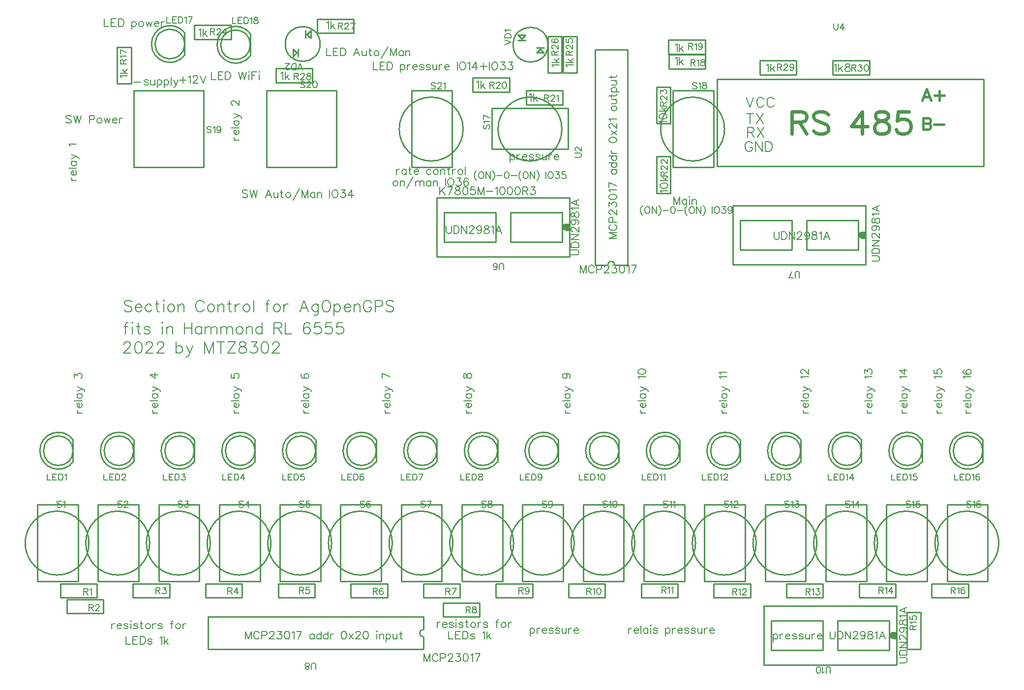
<source format=gto>
G04 Layer: TopSilkscreenLayer*
G04 EasyEDA v6.5.9, 2022-07-24 10:15:09*
G04 fe253c73351744798c961b15868a372a,02f1792b0bbe455e88b475f65b551f11,10*
G04 Gerber Generator version 0.2*
G04 Scale: 100 percent, Rotated: No, Reflected: No *
G04 Dimensions in millimeters *
G04 leading zeros omitted , absolute positions ,4 integer and 5 decimal *
%FSLAX45Y45*%
%MOMM*%

%ADD10C,0.2032*%
%ADD11C,0.1524*%
%ADD12C,0.6000*%
%ADD13C,0.4000*%
%ADD14C,0.2540*%
%ADD15C,0.0113*%

%LPD*%
D10*
X1644634Y-4890048D02*
G01*
X1626346Y-4871506D01*
X1598660Y-4862362D01*
X1561576Y-4862362D01*
X1533890Y-4871506D01*
X1515348Y-4890048D01*
X1515348Y-4908590D01*
X1524746Y-4926878D01*
X1533890Y-4936276D01*
X1552432Y-4945420D01*
X1607804Y-4963962D01*
X1626346Y-4973106D01*
X1635490Y-4982250D01*
X1644634Y-5000792D01*
X1644634Y-5028478D01*
X1626346Y-5047020D01*
X1598660Y-5056164D01*
X1561576Y-5056164D01*
X1533890Y-5047020D01*
X1515348Y-5028478D01*
X1705594Y-4982250D02*
G01*
X1816592Y-4982250D01*
X1816592Y-4963962D01*
X1807194Y-4945420D01*
X1798050Y-4936276D01*
X1779508Y-4926878D01*
X1751822Y-4926878D01*
X1733280Y-4936276D01*
X1714992Y-4954564D01*
X1705594Y-4982250D01*
X1705594Y-5000792D01*
X1714992Y-5028478D01*
X1733280Y-5047020D01*
X1751822Y-5056164D01*
X1779508Y-5056164D01*
X1798050Y-5047020D01*
X1816592Y-5028478D01*
X1988296Y-4954564D02*
G01*
X1969754Y-4936276D01*
X1951466Y-4926878D01*
X1923780Y-4926878D01*
X1905238Y-4936276D01*
X1886696Y-4954564D01*
X1877552Y-4982250D01*
X1877552Y-5000792D01*
X1886696Y-5028478D01*
X1905238Y-5047020D01*
X1923780Y-5056164D01*
X1951466Y-5056164D01*
X1969754Y-5047020D01*
X1988296Y-5028478D01*
X2076942Y-4862362D02*
G01*
X2076942Y-5019334D01*
X2086340Y-5047020D01*
X2104628Y-5056164D01*
X2123170Y-5056164D01*
X2049256Y-4926878D02*
G01*
X2114026Y-4926878D01*
X2184130Y-4862362D02*
G01*
X2193274Y-4871506D01*
X2202672Y-4862362D01*
X2193274Y-4852964D01*
X2184130Y-4862362D01*
X2193274Y-4926878D02*
G01*
X2193274Y-5056164D01*
X2309860Y-4926878D02*
G01*
X2291318Y-4936276D01*
X2272776Y-4954564D01*
X2263632Y-4982250D01*
X2263632Y-5000792D01*
X2272776Y-5028478D01*
X2291318Y-5047020D01*
X2309860Y-5056164D01*
X2337546Y-5056164D01*
X2355834Y-5047020D01*
X2374376Y-5028478D01*
X2383520Y-5000792D01*
X2383520Y-4982250D01*
X2374376Y-4954564D01*
X2355834Y-4936276D01*
X2337546Y-4926878D01*
X2309860Y-4926878D01*
X2444480Y-4926878D02*
G01*
X2444480Y-5056164D01*
X2444480Y-4963962D02*
G01*
X2472420Y-4936276D01*
X2490708Y-4926878D01*
X2518394Y-4926878D01*
X2536936Y-4936276D01*
X2546080Y-4963962D01*
X2546080Y-5056164D01*
X2887964Y-4908590D02*
G01*
X2878820Y-4890048D01*
X2860278Y-4871506D01*
X2841736Y-4862362D01*
X2804906Y-4862362D01*
X2786364Y-4871506D01*
X2767822Y-4890048D01*
X2758678Y-4908590D01*
X2749280Y-4936276D01*
X2749280Y-4982250D01*
X2758678Y-5010190D01*
X2767822Y-5028478D01*
X2786364Y-5047020D01*
X2804906Y-5056164D01*
X2841736Y-5056164D01*
X2860278Y-5047020D01*
X2878820Y-5028478D01*
X2887964Y-5010190D01*
X2995152Y-4926878D02*
G01*
X2976610Y-4936276D01*
X2958068Y-4954564D01*
X2948924Y-4982250D01*
X2948924Y-5000792D01*
X2958068Y-5028478D01*
X2976610Y-5047020D01*
X2995152Y-5056164D01*
X3022838Y-5056164D01*
X3041380Y-5047020D01*
X3059668Y-5028478D01*
X3069066Y-5000792D01*
X3069066Y-4982250D01*
X3059668Y-4954564D01*
X3041380Y-4936276D01*
X3022838Y-4926878D01*
X2995152Y-4926878D01*
X3130026Y-4926878D02*
G01*
X3130026Y-5056164D01*
X3130026Y-4963962D02*
G01*
X3157712Y-4936276D01*
X3176000Y-4926878D01*
X3203940Y-4926878D01*
X3222228Y-4936276D01*
X3231626Y-4963962D01*
X3231626Y-5056164D01*
X3320272Y-4862362D02*
G01*
X3320272Y-5019334D01*
X3329416Y-5047020D01*
X3347958Y-5056164D01*
X3366500Y-5056164D01*
X3292586Y-4926878D02*
G01*
X3357102Y-4926878D01*
X3427460Y-4926878D02*
G01*
X3427460Y-5056164D01*
X3427460Y-4982250D02*
G01*
X3436604Y-4954564D01*
X3455146Y-4936276D01*
X3473434Y-4926878D01*
X3501120Y-4926878D01*
X3608308Y-4926878D02*
G01*
X3590020Y-4936276D01*
X3571478Y-4954564D01*
X3562080Y-4982250D01*
X3562080Y-5000792D01*
X3571478Y-5028478D01*
X3590020Y-5047020D01*
X3608308Y-5056164D01*
X3635994Y-5056164D01*
X3654536Y-5047020D01*
X3673078Y-5028478D01*
X3682222Y-5000792D01*
X3682222Y-4982250D01*
X3673078Y-4954564D01*
X3654536Y-4936276D01*
X3635994Y-4926878D01*
X3608308Y-4926878D01*
X3743182Y-4862362D02*
G01*
X3743182Y-5056164D01*
X4020296Y-4862362D02*
G01*
X4001754Y-4862362D01*
X3983466Y-4871506D01*
X3974068Y-4899192D01*
X3974068Y-5056164D01*
X3946382Y-4926878D02*
G01*
X4011152Y-4926878D01*
X4127484Y-4926878D02*
G01*
X4108942Y-4936276D01*
X4090400Y-4954564D01*
X4081256Y-4982250D01*
X4081256Y-5000792D01*
X4090400Y-5028478D01*
X4108942Y-5047020D01*
X4127484Y-5056164D01*
X4155170Y-5056164D01*
X4173712Y-5047020D01*
X4192000Y-5028478D01*
X4201398Y-5000792D01*
X4201398Y-4982250D01*
X4192000Y-4954564D01*
X4173712Y-4936276D01*
X4155170Y-4926878D01*
X4127484Y-4926878D01*
X4262358Y-4926878D02*
G01*
X4262358Y-5056164D01*
X4262358Y-4982250D02*
G01*
X4271502Y-4954564D01*
X4290044Y-4936276D01*
X4308586Y-4926878D01*
X4336272Y-4926878D01*
X4613386Y-4862362D02*
G01*
X4539472Y-5056164D01*
X4613386Y-4862362D02*
G01*
X4687300Y-5056164D01*
X4567158Y-4991648D02*
G01*
X4659360Y-4991648D01*
X4859004Y-4926878D02*
G01*
X4859004Y-5074706D01*
X4849860Y-5102392D01*
X4840462Y-5111790D01*
X4821920Y-5120934D01*
X4794234Y-5120934D01*
X4775946Y-5111790D01*
X4859004Y-4954564D02*
G01*
X4840462Y-4936276D01*
X4821920Y-4926878D01*
X4794234Y-4926878D01*
X4775946Y-4936276D01*
X4757404Y-4954564D01*
X4748260Y-4982250D01*
X4748260Y-5000792D01*
X4757404Y-5028478D01*
X4775946Y-5047020D01*
X4794234Y-5056164D01*
X4821920Y-5056164D01*
X4840462Y-5047020D01*
X4859004Y-5028478D01*
X4975336Y-4862362D02*
G01*
X4956794Y-4871506D01*
X4938506Y-4890048D01*
X4929108Y-4908590D01*
X4919964Y-4936276D01*
X4919964Y-4982250D01*
X4929108Y-5010190D01*
X4938506Y-5028478D01*
X4956794Y-5047020D01*
X4975336Y-5056164D01*
X5012420Y-5056164D01*
X5030708Y-5047020D01*
X5049250Y-5028478D01*
X5058394Y-5010190D01*
X5067792Y-4982250D01*
X5067792Y-4936276D01*
X5058394Y-4908590D01*
X5049250Y-4890048D01*
X5030708Y-4871506D01*
X5012420Y-4862362D01*
X4975336Y-4862362D01*
X5128752Y-4926878D02*
G01*
X5128752Y-5120934D01*
X5128752Y-4954564D02*
G01*
X5147040Y-4936276D01*
X5165582Y-4926878D01*
X5193268Y-4926878D01*
X5211810Y-4936276D01*
X5230352Y-4954564D01*
X5239496Y-4982250D01*
X5239496Y-5000792D01*
X5230352Y-5028478D01*
X5211810Y-5047020D01*
X5193268Y-5056164D01*
X5165582Y-5056164D01*
X5147040Y-5047020D01*
X5128752Y-5028478D01*
X5300456Y-4982250D02*
G01*
X5411200Y-4982250D01*
X5411200Y-4963962D01*
X5402056Y-4945420D01*
X5392912Y-4936276D01*
X5374370Y-4926878D01*
X5346684Y-4926878D01*
X5328142Y-4936276D01*
X5309600Y-4954564D01*
X5300456Y-4982250D01*
X5300456Y-5000792D01*
X5309600Y-5028478D01*
X5328142Y-5047020D01*
X5346684Y-5056164D01*
X5374370Y-5056164D01*
X5392912Y-5047020D01*
X5411200Y-5028478D01*
X5472160Y-4926878D02*
G01*
X5472160Y-5056164D01*
X5472160Y-4963962D02*
G01*
X5500100Y-4936276D01*
X5518388Y-4926878D01*
X5546074Y-4926878D01*
X5564616Y-4936276D01*
X5573760Y-4963962D01*
X5573760Y-5056164D01*
X5773404Y-4908590D02*
G01*
X5764260Y-4890048D01*
X5745718Y-4871506D01*
X5727176Y-4862362D01*
X5690346Y-4862362D01*
X5671804Y-4871506D01*
X5653262Y-4890048D01*
X5644118Y-4908590D01*
X5634720Y-4936276D01*
X5634720Y-4982250D01*
X5644118Y-5010190D01*
X5653262Y-5028478D01*
X5671804Y-5047020D01*
X5690346Y-5056164D01*
X5727176Y-5056164D01*
X5745718Y-5047020D01*
X5764260Y-5028478D01*
X5773404Y-5010190D01*
X5773404Y-4982250D01*
X5727176Y-4982250D02*
G01*
X5773404Y-4982250D01*
X5834364Y-4862362D02*
G01*
X5834364Y-5056164D01*
X5834364Y-4862362D02*
G01*
X5917422Y-4862362D01*
X5945108Y-4871506D01*
X5954506Y-4880650D01*
X5963650Y-4899192D01*
X5963650Y-4926878D01*
X5954506Y-4945420D01*
X5945108Y-4954564D01*
X5917422Y-4963962D01*
X5834364Y-4963962D01*
X6153896Y-4890048D02*
G01*
X6135354Y-4871506D01*
X6107668Y-4862362D01*
X6070838Y-4862362D01*
X6043152Y-4871506D01*
X6024610Y-4890048D01*
X6024610Y-4908590D01*
X6033754Y-4926878D01*
X6043152Y-4936276D01*
X6061440Y-4945420D01*
X6117066Y-4963962D01*
X6135354Y-4973106D01*
X6144752Y-4982250D01*
X6153896Y-5000792D01*
X6153896Y-5028478D01*
X6135354Y-5047020D01*
X6107668Y-5056164D01*
X6070838Y-5056164D01*
X6043152Y-5047020D01*
X6024610Y-5028478D01*
X1512935Y-5623460D02*
G01*
X1512935Y-5614316D01*
X1522079Y-5595774D01*
X1531223Y-5586630D01*
X1549765Y-5577232D01*
X1586849Y-5577232D01*
X1605137Y-5586630D01*
X1614535Y-5595774D01*
X1623679Y-5614316D01*
X1623679Y-5632604D01*
X1614535Y-5651146D01*
X1595993Y-5678832D01*
X1503537Y-5771288D01*
X1632823Y-5771288D01*
X1749409Y-5577232D02*
G01*
X1721469Y-5586630D01*
X1703181Y-5614316D01*
X1693783Y-5660544D01*
X1693783Y-5688230D01*
X1703181Y-5734204D01*
X1721469Y-5762144D01*
X1749409Y-5771288D01*
X1767697Y-5771288D01*
X1795383Y-5762144D01*
X1813925Y-5734204D01*
X1823069Y-5688230D01*
X1823069Y-5660544D01*
X1813925Y-5614316D01*
X1795383Y-5586630D01*
X1767697Y-5577232D01*
X1749409Y-5577232D01*
X1893427Y-5623460D02*
G01*
X1893427Y-5614316D01*
X1902571Y-5595774D01*
X1911969Y-5586630D01*
X1930257Y-5577232D01*
X1967341Y-5577232D01*
X1985629Y-5586630D01*
X1995027Y-5595774D01*
X2004171Y-5614316D01*
X2004171Y-5632604D01*
X1995027Y-5651146D01*
X1976485Y-5678832D01*
X1884029Y-5771288D01*
X2013569Y-5771288D01*
X2083673Y-5623460D02*
G01*
X2083673Y-5614316D01*
X2092817Y-5595774D01*
X2102215Y-5586630D01*
X2120503Y-5577232D01*
X2157587Y-5577232D01*
X2176129Y-5586630D01*
X2185273Y-5595774D01*
X2194417Y-5614316D01*
X2194417Y-5632604D01*
X2185273Y-5651146D01*
X2166731Y-5678832D01*
X2074529Y-5771288D01*
X2203815Y-5771288D01*
X2407015Y-5577232D02*
G01*
X2407015Y-5771288D01*
X2407015Y-5669688D02*
G01*
X2425303Y-5651146D01*
X2443845Y-5642002D01*
X2471531Y-5642002D01*
X2490073Y-5651146D01*
X2508615Y-5669688D01*
X2517759Y-5697374D01*
X2517759Y-5715916D01*
X2508615Y-5743602D01*
X2490073Y-5762144D01*
X2471531Y-5771288D01*
X2443845Y-5771288D01*
X2425303Y-5762144D01*
X2407015Y-5743602D01*
X2587863Y-5642002D02*
G01*
X2643489Y-5771288D01*
X2698861Y-5642002D02*
G01*
X2643489Y-5771288D01*
X2624947Y-5808118D01*
X2606405Y-5826660D01*
X2587863Y-5835804D01*
X2578719Y-5835804D01*
X2902061Y-5577232D02*
G01*
X2902061Y-5771288D01*
X2902061Y-5577232D02*
G01*
X2975975Y-5771288D01*
X3049889Y-5577232D02*
G01*
X2975975Y-5771288D01*
X3049889Y-5577232D02*
G01*
X3049889Y-5771288D01*
X3175365Y-5577232D02*
G01*
X3175365Y-5771288D01*
X3110849Y-5577232D02*
G01*
X3240135Y-5577232D01*
X3430381Y-5577232D02*
G01*
X3301095Y-5771288D01*
X3301095Y-5577232D02*
G01*
X3430381Y-5577232D01*
X3301095Y-5771288D02*
G01*
X3430381Y-5771288D01*
X3537569Y-5577232D02*
G01*
X3509629Y-5586630D01*
X3500485Y-5604918D01*
X3500485Y-5623460D01*
X3509629Y-5642002D01*
X3528171Y-5651146D01*
X3565255Y-5660544D01*
X3592941Y-5669688D01*
X3611229Y-5688230D01*
X3620627Y-5706518D01*
X3620627Y-5734204D01*
X3611229Y-5752746D01*
X3602085Y-5762144D01*
X3574399Y-5771288D01*
X3537569Y-5771288D01*
X3509629Y-5762144D01*
X3500485Y-5752746D01*
X3491341Y-5734204D01*
X3491341Y-5706518D01*
X3500485Y-5688230D01*
X3519027Y-5669688D01*
X3546713Y-5660544D01*
X3583543Y-5651146D01*
X3602085Y-5642002D01*
X3611229Y-5623460D01*
X3611229Y-5604918D01*
X3602085Y-5586630D01*
X3574399Y-5577232D01*
X3537569Y-5577232D01*
X3700129Y-5577232D02*
G01*
X3801729Y-5577232D01*
X3746103Y-5651146D01*
X3773789Y-5651146D01*
X3792331Y-5660544D01*
X3801729Y-5669688D01*
X3810873Y-5697374D01*
X3810873Y-5715916D01*
X3801729Y-5743602D01*
X3783187Y-5762144D01*
X3755501Y-5771288D01*
X3727815Y-5771288D01*
X3700129Y-5762144D01*
X3690731Y-5752746D01*
X3681587Y-5734204D01*
X3927205Y-5577232D02*
G01*
X3899519Y-5586630D01*
X3880977Y-5614316D01*
X3871833Y-5660544D01*
X3871833Y-5688230D01*
X3880977Y-5734204D01*
X3899519Y-5762144D01*
X3927205Y-5771288D01*
X3945747Y-5771288D01*
X3973433Y-5762144D01*
X3991975Y-5734204D01*
X4001119Y-5688230D01*
X4001119Y-5660544D01*
X3991975Y-5614316D01*
X3973433Y-5586630D01*
X3945747Y-5577232D01*
X3927205Y-5577232D01*
X4071223Y-5623460D02*
G01*
X4071223Y-5614316D01*
X4080621Y-5595774D01*
X4089765Y-5586630D01*
X4108307Y-5577232D01*
X4145137Y-5577232D01*
X4163679Y-5586630D01*
X4172823Y-5595774D01*
X4182221Y-5614316D01*
X4182221Y-5632604D01*
X4172823Y-5651146D01*
X4154535Y-5678832D01*
X4062079Y-5771288D01*
X4191365Y-5771288D01*
X1679928Y-1106637D02*
G01*
X1794474Y-1106637D01*
X2522700Y-1010066D02*
G01*
X2522700Y-1124612D01*
X2465428Y-1067338D02*
G01*
X2579974Y-1067338D01*
X2621973Y-1016429D02*
G01*
X2634701Y-1010066D01*
X2653791Y-990975D01*
X2653791Y-1124612D01*
X2702156Y-1022794D02*
G01*
X2702156Y-1016429D01*
X2708518Y-1003703D01*
X2714881Y-997338D01*
X2727609Y-990975D01*
X2753065Y-990975D01*
X2765790Y-997338D01*
X2772156Y-1003703D01*
X2778518Y-1016429D01*
X2778518Y-1029157D01*
X2772156Y-1041885D01*
X2759428Y-1060975D01*
X2695790Y-1124612D01*
X2784883Y-1124612D01*
X2826882Y-990975D02*
G01*
X2877792Y-1124612D01*
X2928701Y-990975D02*
G01*
X2877792Y-1124612D01*
X1930003Y-1082375D02*
G01*
X1923641Y-1069647D01*
X1904550Y-1063282D01*
X1885457Y-1063282D01*
X1866366Y-1069647D01*
X1860003Y-1082375D01*
X1866366Y-1095100D01*
X1879094Y-1101465D01*
X1910913Y-1107828D01*
X1923641Y-1114191D01*
X1930003Y-1126919D01*
X1930003Y-1133281D01*
X1923641Y-1146009D01*
X1904550Y-1152375D01*
X1885457Y-1152375D01*
X1866366Y-1146009D01*
X1860003Y-1133281D01*
X1972002Y-1063282D02*
G01*
X1972002Y-1126919D01*
X1978367Y-1146009D01*
X1991095Y-1152375D01*
X2010186Y-1152375D01*
X2022911Y-1146009D01*
X2042005Y-1126919D01*
X2042005Y-1063282D02*
G01*
X2042005Y-1152375D01*
X2084003Y-1063282D02*
G01*
X2084003Y-1196919D01*
X2084003Y-1082375D02*
G01*
X2096731Y-1069647D01*
X2109457Y-1063282D01*
X2128550Y-1063282D01*
X2141275Y-1069647D01*
X2154003Y-1082375D01*
X2160366Y-1101465D01*
X2160366Y-1114191D01*
X2154003Y-1133281D01*
X2141275Y-1146009D01*
X2128550Y-1152375D01*
X2109457Y-1152375D01*
X2096731Y-1146009D01*
X2084003Y-1133281D01*
X2202367Y-1063282D02*
G01*
X2202367Y-1196919D01*
X2202367Y-1082375D02*
G01*
X2215095Y-1069647D01*
X2227821Y-1063282D01*
X2246911Y-1063282D01*
X2259639Y-1069647D01*
X2272367Y-1082375D01*
X2278730Y-1101465D01*
X2278730Y-1114191D01*
X2272367Y-1133281D01*
X2259639Y-1146009D01*
X2246911Y-1152375D01*
X2227821Y-1152375D01*
X2215095Y-1146009D01*
X2202367Y-1133281D01*
X2320731Y-1018738D02*
G01*
X2320731Y-1152375D01*
X2369093Y-1063282D02*
G01*
X2407277Y-1152375D01*
X2445458Y-1063282D02*
G01*
X2407277Y-1152375D01*
X2394549Y-1177828D01*
X2381821Y-1190556D01*
X2369093Y-1196919D01*
X2362730Y-1196919D01*
X6950003Y-2908736D02*
G01*
X6950003Y-3042373D01*
X7039094Y-2908736D02*
G01*
X6950003Y-2997827D01*
X6981822Y-2966008D02*
G01*
X7039094Y-3042373D01*
X7170186Y-2908736D02*
G01*
X7106549Y-3042373D01*
X7081095Y-2908736D02*
G01*
X7170186Y-2908736D01*
X7244003Y-2908736D02*
G01*
X7224913Y-2915099D01*
X7218550Y-2927827D01*
X7218550Y-2940555D01*
X7224913Y-2953280D01*
X7237641Y-2959646D01*
X7263094Y-2966008D01*
X7282185Y-2972374D01*
X7294913Y-2985099D01*
X7301275Y-2997827D01*
X7301275Y-3016918D01*
X7294913Y-3029645D01*
X7288550Y-3036008D01*
X7269459Y-3042373D01*
X7244003Y-3042373D01*
X7224913Y-3036008D01*
X7218550Y-3029645D01*
X7212185Y-3016918D01*
X7212185Y-2997827D01*
X7218550Y-2985099D01*
X7231275Y-2972374D01*
X7250366Y-2966008D01*
X7275822Y-2959646D01*
X7288550Y-2953280D01*
X7294913Y-2940555D01*
X7294913Y-2927827D01*
X7288550Y-2915099D01*
X7269459Y-2908736D01*
X7244003Y-2908736D01*
X7381458Y-2908736D02*
G01*
X7362367Y-2915099D01*
X7349639Y-2934190D01*
X7343277Y-2966008D01*
X7343277Y-2985099D01*
X7349639Y-3016918D01*
X7362367Y-3036008D01*
X7381458Y-3042373D01*
X7394186Y-3042373D01*
X7413277Y-3036008D01*
X7426004Y-3016918D01*
X7432367Y-2985099D01*
X7432367Y-2966008D01*
X7426004Y-2934190D01*
X7413277Y-2915099D01*
X7394186Y-2908736D01*
X7381458Y-2908736D01*
X7550731Y-2908736D02*
G01*
X7487094Y-2908736D01*
X7480731Y-2966008D01*
X7487094Y-2959646D01*
X7506185Y-2953280D01*
X7525275Y-2953280D01*
X7544366Y-2959646D01*
X7557094Y-2972374D01*
X7563459Y-2991464D01*
X7563459Y-3004190D01*
X7557094Y-3023280D01*
X7544366Y-3036008D01*
X7525275Y-3042373D01*
X7506185Y-3042373D01*
X7487094Y-3036008D01*
X7480731Y-3029645D01*
X7474366Y-3016918D01*
X7605458Y-2908736D02*
G01*
X7605458Y-3042373D01*
X7605458Y-2908736D02*
G01*
X7656367Y-3042373D01*
X7707276Y-2908736D02*
G01*
X7656367Y-3042373D01*
X7707276Y-2908736D02*
G01*
X7707276Y-3042373D01*
X7749275Y-2985099D02*
G01*
X7863822Y-2985099D01*
X7905821Y-2934190D02*
G01*
X7918549Y-2927827D01*
X7937639Y-2908736D01*
X7937639Y-3042373D01*
X8017822Y-2908736D02*
G01*
X7998731Y-2915099D01*
X7986003Y-2934190D01*
X7979641Y-2966008D01*
X7979641Y-2985099D01*
X7986003Y-3016918D01*
X7998731Y-3036008D01*
X8017822Y-3042373D01*
X8030550Y-3042373D01*
X8049640Y-3036008D01*
X8062366Y-3016918D01*
X8068731Y-2985099D01*
X8068731Y-2966008D01*
X8062366Y-2934190D01*
X8049640Y-2915099D01*
X8030550Y-2908736D01*
X8017822Y-2908736D01*
X8148911Y-2908736D02*
G01*
X8129821Y-2915099D01*
X8117095Y-2934190D01*
X8110730Y-2966008D01*
X8110730Y-2985099D01*
X8117095Y-3016918D01*
X8129821Y-3036008D01*
X8148911Y-3042373D01*
X8161639Y-3042373D01*
X8180730Y-3036008D01*
X8193458Y-3016918D01*
X8199821Y-2985099D01*
X8199821Y-2966008D01*
X8193458Y-2934190D01*
X8180730Y-2915099D01*
X8161639Y-2908736D01*
X8148911Y-2908736D01*
X8280003Y-2908736D02*
G01*
X8260913Y-2915099D01*
X8248185Y-2934190D01*
X8241822Y-2966008D01*
X8241822Y-2985099D01*
X8248185Y-3016918D01*
X8260913Y-3036008D01*
X8280003Y-3042373D01*
X8292731Y-3042373D01*
X8311822Y-3036008D01*
X8324550Y-3016918D01*
X8330912Y-2985099D01*
X8330912Y-2966008D01*
X8324550Y-2934190D01*
X8311822Y-2915099D01*
X8292731Y-2908736D01*
X8280003Y-2908736D01*
X8372911Y-2908736D02*
G01*
X8372911Y-3042373D01*
X8372911Y-2908736D02*
G01*
X8430186Y-2908736D01*
X8449276Y-2915099D01*
X8455639Y-2921464D01*
X8462004Y-2934190D01*
X8462004Y-2946918D01*
X8455639Y-2959646D01*
X8449276Y-2966008D01*
X8430186Y-2972374D01*
X8372911Y-2972374D01*
X8417458Y-2972374D02*
G01*
X8462004Y-3042373D01*
X8516731Y-2908736D02*
G01*
X8586731Y-2908736D01*
X8548550Y-2959646D01*
X8567640Y-2959646D01*
X8580366Y-2966008D01*
X8586731Y-2972374D01*
X8593094Y-2991464D01*
X8593094Y-3004190D01*
X8586731Y-3023280D01*
X8574003Y-3036008D01*
X8554913Y-3042373D01*
X8535822Y-3042373D01*
X8516731Y-3036008D01*
X8510366Y-3029645D01*
X8504003Y-3016918D01*
X9208744Y-4080014D02*
G01*
X9304197Y-4080014D01*
X9323288Y-4073652D01*
X9336016Y-4060924D01*
X9342381Y-4041833D01*
X9342381Y-4029105D01*
X9336016Y-4010014D01*
X9323288Y-3997286D01*
X9304197Y-3990924D01*
X9208744Y-3990924D01*
X9208744Y-3948922D02*
G01*
X9342381Y-3948922D01*
X9208744Y-3948922D02*
G01*
X9208744Y-3904378D01*
X9215107Y-3885288D01*
X9227835Y-3872560D01*
X9240563Y-3866197D01*
X9259653Y-3859832D01*
X9291472Y-3859832D01*
X9310563Y-3866197D01*
X9323288Y-3872560D01*
X9336016Y-3885288D01*
X9342381Y-3904378D01*
X9342381Y-3948922D01*
X9208744Y-3817833D02*
G01*
X9342381Y-3817833D01*
X9208744Y-3817833D02*
G01*
X9342381Y-3728742D01*
X9208744Y-3728742D02*
G01*
X9342381Y-3728742D01*
X9240563Y-3680378D02*
G01*
X9234197Y-3680378D01*
X9221472Y-3674013D01*
X9215107Y-3667650D01*
X9208744Y-3654922D01*
X9208744Y-3629469D01*
X9215107Y-3616741D01*
X9221472Y-3610378D01*
X9234197Y-3604013D01*
X9246925Y-3604013D01*
X9259653Y-3610378D01*
X9278744Y-3623106D01*
X9342381Y-3686741D01*
X9342381Y-3597650D01*
X9253288Y-3472924D02*
G01*
X9272381Y-3479286D01*
X9285107Y-3492014D01*
X9291472Y-3511105D01*
X9291472Y-3517468D01*
X9285107Y-3536561D01*
X9272381Y-3549286D01*
X9253288Y-3555652D01*
X9246925Y-3555652D01*
X9227835Y-3549286D01*
X9215107Y-3536561D01*
X9208744Y-3517468D01*
X9208744Y-3511105D01*
X9215107Y-3492014D01*
X9227835Y-3479286D01*
X9253288Y-3472924D01*
X9285107Y-3472924D01*
X9316925Y-3479286D01*
X9336016Y-3492014D01*
X9342381Y-3511105D01*
X9342381Y-3523833D01*
X9336016Y-3542924D01*
X9323288Y-3549286D01*
X9208744Y-3399106D02*
G01*
X9215107Y-3418197D01*
X9227835Y-3424560D01*
X9240563Y-3424560D01*
X9253288Y-3418197D01*
X9259653Y-3405469D01*
X9266016Y-3380013D01*
X9272381Y-3360922D01*
X9285107Y-3348197D01*
X9297835Y-3341832D01*
X9316925Y-3341832D01*
X9329653Y-3348197D01*
X9336016Y-3354560D01*
X9342381Y-3373650D01*
X9342381Y-3399106D01*
X9336016Y-3418197D01*
X9329653Y-3424560D01*
X9316925Y-3430922D01*
X9297835Y-3430922D01*
X9285107Y-3424560D01*
X9272381Y-3411832D01*
X9266016Y-3392741D01*
X9259653Y-3367288D01*
X9253288Y-3354560D01*
X9240563Y-3348197D01*
X9227835Y-3348197D01*
X9215107Y-3354560D01*
X9208744Y-3373650D01*
X9208744Y-3399106D01*
X9234197Y-3299833D02*
G01*
X9227835Y-3287105D01*
X9208744Y-3268014D01*
X9342381Y-3268014D01*
X9208744Y-3175106D02*
G01*
X9342381Y-3226015D01*
X9208744Y-3175106D02*
G01*
X9342381Y-3124197D01*
X9297835Y-3206922D02*
G01*
X9297835Y-3143288D01*
X12703220Y-3681663D02*
G01*
X12703220Y-3777117D01*
X12709583Y-3796207D01*
X12722311Y-3808935D01*
X12741402Y-3815300D01*
X12754129Y-3815300D01*
X12773220Y-3808935D01*
X12785948Y-3796207D01*
X12792311Y-3777117D01*
X12792311Y-3681663D01*
X12834312Y-3681663D02*
G01*
X12834312Y-3815300D01*
X12834312Y-3681663D02*
G01*
X12878856Y-3681663D01*
X12897947Y-3688026D01*
X12910675Y-3700754D01*
X12917037Y-3713482D01*
X12923403Y-3732573D01*
X12923403Y-3764391D01*
X12917037Y-3783482D01*
X12910675Y-3796207D01*
X12897947Y-3808935D01*
X12878856Y-3815300D01*
X12834312Y-3815300D01*
X12965402Y-3681663D02*
G01*
X12965402Y-3815300D01*
X12965402Y-3681663D02*
G01*
X13054492Y-3815300D01*
X13054492Y-3681663D02*
G01*
X13054492Y-3815300D01*
X13102856Y-3713482D02*
G01*
X13102856Y-3707117D01*
X13109221Y-3694391D01*
X13115584Y-3688026D01*
X13128312Y-3681663D01*
X13153765Y-3681663D01*
X13166493Y-3688026D01*
X13172856Y-3694391D01*
X13179221Y-3707117D01*
X13179221Y-3719845D01*
X13172856Y-3732573D01*
X13160128Y-3751663D01*
X13096493Y-3815300D01*
X13185584Y-3815300D01*
X13310311Y-3726207D02*
G01*
X13303948Y-3745301D01*
X13291220Y-3758026D01*
X13272129Y-3764391D01*
X13265767Y-3764391D01*
X13246674Y-3758026D01*
X13233948Y-3745301D01*
X13227583Y-3726207D01*
X13227583Y-3719845D01*
X13233948Y-3700754D01*
X13246674Y-3688026D01*
X13265767Y-3681663D01*
X13272129Y-3681663D01*
X13291220Y-3688026D01*
X13303948Y-3700754D01*
X13310311Y-3726207D01*
X13310311Y-3758026D01*
X13303948Y-3789845D01*
X13291220Y-3808935D01*
X13272129Y-3815300D01*
X13259401Y-3815300D01*
X13240311Y-3808935D01*
X13233948Y-3796207D01*
X13384128Y-3681663D02*
G01*
X13365038Y-3688026D01*
X13358675Y-3700754D01*
X13358675Y-3713482D01*
X13365038Y-3726207D01*
X13377765Y-3732573D01*
X13403221Y-3738935D01*
X13422312Y-3745301D01*
X13435037Y-3758026D01*
X13441403Y-3770754D01*
X13441403Y-3789845D01*
X13435037Y-3802573D01*
X13428675Y-3808935D01*
X13409584Y-3815300D01*
X13384128Y-3815300D01*
X13365038Y-3808935D01*
X13358675Y-3802573D01*
X13352312Y-3789845D01*
X13352312Y-3770754D01*
X13358675Y-3758026D01*
X13371403Y-3745301D01*
X13390493Y-3738935D01*
X13415947Y-3732573D01*
X13428675Y-3726207D01*
X13435037Y-3713482D01*
X13435037Y-3700754D01*
X13428675Y-3688026D01*
X13409584Y-3681663D01*
X13384128Y-3681663D01*
X13483402Y-3707117D02*
G01*
X13496129Y-3700754D01*
X13515220Y-3681663D01*
X13515220Y-3815300D01*
X13608128Y-3681663D02*
G01*
X13557219Y-3815300D01*
X13608128Y-3681663D02*
G01*
X13659037Y-3815300D01*
X13576312Y-3770754D02*
G01*
X13639947Y-3770754D01*
X9858603Y-3799946D02*
G01*
X9992461Y-3799946D01*
X9858603Y-3799946D02*
G01*
X9992461Y-3749146D01*
X9858603Y-3698092D02*
G01*
X9992461Y-3749146D01*
X9858603Y-3698092D02*
G01*
X9992461Y-3698092D01*
X9890607Y-3560678D02*
G01*
X9877907Y-3567028D01*
X9865207Y-3579728D01*
X9858603Y-3592428D01*
X9858603Y-3618082D01*
X9865207Y-3630782D01*
X9877907Y-3643482D01*
X9890607Y-3649832D01*
X9909657Y-3656182D01*
X9941407Y-3656182D01*
X9960457Y-3649832D01*
X9973157Y-3643482D01*
X9986111Y-3630782D01*
X9992461Y-3618082D01*
X9992461Y-3592428D01*
X9986111Y-3579728D01*
X9973157Y-3567028D01*
X9960457Y-3560678D01*
X9858603Y-3518768D02*
G01*
X9992461Y-3518768D01*
X9858603Y-3518768D02*
G01*
X9858603Y-3461364D01*
X9865207Y-3442314D01*
X9871557Y-3435964D01*
X9884257Y-3429614D01*
X9903307Y-3429614D01*
X9916007Y-3435964D01*
X9922357Y-3442314D01*
X9928707Y-3461364D01*
X9928707Y-3518768D01*
X9890607Y-3381354D02*
G01*
X9884257Y-3381354D01*
X9871557Y-3375004D01*
X9865207Y-3368654D01*
X9858603Y-3355700D01*
X9858603Y-3330300D01*
X9865207Y-3317600D01*
X9871557Y-3311250D01*
X9884257Y-3304900D01*
X9896957Y-3304900D01*
X9909657Y-3311250D01*
X9928707Y-3323950D01*
X9992461Y-3387704D01*
X9992461Y-3298550D01*
X9858603Y-3243940D02*
G01*
X9858603Y-3173836D01*
X9909657Y-3211936D01*
X9909657Y-3192886D01*
X9916007Y-3180186D01*
X9922357Y-3173836D01*
X9941407Y-3167486D01*
X9954107Y-3167486D01*
X9973157Y-3173836D01*
X9986111Y-3186536D01*
X9992461Y-3205586D01*
X9992461Y-3224636D01*
X9986111Y-3243940D01*
X9979761Y-3250290D01*
X9966807Y-3256640D01*
X9858603Y-3087222D02*
G01*
X9865207Y-3106272D01*
X9884257Y-3118972D01*
X9916007Y-3125576D01*
X9935057Y-3125576D01*
X9966807Y-3118972D01*
X9986111Y-3106272D01*
X9992461Y-3087222D01*
X9992461Y-3074522D01*
X9986111Y-3055472D01*
X9966807Y-3042772D01*
X9935057Y-3036422D01*
X9916007Y-3036422D01*
X9884257Y-3042772D01*
X9865207Y-3055472D01*
X9858603Y-3074522D01*
X9858603Y-3087222D01*
X9884257Y-2994258D02*
G01*
X9877907Y-2981558D01*
X9858603Y-2962508D01*
X9992461Y-2962508D01*
X9858603Y-2831444D02*
G01*
X9992461Y-2895198D01*
X9858603Y-2920598D02*
G01*
X9858603Y-2831444D01*
X9903307Y-2615036D02*
G01*
X9992461Y-2615036D01*
X9922357Y-2615036D02*
G01*
X9909657Y-2627736D01*
X9903307Y-2640436D01*
X9903307Y-2659740D01*
X9909657Y-2672440D01*
X9922357Y-2685140D01*
X9941407Y-2691490D01*
X9954107Y-2691490D01*
X9973157Y-2685140D01*
X9986111Y-2672440D01*
X9992461Y-2659740D01*
X9992461Y-2640436D01*
X9986111Y-2627736D01*
X9973157Y-2615036D01*
X9858603Y-2496672D02*
G01*
X9992461Y-2496672D01*
X9922357Y-2496672D02*
G01*
X9909657Y-2509372D01*
X9903307Y-2522072D01*
X9903307Y-2541376D01*
X9909657Y-2554076D01*
X9922357Y-2566776D01*
X9941407Y-2573126D01*
X9954107Y-2573126D01*
X9973157Y-2566776D01*
X9986111Y-2554076D01*
X9992461Y-2541376D01*
X9992461Y-2522072D01*
X9986111Y-2509372D01*
X9973157Y-2496672D01*
X9858603Y-2378308D02*
G01*
X9992461Y-2378308D01*
X9922357Y-2378308D02*
G01*
X9909657Y-2391008D01*
X9903307Y-2403708D01*
X9903307Y-2423012D01*
X9909657Y-2435712D01*
X9922357Y-2448412D01*
X9941407Y-2454762D01*
X9954107Y-2454762D01*
X9973157Y-2448412D01*
X9986111Y-2435712D01*
X9992461Y-2423012D01*
X9992461Y-2403708D01*
X9986111Y-2391008D01*
X9973157Y-2378308D01*
X9903307Y-2336398D02*
G01*
X9992461Y-2336398D01*
X9941407Y-2336398D02*
G01*
X9922357Y-2330048D01*
X9909657Y-2317348D01*
X9903307Y-2304648D01*
X9903307Y-2285344D01*
X9858603Y-2107290D02*
G01*
X9865207Y-2126340D01*
X9884257Y-2139040D01*
X9916007Y-2145390D01*
X9935057Y-2145390D01*
X9966807Y-2139040D01*
X9986111Y-2126340D01*
X9992461Y-2107290D01*
X9992461Y-2094590D01*
X9986111Y-2075540D01*
X9966807Y-2062840D01*
X9935057Y-2056236D01*
X9916007Y-2056236D01*
X9884257Y-2062840D01*
X9865207Y-2075540D01*
X9858603Y-2094590D01*
X9858603Y-2107290D01*
X9903307Y-2014326D02*
G01*
X9992461Y-1944476D01*
X9903307Y-1944476D02*
G01*
X9992461Y-2014326D01*
X9890607Y-1895962D02*
G01*
X9884257Y-1895962D01*
X9871557Y-1889612D01*
X9865207Y-1883262D01*
X9858603Y-1870562D01*
X9858603Y-1845162D01*
X9865207Y-1832462D01*
X9871557Y-1826112D01*
X9884257Y-1819762D01*
X9896957Y-1819762D01*
X9909657Y-1826112D01*
X9928707Y-1838812D01*
X9992461Y-1902312D01*
X9992461Y-1813158D01*
X9884257Y-1771248D02*
G01*
X9877907Y-1758548D01*
X9858603Y-1739498D01*
X9992461Y-1739498D01*
X9903307Y-1567540D02*
G01*
X9909657Y-1580240D01*
X9922357Y-1593194D01*
X9941407Y-1599544D01*
X9954107Y-1599544D01*
X9973157Y-1593194D01*
X9986111Y-1580240D01*
X9992461Y-1567540D01*
X9992461Y-1548490D01*
X9986111Y-1535790D01*
X9973157Y-1523090D01*
X9954107Y-1516740D01*
X9941407Y-1516740D01*
X9922357Y-1523090D01*
X9909657Y-1535790D01*
X9903307Y-1548490D01*
X9903307Y-1567540D01*
X9903307Y-1474830D02*
G01*
X9966807Y-1474830D01*
X9986111Y-1468480D01*
X9992461Y-1455526D01*
X9992461Y-1436476D01*
X9986111Y-1423776D01*
X9966807Y-1404726D01*
X9903307Y-1404726D02*
G01*
X9992461Y-1404726D01*
X9858603Y-1343512D02*
G01*
X9966807Y-1343512D01*
X9986111Y-1337162D01*
X9992461Y-1324462D01*
X9992461Y-1311762D01*
X9903307Y-1362816D02*
G01*
X9903307Y-1318112D01*
X9903307Y-1269852D02*
G01*
X10036911Y-1269852D01*
X9922357Y-1269852D02*
G01*
X9909657Y-1257152D01*
X9903307Y-1244452D01*
X9903307Y-1225148D01*
X9909657Y-1212448D01*
X9922357Y-1199748D01*
X9941407Y-1193398D01*
X9954107Y-1193398D01*
X9973157Y-1199748D01*
X9986111Y-1212448D01*
X9992461Y-1225148D01*
X9992461Y-1244452D01*
X9986111Y-1257152D01*
X9973157Y-1269852D01*
X9903307Y-1151488D02*
G01*
X9966807Y-1151488D01*
X9986111Y-1145138D01*
X9992461Y-1132438D01*
X9992461Y-1113388D01*
X9986111Y-1100434D01*
X9966807Y-1081384D01*
X9903307Y-1081384D02*
G01*
X9992461Y-1081384D01*
X9858603Y-1020424D02*
G01*
X9966807Y-1020424D01*
X9986111Y-1014074D01*
X9992461Y-1001374D01*
X9992461Y-988420D01*
X9903307Y-1039474D02*
G01*
X9903307Y-995024D01*
X3600056Y-10558604D02*
G01*
X3600056Y-10692462D01*
X3600056Y-10558604D02*
G01*
X3650856Y-10692462D01*
X3701910Y-10558604D02*
G01*
X3650856Y-10692462D01*
X3701910Y-10558604D02*
G01*
X3701910Y-10692462D01*
X3839324Y-10590608D02*
G01*
X3832974Y-10577908D01*
X3820274Y-10565208D01*
X3807574Y-10558604D01*
X3781920Y-10558604D01*
X3769220Y-10565208D01*
X3756520Y-10577908D01*
X3750170Y-10590608D01*
X3743820Y-10609658D01*
X3743820Y-10641408D01*
X3750170Y-10660458D01*
X3756520Y-10673158D01*
X3769220Y-10686112D01*
X3781920Y-10692462D01*
X3807574Y-10692462D01*
X3820274Y-10686112D01*
X3832974Y-10673158D01*
X3839324Y-10660458D01*
X3881234Y-10558604D02*
G01*
X3881234Y-10692462D01*
X3881234Y-10558604D02*
G01*
X3938638Y-10558604D01*
X3957688Y-10565208D01*
X3964038Y-10571558D01*
X3970388Y-10584258D01*
X3970388Y-10603308D01*
X3964038Y-10616008D01*
X3957688Y-10622358D01*
X3938638Y-10628708D01*
X3881234Y-10628708D01*
X4018648Y-10590608D02*
G01*
X4018648Y-10584258D01*
X4024998Y-10571558D01*
X4031348Y-10565208D01*
X4044302Y-10558604D01*
X4069702Y-10558604D01*
X4082402Y-10565208D01*
X4088752Y-10571558D01*
X4095102Y-10584258D01*
X4095102Y-10596958D01*
X4088752Y-10609658D01*
X4076052Y-10628708D01*
X4012298Y-10692462D01*
X4101452Y-10692462D01*
X4156062Y-10558604D02*
G01*
X4226166Y-10558604D01*
X4188066Y-10609658D01*
X4207116Y-10609658D01*
X4219816Y-10616008D01*
X4226166Y-10622358D01*
X4232516Y-10641408D01*
X4232516Y-10654108D01*
X4226166Y-10673158D01*
X4213466Y-10686112D01*
X4194416Y-10692462D01*
X4175366Y-10692462D01*
X4156062Y-10686112D01*
X4149712Y-10679762D01*
X4143362Y-10666808D01*
X4312780Y-10558604D02*
G01*
X4293730Y-10565208D01*
X4281030Y-10584258D01*
X4274426Y-10616008D01*
X4274426Y-10635058D01*
X4281030Y-10666808D01*
X4293730Y-10686112D01*
X4312780Y-10692462D01*
X4325480Y-10692462D01*
X4344530Y-10686112D01*
X4357230Y-10666808D01*
X4363580Y-10635058D01*
X4363580Y-10616008D01*
X4357230Y-10584258D01*
X4344530Y-10565208D01*
X4325480Y-10558604D01*
X4312780Y-10558604D01*
X4405744Y-10584258D02*
G01*
X4418444Y-10577908D01*
X4437494Y-10558604D01*
X4437494Y-10692462D01*
X4568558Y-10558604D02*
G01*
X4504804Y-10692462D01*
X4479404Y-10558604D02*
G01*
X4568558Y-10558604D01*
X4784966Y-10603308D02*
G01*
X4784966Y-10692462D01*
X4784966Y-10622358D02*
G01*
X4772266Y-10609658D01*
X4759566Y-10603308D01*
X4740262Y-10603308D01*
X4727562Y-10609658D01*
X4714862Y-10622358D01*
X4708512Y-10641408D01*
X4708512Y-10654108D01*
X4714862Y-10673158D01*
X4727562Y-10686112D01*
X4740262Y-10692462D01*
X4759566Y-10692462D01*
X4772266Y-10686112D01*
X4784966Y-10673158D01*
X4903330Y-10558604D02*
G01*
X4903330Y-10692462D01*
X4903330Y-10622358D02*
G01*
X4890630Y-10609658D01*
X4877930Y-10603308D01*
X4858626Y-10603308D01*
X4845926Y-10609658D01*
X4833226Y-10622358D01*
X4826876Y-10641408D01*
X4826876Y-10654108D01*
X4833226Y-10673158D01*
X4845926Y-10686112D01*
X4858626Y-10692462D01*
X4877930Y-10692462D01*
X4890630Y-10686112D01*
X4903330Y-10673158D01*
X5021694Y-10558604D02*
G01*
X5021694Y-10692462D01*
X5021694Y-10622358D02*
G01*
X5008994Y-10609658D01*
X4996294Y-10603308D01*
X4976990Y-10603308D01*
X4964290Y-10609658D01*
X4951590Y-10622358D01*
X4945240Y-10641408D01*
X4945240Y-10654108D01*
X4951590Y-10673158D01*
X4964290Y-10686112D01*
X4976990Y-10692462D01*
X4996294Y-10692462D01*
X5008994Y-10686112D01*
X5021694Y-10673158D01*
X5063604Y-10603308D02*
G01*
X5063604Y-10692462D01*
X5063604Y-10641408D02*
G01*
X5069954Y-10622358D01*
X5082654Y-10609658D01*
X5095354Y-10603308D01*
X5114658Y-10603308D01*
X5292712Y-10558604D02*
G01*
X5273662Y-10565208D01*
X5260962Y-10584258D01*
X5254612Y-10616008D01*
X5254612Y-10635058D01*
X5260962Y-10666808D01*
X5273662Y-10686112D01*
X5292712Y-10692462D01*
X5305412Y-10692462D01*
X5324462Y-10686112D01*
X5337162Y-10666808D01*
X5343766Y-10635058D01*
X5343766Y-10616008D01*
X5337162Y-10584258D01*
X5324462Y-10565208D01*
X5305412Y-10558604D01*
X5292712Y-10558604D01*
X5385676Y-10603308D02*
G01*
X5455526Y-10692462D01*
X5455526Y-10603308D02*
G01*
X5385676Y-10692462D01*
X5504040Y-10590608D02*
G01*
X5504040Y-10584258D01*
X5510390Y-10571558D01*
X5516740Y-10565208D01*
X5529440Y-10558604D01*
X5554840Y-10558604D01*
X5567540Y-10565208D01*
X5573890Y-10571558D01*
X5580240Y-10584258D01*
X5580240Y-10596958D01*
X5573890Y-10609658D01*
X5561190Y-10628708D01*
X5497690Y-10692462D01*
X5586844Y-10692462D01*
X5666854Y-10558604D02*
G01*
X5647804Y-10565208D01*
X5635104Y-10584258D01*
X5628754Y-10616008D01*
X5628754Y-10635058D01*
X5635104Y-10666808D01*
X5647804Y-10686112D01*
X5666854Y-10692462D01*
X5679554Y-10692462D01*
X5698604Y-10686112D01*
X5711558Y-10666808D01*
X5717908Y-10635058D01*
X5717908Y-10616008D01*
X5711558Y-10584258D01*
X5698604Y-10565208D01*
X5679554Y-10558604D01*
X5666854Y-10558604D01*
X5857862Y-10558604D02*
G01*
X5864212Y-10565208D01*
X5870562Y-10558604D01*
X5864212Y-10552254D01*
X5857862Y-10558604D01*
X5864212Y-10603308D02*
G01*
X5864212Y-10692462D01*
X5912472Y-10603308D02*
G01*
X5912472Y-10692462D01*
X5912472Y-10628708D02*
G01*
X5931522Y-10609658D01*
X5944476Y-10603308D01*
X5963526Y-10603308D01*
X5976226Y-10609658D01*
X5982576Y-10628708D01*
X5982576Y-10692462D01*
X6024486Y-10603308D02*
G01*
X6024486Y-10736912D01*
X6024486Y-10622358D02*
G01*
X6037186Y-10609658D01*
X6049886Y-10603308D01*
X6069190Y-10603308D01*
X6081890Y-10609658D01*
X6094590Y-10622358D01*
X6100940Y-10641408D01*
X6100940Y-10654108D01*
X6094590Y-10673158D01*
X6081890Y-10686112D01*
X6069190Y-10692462D01*
X6049886Y-10692462D01*
X6037186Y-10686112D01*
X6024486Y-10673158D01*
X6142850Y-10603308D02*
G01*
X6142850Y-10666808D01*
X6149200Y-10686112D01*
X6161900Y-10692462D01*
X6181204Y-10692462D01*
X6193904Y-10686112D01*
X6212954Y-10666808D01*
X6212954Y-10603308D02*
G01*
X6212954Y-10692462D01*
X6273914Y-10558604D02*
G01*
X6273914Y-10666808D01*
X6280264Y-10686112D01*
X6293218Y-10692462D01*
X6305918Y-10692462D01*
X6254864Y-10603308D02*
G01*
X6299568Y-10603308D01*
X4210093Y-954237D02*
G01*
X4222793Y-947887D01*
X4241843Y-928837D01*
X4241843Y-1062441D01*
X4283753Y-928837D02*
G01*
X4283753Y-1062441D01*
X4347507Y-973287D02*
G01*
X4283753Y-1036787D01*
X4309153Y-1011387D02*
G01*
X4353857Y-1062441D01*
X1464238Y-1029909D02*
G01*
X1457888Y-1017209D01*
X1438838Y-998159D01*
X1572442Y-998159D01*
X1438838Y-956249D02*
G01*
X1572442Y-956249D01*
X1483288Y-892495D02*
G01*
X1546788Y-956249D01*
X1521388Y-930849D02*
G01*
X1572442Y-886145D01*
X2798411Y-205574D02*
G01*
X2811111Y-199224D01*
X2830161Y-180174D01*
X2830161Y-313778D01*
X2872071Y-180174D02*
G01*
X2872071Y-313778D01*
X2935825Y-224624D02*
G01*
X2872071Y-288124D01*
X2897471Y-262724D02*
G01*
X2942175Y-313778D01*
X5000091Y-84236D02*
G01*
X5012791Y-77886D01*
X5031841Y-58836D01*
X5031841Y-192440D01*
X5073751Y-58836D02*
G01*
X5073751Y-192440D01*
X5137505Y-103286D02*
G01*
X5073751Y-166786D01*
X5099151Y-141386D02*
G01*
X5143855Y-192440D01*
X8485921Y-1326781D02*
G01*
X8498621Y-1320431D01*
X8517671Y-1301381D01*
X8517671Y-1434985D01*
X8559581Y-1301381D02*
G01*
X8559581Y-1434985D01*
X8623335Y-1345831D02*
G01*
X8559581Y-1409331D01*
X8584981Y-1383931D02*
G01*
X8629685Y-1434985D01*
X7579921Y-1108080D02*
G01*
X7592621Y-1101730D01*
X7611671Y-1082680D01*
X7611671Y-1216284D01*
X7653581Y-1082680D02*
G01*
X7653581Y-1216284D01*
X7717335Y-1127130D02*
G01*
X7653581Y-1190630D01*
X7678981Y-1165230D02*
G01*
X7723685Y-1216284D01*
X10764205Y-3003651D02*
G01*
X10757855Y-2990951D01*
X10738805Y-2971901D01*
X10872409Y-2971901D01*
X10738805Y-2891637D02*
G01*
X10745155Y-2910941D01*
X10764205Y-2923641D01*
X10796209Y-2929991D01*
X10815259Y-2929991D01*
X10847009Y-2923641D01*
X10866059Y-2910941D01*
X10872409Y-2891637D01*
X10872409Y-2878937D01*
X10866059Y-2859887D01*
X10847009Y-2847187D01*
X10815259Y-2840837D01*
X10796209Y-2840837D01*
X10764205Y-2847187D01*
X10745155Y-2859887D01*
X10738805Y-2878937D01*
X10738805Y-2891637D01*
X10738805Y-2798927D02*
G01*
X10872409Y-2798927D01*
X10783255Y-2735173D02*
G01*
X10847009Y-2798927D01*
X10821609Y-2773273D02*
G01*
X10872409Y-2728823D01*
X10999922Y-467979D02*
G01*
X11012622Y-461629D01*
X11031672Y-442579D01*
X11031672Y-576183D01*
X11073582Y-442579D02*
G01*
X11073582Y-576183D01*
X11137336Y-487029D02*
G01*
X11073582Y-550529D01*
X11098982Y-525129D02*
G01*
X11143686Y-576183D01*
X10746839Y-1812350D02*
G01*
X10740489Y-1799650D01*
X10721439Y-1780600D01*
X10855043Y-1780600D01*
X10721439Y-1700336D02*
G01*
X10727789Y-1719640D01*
X10746839Y-1732340D01*
X10778843Y-1738690D01*
X10797893Y-1738690D01*
X10829643Y-1732340D01*
X10848693Y-1719640D01*
X10855043Y-1700336D01*
X10855043Y-1687636D01*
X10848693Y-1668586D01*
X10829643Y-1655886D01*
X10797893Y-1649536D01*
X10778843Y-1649536D01*
X10746839Y-1655886D01*
X10727789Y-1668586D01*
X10721439Y-1687636D01*
X10721439Y-1700336D01*
X10721439Y-1607626D02*
G01*
X10855043Y-1607626D01*
X10765889Y-1543872D02*
G01*
X10829643Y-1607626D01*
X10804243Y-1581972D02*
G01*
X10855043Y-1537522D01*
X10999919Y-697379D02*
G01*
X11012619Y-691029D01*
X11031669Y-671979D01*
X11031669Y-805583D01*
X11073579Y-671979D02*
G01*
X11073579Y-805583D01*
X11137333Y-716429D02*
G01*
X11073579Y-779929D01*
X11098979Y-754529D02*
G01*
X11143683Y-805583D01*
X7100031Y-10558818D02*
G01*
X7100031Y-10692422D01*
X7100031Y-10692422D02*
G01*
X7176231Y-10692422D01*
X7218395Y-10558818D02*
G01*
X7218395Y-10692422D01*
X7218395Y-10558818D02*
G01*
X7301199Y-10558818D01*
X7218395Y-10622318D02*
G01*
X7269195Y-10622318D01*
X7218395Y-10692422D02*
G01*
X7301199Y-10692422D01*
X7343109Y-10558818D02*
G01*
X7343109Y-10692422D01*
X7343109Y-10558818D02*
G01*
X7387559Y-10558818D01*
X7406609Y-10565168D01*
X7419563Y-10577868D01*
X7425913Y-10590568D01*
X7432263Y-10609618D01*
X7432263Y-10641368D01*
X7425913Y-10660672D01*
X7419563Y-10673372D01*
X7406609Y-10686072D01*
X7387559Y-10692422D01*
X7343109Y-10692422D01*
X7544277Y-10622318D02*
G01*
X7537927Y-10609618D01*
X7518623Y-10603268D01*
X7499573Y-10603268D01*
X7480523Y-10609618D01*
X7474173Y-10622318D01*
X7480523Y-10635018D01*
X7493223Y-10641368D01*
X7524973Y-10647718D01*
X7537927Y-10654068D01*
X7544277Y-10667022D01*
X7544277Y-10673372D01*
X7537927Y-10686072D01*
X7518623Y-10692422D01*
X7499573Y-10692422D01*
X7480523Y-10686072D01*
X7474173Y-10673372D01*
X7684231Y-10584218D02*
G01*
X7696931Y-10577868D01*
X7715981Y-10558818D01*
X7715981Y-10692422D01*
X7757891Y-10558818D02*
G01*
X7757891Y-10692422D01*
X7821645Y-10603268D02*
G01*
X7757891Y-10667022D01*
X7783545Y-10641368D02*
G01*
X7827995Y-10692422D01*
X1548178Y-10645277D02*
G01*
X1548178Y-10779135D01*
X1548178Y-10779135D02*
G01*
X1624378Y-10779135D01*
X1666542Y-10645277D02*
G01*
X1666542Y-10779135D01*
X1666542Y-10645277D02*
G01*
X1749346Y-10645277D01*
X1666542Y-10709031D02*
G01*
X1717342Y-10709031D01*
X1666542Y-10779135D02*
G01*
X1749346Y-10779135D01*
X1791256Y-10645277D02*
G01*
X1791256Y-10779135D01*
X1791256Y-10645277D02*
G01*
X1835706Y-10645277D01*
X1854756Y-10651627D01*
X1867710Y-10664581D01*
X1874060Y-10677281D01*
X1880410Y-10696331D01*
X1880410Y-10728081D01*
X1874060Y-10747131D01*
X1867710Y-10759831D01*
X1854756Y-10772531D01*
X1835706Y-10779135D01*
X1791256Y-10779135D01*
X1992424Y-10709031D02*
G01*
X1986074Y-10696331D01*
X1966770Y-10689981D01*
X1947720Y-10689981D01*
X1928670Y-10696331D01*
X1922320Y-10709031D01*
X1928670Y-10721731D01*
X1941370Y-10728081D01*
X1973120Y-10734431D01*
X1986074Y-10740781D01*
X1992424Y-10753481D01*
X1992424Y-10759831D01*
X1986074Y-10772531D01*
X1966770Y-10779135D01*
X1947720Y-10779135D01*
X1928670Y-10772531D01*
X1922320Y-10759831D01*
X2132378Y-10670931D02*
G01*
X2145078Y-10664581D01*
X2164128Y-10645277D01*
X2164128Y-10779135D01*
X2206038Y-10645277D02*
G01*
X2206038Y-10779135D01*
X2269792Y-10689981D02*
G01*
X2206038Y-10753481D01*
X2231692Y-10728081D02*
G01*
X2276142Y-10779135D01*
X1298166Y-10425082D02*
G01*
X1298166Y-10514236D01*
X1298166Y-10463182D02*
G01*
X1304516Y-10444132D01*
X1317216Y-10431432D01*
X1330170Y-10425082D01*
X1349220Y-10425082D01*
X1391130Y-10463182D02*
G01*
X1467584Y-10463182D01*
X1467584Y-10450482D01*
X1461234Y-10437782D01*
X1454884Y-10431432D01*
X1441930Y-10425082D01*
X1422880Y-10425082D01*
X1410180Y-10431432D01*
X1397480Y-10444132D01*
X1391130Y-10463182D01*
X1391130Y-10475882D01*
X1397480Y-10494932D01*
X1410180Y-10507632D01*
X1422880Y-10514236D01*
X1441930Y-10514236D01*
X1454884Y-10507632D01*
X1467584Y-10494932D01*
X1579598Y-10444132D02*
G01*
X1573248Y-10431432D01*
X1553944Y-10425082D01*
X1534894Y-10425082D01*
X1515844Y-10431432D01*
X1509494Y-10444132D01*
X1515844Y-10456832D01*
X1528544Y-10463182D01*
X1560294Y-10469532D01*
X1573248Y-10475882D01*
X1579598Y-10488582D01*
X1579598Y-10494932D01*
X1573248Y-10507632D01*
X1553944Y-10514236D01*
X1534894Y-10514236D01*
X1515844Y-10507632D01*
X1509494Y-10494932D01*
X1621508Y-10380378D02*
G01*
X1627858Y-10386728D01*
X1634208Y-10380378D01*
X1627858Y-10374028D01*
X1621508Y-10380378D01*
X1627858Y-10425082D02*
G01*
X1627858Y-10514236D01*
X1746222Y-10444132D02*
G01*
X1739872Y-10431432D01*
X1720822Y-10425082D01*
X1701772Y-10425082D01*
X1682722Y-10431432D01*
X1676118Y-10444132D01*
X1682722Y-10456832D01*
X1695422Y-10463182D01*
X1727172Y-10469532D01*
X1739872Y-10475882D01*
X1746222Y-10488582D01*
X1746222Y-10494932D01*
X1739872Y-10507632D01*
X1720822Y-10514236D01*
X1701772Y-10514236D01*
X1682722Y-10507632D01*
X1676118Y-10494932D01*
X1807436Y-10380378D02*
G01*
X1807436Y-10488582D01*
X1813786Y-10507632D01*
X1826486Y-10514236D01*
X1839186Y-10514236D01*
X1788132Y-10425082D02*
G01*
X1832836Y-10425082D01*
X1912846Y-10425082D02*
G01*
X1900146Y-10431432D01*
X1887446Y-10444132D01*
X1881096Y-10463182D01*
X1881096Y-10475882D01*
X1887446Y-10494932D01*
X1900146Y-10507632D01*
X1912846Y-10514236D01*
X1932150Y-10514236D01*
X1944850Y-10507632D01*
X1957550Y-10494932D01*
X1963900Y-10475882D01*
X1963900Y-10463182D01*
X1957550Y-10444132D01*
X1944850Y-10431432D01*
X1932150Y-10425082D01*
X1912846Y-10425082D01*
X2005810Y-10425082D02*
G01*
X2005810Y-10514236D01*
X2005810Y-10463182D02*
G01*
X2012160Y-10444132D01*
X2024860Y-10431432D01*
X2037814Y-10425082D01*
X2056864Y-10425082D01*
X2168878Y-10444132D02*
G01*
X2162528Y-10431432D01*
X2143224Y-10425082D01*
X2124174Y-10425082D01*
X2105124Y-10431432D01*
X2098774Y-10444132D01*
X2105124Y-10456832D01*
X2117824Y-10463182D01*
X2149574Y-10469532D01*
X2162528Y-10475882D01*
X2168878Y-10488582D01*
X2168878Y-10494932D01*
X2162528Y-10507632D01*
X2143224Y-10514236D01*
X2124174Y-10514236D01*
X2105124Y-10507632D01*
X2098774Y-10494932D01*
X2359632Y-10380378D02*
G01*
X2346932Y-10380378D01*
X2334232Y-10386728D01*
X2327882Y-10406032D01*
X2327882Y-10514236D01*
X2308832Y-10425082D02*
G01*
X2353282Y-10425082D01*
X2433546Y-10425082D02*
G01*
X2420846Y-10431432D01*
X2408146Y-10444132D01*
X2401796Y-10463182D01*
X2401796Y-10475882D01*
X2408146Y-10494932D01*
X2420846Y-10507632D01*
X2433546Y-10514236D01*
X2452596Y-10514236D01*
X2465296Y-10507632D01*
X2477996Y-10494932D01*
X2484346Y-10475882D01*
X2484346Y-10463182D01*
X2477996Y-10444132D01*
X2465296Y-10431432D01*
X2452596Y-10425082D01*
X2433546Y-10425082D01*
X2526510Y-10425082D02*
G01*
X2526510Y-10514236D01*
X2526510Y-10463182D02*
G01*
X2532860Y-10444132D01*
X2545560Y-10431432D01*
X2558260Y-10425082D01*
X2577310Y-10425082D01*
X6900108Y-10403392D02*
G01*
X6900108Y-10492292D01*
X6900108Y-10441492D02*
G01*
X6906458Y-10422442D01*
X6919158Y-10409742D01*
X6931858Y-10403392D01*
X6950908Y-10403392D01*
X6992818Y-10441492D02*
G01*
X7069272Y-10441492D01*
X7069272Y-10428792D01*
X7062922Y-10416092D01*
X7056572Y-10409742D01*
X7043872Y-10403392D01*
X7024822Y-10403392D01*
X7011868Y-10409742D01*
X6999168Y-10422442D01*
X6992818Y-10441492D01*
X6992818Y-10454192D01*
X6999168Y-10473242D01*
X7011868Y-10485942D01*
X7024822Y-10492292D01*
X7043872Y-10492292D01*
X7056572Y-10485942D01*
X7069272Y-10473242D01*
X7181286Y-10422442D02*
G01*
X7174936Y-10409742D01*
X7155886Y-10403392D01*
X7136836Y-10403392D01*
X7117532Y-10409742D01*
X7111182Y-10422442D01*
X7117532Y-10435142D01*
X7130232Y-10441492D01*
X7162236Y-10447842D01*
X7174936Y-10454192D01*
X7181286Y-10466892D01*
X7181286Y-10473242D01*
X7174936Y-10485942D01*
X7155886Y-10492292D01*
X7136836Y-10492292D01*
X7117532Y-10485942D01*
X7111182Y-10473242D01*
X7223196Y-10358688D02*
G01*
X7229546Y-10365038D01*
X7235896Y-10358688D01*
X7229546Y-10352338D01*
X7223196Y-10358688D01*
X7229546Y-10403392D02*
G01*
X7229546Y-10492292D01*
X7347910Y-10422442D02*
G01*
X7341560Y-10409742D01*
X7322510Y-10403392D01*
X7303460Y-10403392D01*
X7284410Y-10409742D01*
X7278060Y-10422442D01*
X7284410Y-10435142D01*
X7297110Y-10441492D01*
X7328860Y-10447842D01*
X7341560Y-10454192D01*
X7347910Y-10466892D01*
X7347910Y-10473242D01*
X7341560Y-10485942D01*
X7322510Y-10492292D01*
X7303460Y-10492292D01*
X7284410Y-10485942D01*
X7278060Y-10473242D01*
X7409124Y-10358688D02*
G01*
X7409124Y-10466892D01*
X7415474Y-10485942D01*
X7428174Y-10492292D01*
X7440874Y-10492292D01*
X7390074Y-10403392D02*
G01*
X7434524Y-10403392D01*
X7514788Y-10403392D02*
G01*
X7502088Y-10409742D01*
X7489388Y-10422442D01*
X7482784Y-10441492D01*
X7482784Y-10454192D01*
X7489388Y-10473242D01*
X7502088Y-10485942D01*
X7514788Y-10492292D01*
X7533838Y-10492292D01*
X7546538Y-10485942D01*
X7559238Y-10473242D01*
X7565588Y-10454192D01*
X7565588Y-10441492D01*
X7559238Y-10422442D01*
X7546538Y-10409742D01*
X7533838Y-10403392D01*
X7514788Y-10403392D01*
X7607752Y-10403392D02*
G01*
X7607752Y-10492292D01*
X7607752Y-10441492D02*
G01*
X7614102Y-10422442D01*
X7626802Y-10409742D01*
X7639502Y-10403392D01*
X7658552Y-10403392D01*
X7770566Y-10422442D02*
G01*
X7764216Y-10409742D01*
X7745166Y-10403392D01*
X7726116Y-10403392D01*
X7706812Y-10409742D01*
X7700462Y-10422442D01*
X7706812Y-10435142D01*
X7719512Y-10441492D01*
X7751516Y-10447842D01*
X7764216Y-10454192D01*
X7770566Y-10466892D01*
X7770566Y-10473242D01*
X7764216Y-10485942D01*
X7745166Y-10492292D01*
X7726116Y-10492292D01*
X7706812Y-10485942D01*
X7700462Y-10473242D01*
X7961320Y-10358688D02*
G01*
X7948620Y-10358688D01*
X7935920Y-10365038D01*
X7929570Y-10384088D01*
X7929570Y-10492292D01*
X7910520Y-10403392D02*
G01*
X7954970Y-10403392D01*
X8035234Y-10403392D02*
G01*
X8022534Y-10409742D01*
X8009834Y-10422442D01*
X8003484Y-10441492D01*
X8003484Y-10454192D01*
X8009834Y-10473242D01*
X8022534Y-10485942D01*
X8035234Y-10492292D01*
X8054284Y-10492292D01*
X8066984Y-10485942D01*
X8079684Y-10473242D01*
X8086288Y-10454192D01*
X8086288Y-10441492D01*
X8079684Y-10422442D01*
X8066984Y-10409742D01*
X8054284Y-10403392D01*
X8035234Y-10403392D01*
X8128198Y-10403392D02*
G01*
X8128198Y-10492292D01*
X8128198Y-10441492D02*
G01*
X8134548Y-10422442D01*
X8147248Y-10409742D01*
X8159948Y-10403392D01*
X8178998Y-10403392D01*
X10975627Y-3075589D02*
G01*
X10975627Y-3209193D01*
X10975627Y-3075589D02*
G01*
X11026427Y-3209193D01*
X11077227Y-3075589D02*
G01*
X11026427Y-3209193D01*
X11077227Y-3075589D02*
G01*
X11077227Y-3209193D01*
X11195591Y-3120293D02*
G01*
X11195591Y-3209193D01*
X11195591Y-3139343D02*
G01*
X11182891Y-3126643D01*
X11170191Y-3120293D01*
X11151141Y-3120293D01*
X11138441Y-3126643D01*
X11125741Y-3139343D01*
X11119391Y-3158393D01*
X11119391Y-3171093D01*
X11125741Y-3190143D01*
X11138441Y-3202843D01*
X11151141Y-3209193D01*
X11170191Y-3209193D01*
X11182891Y-3202843D01*
X11195591Y-3190143D01*
X11237755Y-3075589D02*
G01*
X11244105Y-3081939D01*
X11250455Y-3075589D01*
X11244105Y-3069239D01*
X11237755Y-3075589D01*
X11244105Y-3120293D02*
G01*
X11244105Y-3209193D01*
X11292365Y-3120293D02*
G01*
X11292365Y-3209193D01*
X11292365Y-3145693D02*
G01*
X11311415Y-3126643D01*
X11324369Y-3120293D01*
X11343419Y-3120293D01*
X11356119Y-3126643D01*
X11362469Y-3145693D01*
X11362469Y-3209193D01*
X8160004Y-2353310D02*
G01*
X8160004Y-2486913D01*
X8160004Y-2372360D02*
G01*
X8172704Y-2359660D01*
X8185404Y-2353310D01*
X8204454Y-2353310D01*
X8217408Y-2359660D01*
X8230108Y-2372360D01*
X8236458Y-2391410D01*
X8236458Y-2404110D01*
X8230108Y-2423160D01*
X8217408Y-2436113D01*
X8204454Y-2442463D01*
X8185404Y-2442463D01*
X8172704Y-2436113D01*
X8160004Y-2423160D01*
X8278368Y-2353310D02*
G01*
X8278368Y-2442463D01*
X8278368Y-2391410D02*
G01*
X8284718Y-2372360D01*
X8297418Y-2359660D01*
X8310118Y-2353310D01*
X8329168Y-2353310D01*
X8371331Y-2391410D02*
G01*
X8447531Y-2391410D01*
X8447531Y-2378710D01*
X8441181Y-2366010D01*
X8434831Y-2359660D01*
X8422131Y-2353310D01*
X8403081Y-2353310D01*
X8390381Y-2359660D01*
X8377681Y-2372360D01*
X8371331Y-2391410D01*
X8371331Y-2404110D01*
X8377681Y-2423160D01*
X8390381Y-2436113D01*
X8403081Y-2442463D01*
X8422131Y-2442463D01*
X8434831Y-2436113D01*
X8447531Y-2423160D01*
X8559545Y-2372360D02*
G01*
X8553195Y-2359660D01*
X8534145Y-2353310D01*
X8515095Y-2353310D01*
X8496045Y-2359660D01*
X8489695Y-2372360D01*
X8496045Y-2385060D01*
X8508745Y-2391410D01*
X8540495Y-2397760D01*
X8553195Y-2404110D01*
X8559545Y-2416810D01*
X8559545Y-2423160D01*
X8553195Y-2436113D01*
X8534145Y-2442463D01*
X8515095Y-2442463D01*
X8496045Y-2436113D01*
X8489695Y-2423160D01*
X8671559Y-2372360D02*
G01*
X8665209Y-2359660D01*
X8646159Y-2353310D01*
X8627109Y-2353310D01*
X8608059Y-2359660D01*
X8601709Y-2372360D01*
X8608059Y-2385060D01*
X8620759Y-2391410D01*
X8652509Y-2397760D01*
X8665209Y-2404110D01*
X8671559Y-2416810D01*
X8671559Y-2423160D01*
X8665209Y-2436113D01*
X8646159Y-2442463D01*
X8627109Y-2442463D01*
X8608059Y-2436113D01*
X8601709Y-2423160D01*
X8713724Y-2353310D02*
G01*
X8713724Y-2416810D01*
X8720074Y-2436113D01*
X8732774Y-2442463D01*
X8751824Y-2442463D01*
X8764524Y-2436113D01*
X8783574Y-2416810D01*
X8783574Y-2353310D02*
G01*
X8783574Y-2442463D01*
X8825738Y-2353310D02*
G01*
X8825738Y-2442463D01*
X8825738Y-2391410D02*
G01*
X8832088Y-2372360D01*
X8844788Y-2359660D01*
X8857488Y-2353310D01*
X8876538Y-2353310D01*
X8918447Y-2391410D02*
G01*
X8994902Y-2391410D01*
X8994902Y-2378710D01*
X8988552Y-2366010D01*
X8982202Y-2359660D01*
X8969502Y-2353310D01*
X8950452Y-2353310D01*
X8937752Y-2359660D01*
X8924797Y-2372360D01*
X8918447Y-2391410D01*
X8918447Y-2404110D01*
X8924797Y-2423160D01*
X8937752Y-2436113D01*
X8950452Y-2442463D01*
X8969502Y-2442463D01*
X8982202Y-2436113D01*
X8994902Y-2423160D01*
X604502Y-1695229D02*
G01*
X591802Y-1682529D01*
X572752Y-1676179D01*
X547352Y-1676179D01*
X528048Y-1682529D01*
X515348Y-1695229D01*
X515348Y-1707929D01*
X521698Y-1720629D01*
X528048Y-1726979D01*
X540748Y-1733329D01*
X579102Y-1746029D01*
X591802Y-1752379D01*
X598152Y-1758729D01*
X604502Y-1771429D01*
X604502Y-1790733D01*
X591802Y-1803433D01*
X572752Y-1809783D01*
X547352Y-1809783D01*
X528048Y-1803433D01*
X515348Y-1790733D01*
X646412Y-1676179D02*
G01*
X678416Y-1809783D01*
X710166Y-1676179D02*
G01*
X678416Y-1809783D01*
X710166Y-1676179D02*
G01*
X741916Y-1809783D01*
X773666Y-1676179D02*
G01*
X741916Y-1809783D01*
X913874Y-1676179D02*
G01*
X913874Y-1809783D01*
X913874Y-1676179D02*
G01*
X971024Y-1676179D01*
X990074Y-1682529D01*
X996424Y-1688879D01*
X1002774Y-1701579D01*
X1002774Y-1720629D01*
X996424Y-1733329D01*
X990074Y-1739679D01*
X971024Y-1746029D01*
X913874Y-1746029D01*
X1076688Y-1720629D02*
G01*
X1063988Y-1726979D01*
X1051288Y-1739679D01*
X1044938Y-1758729D01*
X1044938Y-1771429D01*
X1051288Y-1790733D01*
X1063988Y-1803433D01*
X1076688Y-1809783D01*
X1095738Y-1809783D01*
X1108438Y-1803433D01*
X1121138Y-1790733D01*
X1127488Y-1771429D01*
X1127488Y-1758729D01*
X1121138Y-1739679D01*
X1108438Y-1726979D01*
X1095738Y-1720629D01*
X1076688Y-1720629D01*
X1169652Y-1720629D02*
G01*
X1195052Y-1809783D01*
X1220452Y-1720629D02*
G01*
X1195052Y-1809783D01*
X1220452Y-1720629D02*
G01*
X1245852Y-1809783D01*
X1271506Y-1720629D02*
G01*
X1245852Y-1809783D01*
X1313416Y-1758729D02*
G01*
X1389870Y-1758729D01*
X1389870Y-1746029D01*
X1383520Y-1733329D01*
X1377170Y-1726979D01*
X1364216Y-1720629D01*
X1345166Y-1720629D01*
X1332466Y-1726979D01*
X1319766Y-1739679D01*
X1313416Y-1758729D01*
X1313416Y-1771429D01*
X1319766Y-1790733D01*
X1332466Y-1803433D01*
X1345166Y-1809783D01*
X1364216Y-1809783D01*
X1377170Y-1803433D01*
X1389870Y-1790733D01*
X1431780Y-1720629D02*
G01*
X1431780Y-1809783D01*
X1431780Y-1758729D02*
G01*
X1438130Y-1739679D01*
X1450830Y-1726979D01*
X1463530Y-1720629D01*
X1482580Y-1720629D01*
X7581529Y-2626829D02*
G01*
X7570607Y-2637751D01*
X7559685Y-2654007D01*
X7548763Y-2675851D01*
X7543175Y-2703029D01*
X7543175Y-2724873D01*
X7548763Y-2752305D01*
X7559685Y-2773895D01*
X7570607Y-2790405D01*
X7581529Y-2801327D01*
X7650109Y-2648673D02*
G01*
X7639187Y-2654007D01*
X7628265Y-2664929D01*
X7622931Y-2675851D01*
X7617343Y-2692107D01*
X7617343Y-2719539D01*
X7622931Y-2735795D01*
X7628265Y-2746717D01*
X7639187Y-2757639D01*
X7650109Y-2763227D01*
X7671953Y-2763227D01*
X7682875Y-2757639D01*
X7693797Y-2746717D01*
X7699131Y-2735795D01*
X7704719Y-2719539D01*
X7704719Y-2692107D01*
X7699131Y-2675851D01*
X7693797Y-2664929D01*
X7682875Y-2654007D01*
X7671953Y-2648673D01*
X7650109Y-2648673D01*
X7740787Y-2648673D02*
G01*
X7740787Y-2763227D01*
X7740787Y-2648673D02*
G01*
X7816987Y-2763227D01*
X7816987Y-2648673D02*
G01*
X7816987Y-2763227D01*
X7853055Y-2626829D02*
G01*
X7863977Y-2637751D01*
X7874899Y-2654007D01*
X7885821Y-2675851D01*
X7891155Y-2703029D01*
X7891155Y-2724873D01*
X7885821Y-2752305D01*
X7874899Y-2773895D01*
X7863977Y-2790405D01*
X7853055Y-2801327D01*
X7927223Y-2713951D02*
G01*
X8025521Y-2713951D01*
X8094101Y-2648673D02*
G01*
X8077845Y-2654007D01*
X8066923Y-2670263D01*
X8061335Y-2697695D01*
X8061335Y-2713951D01*
X8066923Y-2741383D01*
X8077845Y-2757639D01*
X8094101Y-2763227D01*
X8105023Y-2763227D01*
X8121533Y-2757639D01*
X8132455Y-2741383D01*
X8137789Y-2713951D01*
X8137789Y-2697695D01*
X8132455Y-2670263D01*
X8121533Y-2654007D01*
X8105023Y-2648673D01*
X8094101Y-2648673D01*
X8173857Y-2713951D02*
G01*
X8271901Y-2713951D01*
X8346069Y-2626829D02*
G01*
X8335147Y-2637751D01*
X8324225Y-2654007D01*
X8313557Y-2675851D01*
X8307969Y-2703029D01*
X8307969Y-2724873D01*
X8313557Y-2752305D01*
X8324225Y-2773895D01*
X8335147Y-2790405D01*
X8346069Y-2801327D01*
X8414903Y-2648673D02*
G01*
X8403981Y-2654007D01*
X8393059Y-2664929D01*
X8387725Y-2675851D01*
X8382137Y-2692107D01*
X8382137Y-2719539D01*
X8387725Y-2735795D01*
X8393059Y-2746717D01*
X8403981Y-2757639D01*
X8414903Y-2763227D01*
X8436747Y-2763227D01*
X8447669Y-2757639D01*
X8458591Y-2746717D01*
X8463925Y-2735795D01*
X8469513Y-2719539D01*
X8469513Y-2692107D01*
X8463925Y-2675851D01*
X8458591Y-2664929D01*
X8447669Y-2654007D01*
X8436747Y-2648673D01*
X8414903Y-2648673D01*
X8505327Y-2648673D02*
G01*
X8505327Y-2763227D01*
X8505327Y-2648673D02*
G01*
X8581781Y-2763227D01*
X8581781Y-2648673D02*
G01*
X8581781Y-2763227D01*
X8617849Y-2626829D02*
G01*
X8628771Y-2637751D01*
X8639693Y-2654007D01*
X8650615Y-2675851D01*
X8655949Y-2703029D01*
X8655949Y-2724873D01*
X8650615Y-2752305D01*
X8639693Y-2773895D01*
X8628771Y-2790405D01*
X8617849Y-2801327D01*
X8776091Y-2648673D02*
G01*
X8776091Y-2763227D01*
X8844671Y-2648673D02*
G01*
X8833749Y-2654007D01*
X8822827Y-2664929D01*
X8817493Y-2675851D01*
X8811905Y-2692107D01*
X8811905Y-2719539D01*
X8817493Y-2735795D01*
X8822827Y-2746717D01*
X8833749Y-2757639D01*
X8844671Y-2763227D01*
X8866515Y-2763227D01*
X8877437Y-2757639D01*
X8888359Y-2746717D01*
X8893693Y-2735795D01*
X8899281Y-2719539D01*
X8899281Y-2692107D01*
X8893693Y-2675851D01*
X8888359Y-2664929D01*
X8877437Y-2654007D01*
X8866515Y-2648673D01*
X8844671Y-2648673D01*
X8946271Y-2648673D02*
G01*
X9006215Y-2648673D01*
X8973449Y-2692107D01*
X8989705Y-2692107D01*
X9000627Y-2697695D01*
X9006215Y-2703029D01*
X9011549Y-2719539D01*
X9011549Y-2730461D01*
X9006215Y-2746717D01*
X8995293Y-2757639D01*
X8978783Y-2763227D01*
X8962527Y-2763227D01*
X8946271Y-2757639D01*
X8940683Y-2752305D01*
X8935349Y-2741383D01*
X9113149Y-2648673D02*
G01*
X9058539Y-2648673D01*
X9052951Y-2697695D01*
X9058539Y-2692107D01*
X9074795Y-2686773D01*
X9091305Y-2686773D01*
X9107561Y-2692107D01*
X9118483Y-2703029D01*
X9124071Y-2719539D01*
X9124071Y-2730461D01*
X9118483Y-2746717D01*
X9107561Y-2757639D01*
X9091305Y-2763227D01*
X9074795Y-2763227D01*
X9058539Y-2757639D01*
X9052951Y-2752305D01*
X9047617Y-2741383D01*
X3639080Y-2977771D02*
G01*
X3626380Y-2965071D01*
X3607330Y-2958721D01*
X3581930Y-2958721D01*
X3562626Y-2965071D01*
X3549926Y-2977771D01*
X3549926Y-2990471D01*
X3556276Y-3003171D01*
X3562626Y-3009521D01*
X3575326Y-3016125D01*
X3613680Y-3028825D01*
X3626380Y-3035175D01*
X3632730Y-3041525D01*
X3639080Y-3054225D01*
X3639080Y-3073275D01*
X3626380Y-3085975D01*
X3607330Y-3092325D01*
X3581930Y-3092325D01*
X3562626Y-3085975D01*
X3549926Y-3073275D01*
X3680990Y-2958721D02*
G01*
X3712994Y-3092325D01*
X3744744Y-2958721D02*
G01*
X3712994Y-3092325D01*
X3744744Y-2958721D02*
G01*
X3776494Y-3092325D01*
X3808244Y-2958721D02*
G01*
X3776494Y-3092325D01*
X3999252Y-2958721D02*
G01*
X3948452Y-3092325D01*
X3999252Y-2958721D02*
G01*
X4050052Y-3092325D01*
X3967502Y-3047875D02*
G01*
X4031002Y-3047875D01*
X4092216Y-3003171D02*
G01*
X4092216Y-3066925D01*
X4098566Y-3085975D01*
X4111266Y-3092325D01*
X4130316Y-3092325D01*
X4143016Y-3085975D01*
X4162066Y-3066925D01*
X4162066Y-3003171D02*
G01*
X4162066Y-3092325D01*
X4223280Y-2958721D02*
G01*
X4223280Y-3066925D01*
X4229630Y-3085975D01*
X4242330Y-3092325D01*
X4255030Y-3092325D01*
X4204230Y-3003171D02*
G01*
X4248680Y-3003171D01*
X4328944Y-3003171D02*
G01*
X4316244Y-3009521D01*
X4303544Y-3022475D01*
X4297194Y-3041525D01*
X4297194Y-3054225D01*
X4303544Y-3073275D01*
X4316244Y-3085975D01*
X4328944Y-3092325D01*
X4347994Y-3092325D01*
X4360694Y-3085975D01*
X4373394Y-3073275D01*
X4379744Y-3054225D01*
X4379744Y-3041525D01*
X4373394Y-3022475D01*
X4360694Y-3009521D01*
X4347994Y-3003171D01*
X4328944Y-3003171D01*
X4536462Y-2933321D02*
G01*
X4421908Y-3137029D01*
X4578372Y-2958721D02*
G01*
X4578372Y-3092325D01*
X4578372Y-2958721D02*
G01*
X4629172Y-3092325D01*
X4680226Y-2958721D02*
G01*
X4629172Y-3092325D01*
X4680226Y-2958721D02*
G01*
X4680226Y-3092325D01*
X4798590Y-3003171D02*
G01*
X4798590Y-3092325D01*
X4798590Y-3022475D02*
G01*
X4785890Y-3009521D01*
X4773190Y-3003171D01*
X4753886Y-3003171D01*
X4741186Y-3009521D01*
X4728486Y-3022475D01*
X4722136Y-3041525D01*
X4722136Y-3054225D01*
X4728486Y-3073275D01*
X4741186Y-3085975D01*
X4753886Y-3092325D01*
X4773190Y-3092325D01*
X4785890Y-3085975D01*
X4798590Y-3073275D01*
X4840500Y-3003171D02*
G01*
X4840500Y-3092325D01*
X4840500Y-3028825D02*
G01*
X4859550Y-3009521D01*
X4872250Y-3003171D01*
X4891554Y-3003171D01*
X4904254Y-3009521D01*
X4910604Y-3028825D01*
X4910604Y-3092325D01*
X5050558Y-2958721D02*
G01*
X5050558Y-3092325D01*
X5130822Y-2958721D02*
G01*
X5118122Y-2965071D01*
X5105168Y-2977771D01*
X5098818Y-2990471D01*
X5092468Y-3009521D01*
X5092468Y-3041525D01*
X5098818Y-3060575D01*
X5105168Y-3073275D01*
X5118122Y-3085975D01*
X5130822Y-3092325D01*
X5156222Y-3092325D01*
X5168922Y-3085975D01*
X5181622Y-3073275D01*
X5187972Y-3060575D01*
X5194322Y-3041525D01*
X5194322Y-3009521D01*
X5187972Y-2990471D01*
X5181622Y-2977771D01*
X5168922Y-2965071D01*
X5156222Y-2958721D01*
X5130822Y-2958721D01*
X5249186Y-2958721D02*
G01*
X5319036Y-2958721D01*
X5280936Y-3009521D01*
X5299986Y-3009521D01*
X5312686Y-3016125D01*
X5319036Y-3022475D01*
X5325386Y-3041525D01*
X5325386Y-3054225D01*
X5319036Y-3073275D01*
X5306336Y-3085975D01*
X5287286Y-3092325D01*
X5268236Y-3092325D01*
X5249186Y-3085975D01*
X5242836Y-3079625D01*
X5236486Y-3066925D01*
X5431050Y-2958721D02*
G01*
X5367550Y-3047875D01*
X5462800Y-3047875D01*
X5431050Y-2958721D02*
G01*
X5431050Y-3092325D01*
X10442229Y-3226338D02*
G01*
X10431307Y-3237260D01*
X10420385Y-3253770D01*
X10409463Y-3275614D01*
X10404129Y-3302792D01*
X10404129Y-3324636D01*
X10409463Y-3351814D01*
X10420385Y-3373658D01*
X10431307Y-3390168D01*
X10442229Y-3401090D01*
X10510809Y-3248182D02*
G01*
X10500141Y-3253770D01*
X10489219Y-3264692D01*
X10483631Y-3275614D01*
X10478297Y-3291870D01*
X10478297Y-3319048D01*
X10483631Y-3335558D01*
X10489219Y-3346480D01*
X10500141Y-3357402D01*
X10510809Y-3362736D01*
X10532653Y-3362736D01*
X10543575Y-3357402D01*
X10554497Y-3346480D01*
X10560085Y-3335558D01*
X10565419Y-3319048D01*
X10565419Y-3291870D01*
X10560085Y-3275614D01*
X10554497Y-3264692D01*
X10543575Y-3253770D01*
X10532653Y-3248182D01*
X10510809Y-3248182D01*
X10601487Y-3248182D02*
G01*
X10601487Y-3362736D01*
X10601487Y-3248182D02*
G01*
X10677941Y-3362736D01*
X10677941Y-3248182D02*
G01*
X10677941Y-3362736D01*
X10713755Y-3226338D02*
G01*
X10724677Y-3237260D01*
X10735599Y-3253770D01*
X10746521Y-3275614D01*
X10752109Y-3302792D01*
X10752109Y-3324636D01*
X10746521Y-3351814D01*
X10735599Y-3373658D01*
X10724677Y-3390168D01*
X10713755Y-3401090D01*
X10787923Y-3313714D02*
G01*
X10886221Y-3313714D01*
X10955055Y-3248182D02*
G01*
X10938545Y-3253770D01*
X10927623Y-3270026D01*
X10922289Y-3297458D01*
X10922289Y-3313714D01*
X10927623Y-3340892D01*
X10938545Y-3357402D01*
X10955055Y-3362736D01*
X10965723Y-3362736D01*
X10982233Y-3357402D01*
X10993155Y-3340892D01*
X10998489Y-3313714D01*
X10998489Y-3297458D01*
X10993155Y-3270026D01*
X10982233Y-3253770D01*
X10965723Y-3248182D01*
X10955055Y-3248182D01*
X11034557Y-3313714D02*
G01*
X11132855Y-3313714D01*
X11207023Y-3226338D02*
G01*
X11196101Y-3237260D01*
X11185179Y-3253770D01*
X11174257Y-3275614D01*
X11168669Y-3302792D01*
X11168669Y-3324636D01*
X11174257Y-3351814D01*
X11185179Y-3373658D01*
X11196101Y-3390168D01*
X11207023Y-3401090D01*
X11275603Y-3248182D02*
G01*
X11264681Y-3253770D01*
X11253759Y-3264692D01*
X11248425Y-3275614D01*
X11242837Y-3291870D01*
X11242837Y-3319048D01*
X11248425Y-3335558D01*
X11253759Y-3346480D01*
X11264681Y-3357402D01*
X11275603Y-3362736D01*
X11297447Y-3362736D01*
X11308369Y-3357402D01*
X11319291Y-3346480D01*
X11324625Y-3335558D01*
X11330213Y-3319048D01*
X11330213Y-3291870D01*
X11324625Y-3275614D01*
X11319291Y-3264692D01*
X11308369Y-3253770D01*
X11297447Y-3248182D01*
X11275603Y-3248182D01*
X11366281Y-3248182D02*
G01*
X11366281Y-3362736D01*
X11366281Y-3248182D02*
G01*
X11442481Y-3362736D01*
X11442481Y-3248182D02*
G01*
X11442481Y-3362736D01*
X11478549Y-3226338D02*
G01*
X11489471Y-3237260D01*
X11500393Y-3253770D01*
X11511315Y-3275614D01*
X11516649Y-3302792D01*
X11516649Y-3324636D01*
X11511315Y-3351814D01*
X11500393Y-3373658D01*
X11489471Y-3390168D01*
X11478549Y-3401090D01*
X11636791Y-3248182D02*
G01*
X11636791Y-3362736D01*
X11705371Y-3248182D02*
G01*
X11694449Y-3253770D01*
X11683781Y-3264692D01*
X11678193Y-3275614D01*
X11672859Y-3291870D01*
X11672859Y-3319048D01*
X11678193Y-3335558D01*
X11683781Y-3346480D01*
X11694449Y-3357402D01*
X11705371Y-3362736D01*
X11727215Y-3362736D01*
X11738137Y-3357402D01*
X11749059Y-3346480D01*
X11754647Y-3335558D01*
X11759981Y-3319048D01*
X11759981Y-3291870D01*
X11754647Y-3275614D01*
X11749059Y-3264692D01*
X11738137Y-3253770D01*
X11727215Y-3248182D01*
X11705371Y-3248182D01*
X11806971Y-3248182D02*
G01*
X11866915Y-3248182D01*
X11834149Y-3291870D01*
X11850659Y-3291870D01*
X11861581Y-3297458D01*
X11866915Y-3302792D01*
X11872503Y-3319048D01*
X11872503Y-3329970D01*
X11866915Y-3346480D01*
X11855993Y-3357402D01*
X11839737Y-3362736D01*
X11823227Y-3362736D01*
X11806971Y-3357402D01*
X11801383Y-3351814D01*
X11796049Y-3340892D01*
X11979183Y-3286536D02*
G01*
X11973849Y-3302792D01*
X11962927Y-3313714D01*
X11946671Y-3319048D01*
X11941083Y-3319048D01*
X11924827Y-3313714D01*
X11913905Y-3302792D01*
X11908317Y-3286536D01*
X11908317Y-3280948D01*
X11913905Y-3264692D01*
X11924827Y-3253770D01*
X11941083Y-3248182D01*
X11946671Y-3248182D01*
X11962927Y-3253770D01*
X11973849Y-3264692D01*
X11979183Y-3286536D01*
X11979183Y-3313714D01*
X11973849Y-3340892D01*
X11962927Y-3357402D01*
X11946671Y-3362736D01*
X11935749Y-3362736D01*
X11919239Y-3357402D01*
X11913905Y-3346480D01*
X4995349Y-516120D02*
G01*
X4995349Y-649724D01*
X4995349Y-649724D02*
G01*
X5071803Y-649724D01*
X5113713Y-516120D02*
G01*
X5113713Y-649724D01*
X5113713Y-516120D02*
G01*
X5196517Y-516120D01*
X5113713Y-579620D02*
G01*
X5164767Y-579620D01*
X5113713Y-649724D02*
G01*
X5196517Y-649724D01*
X5238427Y-516120D02*
G01*
X5238427Y-649724D01*
X5238427Y-516120D02*
G01*
X5283131Y-516120D01*
X5302181Y-522470D01*
X5314881Y-535170D01*
X5321231Y-547870D01*
X5327581Y-566920D01*
X5327581Y-598670D01*
X5321231Y-617974D01*
X5314881Y-630674D01*
X5302181Y-643374D01*
X5283131Y-649724D01*
X5238427Y-649724D01*
X5518589Y-516120D02*
G01*
X5467535Y-649724D01*
X5518589Y-516120D02*
G01*
X5569389Y-649724D01*
X5486585Y-605274D02*
G01*
X5550339Y-605274D01*
X5611553Y-560570D02*
G01*
X5611553Y-624324D01*
X5617903Y-643374D01*
X5630603Y-649724D01*
X5649653Y-649724D01*
X5662353Y-643374D01*
X5681403Y-624324D01*
X5681403Y-560570D02*
G01*
X5681403Y-649724D01*
X5742617Y-516120D02*
G01*
X5742617Y-624324D01*
X5748967Y-643374D01*
X5761667Y-649724D01*
X5774367Y-649724D01*
X5723313Y-560570D02*
G01*
X5768017Y-560570D01*
X5848281Y-560570D02*
G01*
X5835327Y-566920D01*
X5822627Y-579620D01*
X5816277Y-598670D01*
X5816277Y-611624D01*
X5822627Y-630674D01*
X5835327Y-643374D01*
X5848281Y-649724D01*
X5867331Y-649724D01*
X5880031Y-643374D01*
X5892731Y-630674D01*
X5899081Y-611624D01*
X5899081Y-598670D01*
X5892731Y-579620D01*
X5880031Y-566920D01*
X5867331Y-560570D01*
X5848281Y-560570D01*
X6055545Y-490720D02*
G01*
X5940991Y-694174D01*
X6097709Y-516120D02*
G01*
X6097709Y-649724D01*
X6097709Y-516120D02*
G01*
X6148509Y-649724D01*
X6199309Y-516120D02*
G01*
X6148509Y-649724D01*
X6199309Y-516120D02*
G01*
X6199309Y-649724D01*
X6317673Y-560570D02*
G01*
X6317673Y-649724D01*
X6317673Y-579620D02*
G01*
X6304973Y-566920D01*
X6292273Y-560570D01*
X6273223Y-560570D01*
X6260523Y-566920D01*
X6247823Y-579620D01*
X6241473Y-598670D01*
X6241473Y-611624D01*
X6247823Y-630674D01*
X6260523Y-643374D01*
X6273223Y-649724D01*
X6292273Y-649724D01*
X6304973Y-643374D01*
X6317673Y-630674D01*
X6359837Y-560570D02*
G01*
X6359837Y-649724D01*
X6359837Y-585970D02*
G01*
X6378887Y-566920D01*
X6391587Y-560570D01*
X6410637Y-560570D01*
X6423337Y-566920D01*
X6429687Y-585970D01*
X6429687Y-649724D01*
X5800090Y-758697D02*
G01*
X5800090Y-892302D01*
X5800090Y-892302D02*
G01*
X5876290Y-892302D01*
X5918454Y-758697D02*
G01*
X5918454Y-892302D01*
X5918454Y-758697D02*
G01*
X6001004Y-758697D01*
X5918454Y-822452D02*
G01*
X5969254Y-822452D01*
X5918454Y-892302D02*
G01*
X6001004Y-892302D01*
X6043168Y-758697D02*
G01*
X6043168Y-892302D01*
X6043168Y-758697D02*
G01*
X6087618Y-758697D01*
X6106668Y-765047D01*
X6119368Y-777747D01*
X6125718Y-790447D01*
X6132068Y-809752D01*
X6132068Y-841502D01*
X6125718Y-860552D01*
X6119368Y-873252D01*
X6106668Y-885952D01*
X6087618Y-892302D01*
X6043168Y-892302D01*
X6272275Y-803147D02*
G01*
X6272275Y-937005D01*
X6272275Y-822452D02*
G01*
X6284975Y-809752D01*
X6297675Y-803147D01*
X6316725Y-803147D01*
X6329425Y-809752D01*
X6342125Y-822452D01*
X6348475Y-841502D01*
X6348475Y-854202D01*
X6342125Y-873252D01*
X6329425Y-885952D01*
X6316725Y-892302D01*
X6297675Y-892302D01*
X6284975Y-885952D01*
X6272275Y-873252D01*
X6390640Y-803147D02*
G01*
X6390640Y-892302D01*
X6390640Y-841502D02*
G01*
X6396990Y-822452D01*
X6409690Y-809752D01*
X6422390Y-803147D01*
X6441440Y-803147D01*
X6483350Y-841502D02*
G01*
X6559804Y-841502D01*
X6559804Y-828802D01*
X6553454Y-816102D01*
X6547104Y-809752D01*
X6534404Y-803147D01*
X6515354Y-803147D01*
X6502654Y-809752D01*
X6489700Y-822452D01*
X6483350Y-841502D01*
X6483350Y-854202D01*
X6489700Y-873252D01*
X6502654Y-885952D01*
X6515354Y-892302D01*
X6534404Y-892302D01*
X6547104Y-885952D01*
X6559804Y-873252D01*
X6671818Y-822452D02*
G01*
X6665468Y-809752D01*
X6646418Y-803147D01*
X6627368Y-803147D01*
X6608063Y-809752D01*
X6601713Y-822452D01*
X6608063Y-835152D01*
X6621018Y-841502D01*
X6652768Y-847852D01*
X6665468Y-854202D01*
X6671818Y-866902D01*
X6671818Y-873252D01*
X6665468Y-885952D01*
X6646418Y-892302D01*
X6627368Y-892302D01*
X6608063Y-885952D01*
X6601713Y-873252D01*
X6783831Y-822452D02*
G01*
X6777481Y-809752D01*
X6758431Y-803147D01*
X6739381Y-803147D01*
X6720077Y-809752D01*
X6713727Y-822452D01*
X6720077Y-835152D01*
X6733031Y-841502D01*
X6764781Y-847852D01*
X6777481Y-854202D01*
X6783831Y-866902D01*
X6783831Y-873252D01*
X6777481Y-885952D01*
X6758431Y-892302D01*
X6739381Y-892302D01*
X6720077Y-885952D01*
X6713727Y-873252D01*
X6825741Y-803147D02*
G01*
X6825741Y-866902D01*
X6832091Y-885952D01*
X6844791Y-892302D01*
X6864095Y-892302D01*
X6876795Y-885952D01*
X6895845Y-866902D01*
X6895845Y-803147D02*
G01*
X6895845Y-892302D01*
X6937756Y-803147D02*
G01*
X6937756Y-892302D01*
X6937756Y-841502D02*
G01*
X6944106Y-822452D01*
X6956806Y-809752D01*
X6969759Y-803147D01*
X6988809Y-803147D01*
X7030720Y-841502D02*
G01*
X7107174Y-841502D01*
X7107174Y-828802D01*
X7100824Y-816102D01*
X7094474Y-809752D01*
X7081520Y-803147D01*
X7062470Y-803147D01*
X7049770Y-809752D01*
X7037070Y-822452D01*
X7030720Y-841502D01*
X7030720Y-854202D01*
X7037070Y-873252D01*
X7049770Y-885952D01*
X7062470Y-892302D01*
X7081520Y-892302D01*
X7094474Y-885952D01*
X7107174Y-873252D01*
X7247127Y-758697D02*
G01*
X7247127Y-892302D01*
X7327391Y-758697D02*
G01*
X7314438Y-765047D01*
X7301738Y-777747D01*
X7295388Y-790447D01*
X7289038Y-809752D01*
X7289038Y-841502D01*
X7295388Y-860552D01*
X7301738Y-873252D01*
X7314438Y-885952D01*
X7327391Y-892302D01*
X7352791Y-892302D01*
X7365491Y-885952D01*
X7378191Y-873252D01*
X7384541Y-860552D01*
X7390891Y-841502D01*
X7390891Y-809752D01*
X7384541Y-790447D01*
X7378191Y-777747D01*
X7365491Y-765047D01*
X7352791Y-758697D01*
X7327391Y-758697D01*
X7432802Y-784097D02*
G01*
X7445756Y-777747D01*
X7464806Y-758697D01*
X7464806Y-892302D01*
X7570470Y-758697D02*
G01*
X7506715Y-847852D01*
X7602220Y-847852D01*
X7570470Y-758697D02*
G01*
X7570470Y-892302D01*
X7701534Y-777747D02*
G01*
X7701534Y-892302D01*
X7644129Y-835152D02*
G01*
X7758684Y-835152D01*
X7800847Y-758697D02*
G01*
X7800847Y-892302D01*
X7880858Y-758697D02*
G01*
X7868158Y-765047D01*
X7855458Y-777747D01*
X7849108Y-790447D01*
X7842758Y-809752D01*
X7842758Y-841502D01*
X7849108Y-860552D01*
X7855458Y-873252D01*
X7868158Y-885952D01*
X7880858Y-892302D01*
X7906258Y-892302D01*
X7919211Y-885952D01*
X7931911Y-873252D01*
X7938261Y-860552D01*
X7944611Y-841502D01*
X7944611Y-809752D01*
X7938261Y-790447D01*
X7931911Y-777747D01*
X7919211Y-765047D01*
X7906258Y-758697D01*
X7880858Y-758697D01*
X7999222Y-758697D02*
G01*
X8069325Y-758697D01*
X8030972Y-809752D01*
X8050275Y-809752D01*
X8062975Y-816102D01*
X8069325Y-822452D01*
X8075675Y-841502D01*
X8075675Y-854202D01*
X8069325Y-873252D01*
X8056625Y-885952D01*
X8037575Y-892302D01*
X8018272Y-892302D01*
X7999222Y-885952D01*
X7992872Y-879602D01*
X7986522Y-866902D01*
X8130286Y-758697D02*
G01*
X8200390Y-758697D01*
X8162290Y-809752D01*
X8181340Y-809752D01*
X8194040Y-816102D01*
X8200390Y-822452D01*
X8206740Y-841502D01*
X8206740Y-854202D01*
X8200390Y-873252D01*
X8187690Y-885952D01*
X8168640Y-892302D01*
X8149336Y-892302D01*
X8130286Y-885952D01*
X8123936Y-879602D01*
X8117586Y-866902D01*
X3015348Y-926117D02*
G01*
X3015348Y-1059721D01*
X3015348Y-1059721D02*
G01*
X3091802Y-1059721D01*
X3133712Y-926117D02*
G01*
X3133712Y-1059721D01*
X3133712Y-926117D02*
G01*
X3216516Y-926117D01*
X3133712Y-989617D02*
G01*
X3184766Y-989617D01*
X3133712Y-1059721D02*
G01*
X3216516Y-1059721D01*
X3258426Y-926117D02*
G01*
X3258426Y-1059721D01*
X3258426Y-926117D02*
G01*
X3303130Y-926117D01*
X3322180Y-932467D01*
X3334880Y-945167D01*
X3341230Y-957867D01*
X3347580Y-976917D01*
X3347580Y-1008667D01*
X3341230Y-1027971D01*
X3334880Y-1040671D01*
X3322180Y-1053371D01*
X3303130Y-1059721D01*
X3258426Y-1059721D01*
X3487534Y-926117D02*
G01*
X3519538Y-1059721D01*
X3551288Y-926117D02*
G01*
X3519538Y-1059721D01*
X3551288Y-926117D02*
G01*
X3583038Y-1059721D01*
X3614788Y-926117D02*
G01*
X3583038Y-1059721D01*
X3656952Y-926117D02*
G01*
X3663302Y-932467D01*
X3669652Y-926117D01*
X3663302Y-919767D01*
X3656952Y-926117D01*
X3663302Y-970567D02*
G01*
X3663302Y-1059721D01*
X3711562Y-926117D02*
G01*
X3711562Y-1059721D01*
X3711562Y-926117D02*
G01*
X3794366Y-926117D01*
X3711562Y-989617D02*
G01*
X3762616Y-989617D01*
X3836276Y-926117D02*
G01*
X3842626Y-932467D01*
X3848976Y-926117D01*
X3842626Y-919767D01*
X3836276Y-926117D01*
X3842626Y-970567D02*
G01*
X3842626Y-1059721D01*
X1175423Y-16123D02*
G01*
X1175423Y-149727D01*
X1175423Y-149727D02*
G01*
X1251877Y-149727D01*
X1293787Y-16123D02*
G01*
X1293787Y-149727D01*
X1293787Y-16123D02*
G01*
X1376591Y-16123D01*
X1293787Y-79623D02*
G01*
X1344587Y-79623D01*
X1293787Y-149727D02*
G01*
X1376591Y-149727D01*
X1418501Y-16123D02*
G01*
X1418501Y-149727D01*
X1418501Y-16123D02*
G01*
X1462951Y-16123D01*
X1482255Y-22473D01*
X1494955Y-35173D01*
X1501305Y-47873D01*
X1507655Y-66923D01*
X1507655Y-98673D01*
X1501305Y-117977D01*
X1494955Y-130677D01*
X1482255Y-143377D01*
X1462951Y-149727D01*
X1418501Y-149727D01*
X1647609Y-60573D02*
G01*
X1647609Y-194177D01*
X1647609Y-79623D02*
G01*
X1660309Y-66923D01*
X1673009Y-60573D01*
X1692059Y-60573D01*
X1704759Y-66923D01*
X1717713Y-79623D01*
X1724063Y-98673D01*
X1724063Y-111627D01*
X1717713Y-130677D01*
X1704759Y-143377D01*
X1692059Y-149727D01*
X1673009Y-149727D01*
X1660309Y-143377D01*
X1647609Y-130677D01*
X1797723Y-60573D02*
G01*
X1785023Y-66923D01*
X1772323Y-79623D01*
X1765973Y-98673D01*
X1765973Y-111627D01*
X1772323Y-130677D01*
X1785023Y-143377D01*
X1797723Y-149727D01*
X1816773Y-149727D01*
X1829727Y-143377D01*
X1842427Y-130677D01*
X1848777Y-111627D01*
X1848777Y-98673D01*
X1842427Y-79623D01*
X1829727Y-66923D01*
X1816773Y-60573D01*
X1797723Y-60573D01*
X1890687Y-60573D02*
G01*
X1916087Y-149727D01*
X1941487Y-60573D02*
G01*
X1916087Y-149727D01*
X1941487Y-60573D02*
G01*
X1967141Y-149727D01*
X1992541Y-60573D02*
G01*
X1967141Y-149727D01*
X2034451Y-98673D02*
G01*
X2110905Y-98673D01*
X2110905Y-85973D01*
X2104555Y-73273D01*
X2098205Y-66923D01*
X2085505Y-60573D01*
X2066455Y-60573D01*
X2053501Y-66923D01*
X2040801Y-79623D01*
X2034451Y-98673D01*
X2034451Y-111627D01*
X2040801Y-130677D01*
X2053501Y-143377D01*
X2066455Y-149727D01*
X2085505Y-149727D01*
X2098205Y-143377D01*
X2110905Y-130677D01*
X2152815Y-60573D02*
G01*
X2152815Y-149727D01*
X2152815Y-98673D02*
G01*
X2159165Y-79623D01*
X2171865Y-66923D01*
X2184819Y-60573D01*
X2203869Y-60573D01*
X14384848Y-4185137D02*
G01*
X14480301Y-4185137D01*
X14499391Y-4178774D01*
X14512119Y-4166047D01*
X14518485Y-4146956D01*
X14518485Y-4134228D01*
X14512119Y-4115137D01*
X14499391Y-4102409D01*
X14480301Y-4096047D01*
X14384848Y-4096047D01*
X14384848Y-4054045D02*
G01*
X14518485Y-4054045D01*
X14384848Y-4054045D02*
G01*
X14384848Y-4009501D01*
X14391210Y-3990411D01*
X14403938Y-3977683D01*
X14416666Y-3971320D01*
X14435757Y-3964955D01*
X14467575Y-3964955D01*
X14486666Y-3971320D01*
X14499391Y-3977683D01*
X14512119Y-3990411D01*
X14518485Y-4009501D01*
X14518485Y-4054045D01*
X14384848Y-3922956D02*
G01*
X14518485Y-3922956D01*
X14384848Y-3922956D02*
G01*
X14518485Y-3833865D01*
X14384848Y-3833865D02*
G01*
X14518485Y-3833865D01*
X14416666Y-3785501D02*
G01*
X14410301Y-3785501D01*
X14397575Y-3779136D01*
X14391210Y-3772773D01*
X14384848Y-3760045D01*
X14384848Y-3734592D01*
X14391210Y-3721864D01*
X14397575Y-3715501D01*
X14410301Y-3709136D01*
X14423029Y-3709136D01*
X14435757Y-3715501D01*
X14454847Y-3728229D01*
X14518485Y-3791864D01*
X14518485Y-3702773D01*
X14429392Y-3578047D02*
G01*
X14448485Y-3584409D01*
X14461210Y-3597137D01*
X14467575Y-3616228D01*
X14467575Y-3622591D01*
X14461210Y-3641684D01*
X14448485Y-3654409D01*
X14429392Y-3660775D01*
X14423029Y-3660775D01*
X14403938Y-3654409D01*
X14391210Y-3641684D01*
X14384848Y-3622591D01*
X14384848Y-3616228D01*
X14391210Y-3597137D01*
X14403938Y-3584409D01*
X14429392Y-3578047D01*
X14461210Y-3578047D01*
X14493029Y-3584409D01*
X14512119Y-3597137D01*
X14518485Y-3616228D01*
X14518485Y-3628956D01*
X14512119Y-3648047D01*
X14499391Y-3654409D01*
X14384848Y-3504229D02*
G01*
X14391210Y-3523320D01*
X14403938Y-3529683D01*
X14416666Y-3529683D01*
X14429392Y-3523320D01*
X14435757Y-3510592D01*
X14442119Y-3485136D01*
X14448485Y-3466045D01*
X14461210Y-3453320D01*
X14473938Y-3446955D01*
X14493029Y-3446955D01*
X14505757Y-3453320D01*
X14512119Y-3459683D01*
X14518485Y-3478773D01*
X14518485Y-3504229D01*
X14512119Y-3523320D01*
X14505757Y-3529683D01*
X14493029Y-3536045D01*
X14473938Y-3536045D01*
X14461210Y-3529683D01*
X14448485Y-3516955D01*
X14442119Y-3497864D01*
X14435757Y-3472411D01*
X14429392Y-3459683D01*
X14416666Y-3453320D01*
X14403938Y-3453320D01*
X14391210Y-3459683D01*
X14384848Y-3478773D01*
X14384848Y-3504229D01*
X14410301Y-3404956D02*
G01*
X14403938Y-3392228D01*
X14384848Y-3373137D01*
X14518485Y-3373137D01*
X14384848Y-3280229D02*
G01*
X14518485Y-3331138D01*
X14384848Y-3280229D02*
G01*
X14518485Y-3229320D01*
X14473938Y-3312045D02*
G01*
X14473938Y-3248411D01*
X7059998Y-3578735D02*
G01*
X7059998Y-3674188D01*
X7066361Y-3693279D01*
X7079089Y-3706007D01*
X7098179Y-3712372D01*
X7110907Y-3712372D01*
X7129998Y-3706007D01*
X7142726Y-3693279D01*
X7149089Y-3674188D01*
X7149089Y-3578735D01*
X7191090Y-3578735D02*
G01*
X7191090Y-3712372D01*
X7191090Y-3578735D02*
G01*
X7235634Y-3578735D01*
X7254725Y-3585098D01*
X7267453Y-3597826D01*
X7273815Y-3610554D01*
X7280181Y-3629644D01*
X7280181Y-3661463D01*
X7273815Y-3680553D01*
X7267453Y-3693279D01*
X7254725Y-3706007D01*
X7235634Y-3712372D01*
X7191090Y-3712372D01*
X7322179Y-3578735D02*
G01*
X7322179Y-3712372D01*
X7322179Y-3578735D02*
G01*
X7411270Y-3712372D01*
X7411270Y-3578735D02*
G01*
X7411270Y-3712372D01*
X7459634Y-3610554D02*
G01*
X7459634Y-3604188D01*
X7465999Y-3591463D01*
X7472362Y-3585098D01*
X7485090Y-3578735D01*
X7510543Y-3578735D01*
X7523271Y-3585098D01*
X7529634Y-3591463D01*
X7535999Y-3604188D01*
X7535999Y-3616916D01*
X7529634Y-3629644D01*
X7516906Y-3648735D01*
X7453271Y-3712372D01*
X7542362Y-3712372D01*
X7667089Y-3623279D02*
G01*
X7660726Y-3642372D01*
X7647998Y-3655098D01*
X7628907Y-3661463D01*
X7622545Y-3661463D01*
X7603451Y-3655098D01*
X7590726Y-3642372D01*
X7584361Y-3623279D01*
X7584361Y-3616916D01*
X7590726Y-3597826D01*
X7603451Y-3585098D01*
X7622545Y-3578735D01*
X7628907Y-3578735D01*
X7647998Y-3585098D01*
X7660726Y-3597826D01*
X7667089Y-3623279D01*
X7667089Y-3655098D01*
X7660726Y-3686916D01*
X7647998Y-3706007D01*
X7628907Y-3712372D01*
X7616179Y-3712372D01*
X7597089Y-3706007D01*
X7590726Y-3693279D01*
X7740906Y-3578735D02*
G01*
X7721815Y-3585098D01*
X7715453Y-3597826D01*
X7715453Y-3610554D01*
X7721815Y-3623279D01*
X7734543Y-3629644D01*
X7759999Y-3636007D01*
X7779090Y-3642372D01*
X7791815Y-3655098D01*
X7798181Y-3667826D01*
X7798181Y-3686916D01*
X7791815Y-3699644D01*
X7785453Y-3706007D01*
X7766362Y-3712372D01*
X7740906Y-3712372D01*
X7721815Y-3706007D01*
X7715453Y-3699644D01*
X7709090Y-3686916D01*
X7709090Y-3667826D01*
X7715453Y-3655098D01*
X7728181Y-3642372D01*
X7747271Y-3636007D01*
X7772725Y-3629644D01*
X7785453Y-3623279D01*
X7791815Y-3610554D01*
X7791815Y-3597826D01*
X7785453Y-3585098D01*
X7766362Y-3578735D01*
X7740906Y-3578735D01*
X7840179Y-3604188D02*
G01*
X7852907Y-3597826D01*
X7871998Y-3578735D01*
X7871998Y-3712372D01*
X7964906Y-3578735D02*
G01*
X7913997Y-3712372D01*
X7964906Y-3578735D02*
G01*
X8015815Y-3712372D01*
X7933090Y-3667826D02*
G01*
X7996725Y-3667826D01*
X9365416Y-4255996D02*
G01*
X9365416Y-4389600D01*
X9365416Y-4255996D02*
G01*
X9416216Y-4389600D01*
X9467270Y-4255996D02*
G01*
X9416216Y-4389600D01*
X9467270Y-4255996D02*
G01*
X9467270Y-4389600D01*
X9604684Y-4288000D02*
G01*
X9598334Y-4275046D01*
X9585634Y-4262346D01*
X9572934Y-4255996D01*
X9547534Y-4255996D01*
X9534580Y-4262346D01*
X9521880Y-4275046D01*
X9515530Y-4288000D01*
X9509180Y-4307050D01*
X9509180Y-4338800D01*
X9515530Y-4357850D01*
X9521880Y-4370550D01*
X9534580Y-4383250D01*
X9547534Y-4389600D01*
X9572934Y-4389600D01*
X9585634Y-4383250D01*
X9598334Y-4370550D01*
X9604684Y-4357850D01*
X9646594Y-4255996D02*
G01*
X9646594Y-4389600D01*
X9646594Y-4255996D02*
G01*
X9703998Y-4255996D01*
X9723048Y-4262346D01*
X9729398Y-4268696D01*
X9735748Y-4281650D01*
X9735748Y-4300700D01*
X9729398Y-4313400D01*
X9723048Y-4319750D01*
X9703998Y-4326100D01*
X9646594Y-4326100D01*
X9784262Y-4288000D02*
G01*
X9784262Y-4281650D01*
X9790612Y-4268696D01*
X9796962Y-4262346D01*
X9809662Y-4255996D01*
X9835062Y-4255996D01*
X9847762Y-4262346D01*
X9854112Y-4268696D01*
X9860462Y-4281650D01*
X9860462Y-4294350D01*
X9854112Y-4307050D01*
X9841412Y-4326100D01*
X9777912Y-4389600D01*
X9866812Y-4389600D01*
X9921676Y-4255996D02*
G01*
X9991526Y-4255996D01*
X9953426Y-4307050D01*
X9972476Y-4307050D01*
X9985176Y-4313400D01*
X9991526Y-4319750D01*
X9997876Y-4338800D01*
X9997876Y-4351500D01*
X9991526Y-4370550D01*
X9978826Y-4383250D01*
X9959776Y-4389600D01*
X9940726Y-4389600D01*
X9921676Y-4383250D01*
X9915326Y-4376900D01*
X9908976Y-4364200D01*
X10078140Y-4255996D02*
G01*
X10059090Y-4262346D01*
X10046390Y-4281650D01*
X10040040Y-4313400D01*
X10040040Y-4332450D01*
X10046390Y-4364200D01*
X10059090Y-4383250D01*
X10078140Y-4389600D01*
X10090840Y-4389600D01*
X10109890Y-4383250D01*
X10122590Y-4364200D01*
X10129194Y-4332450D01*
X10129194Y-4313400D01*
X10122590Y-4281650D01*
X10109890Y-4262346D01*
X10090840Y-4255996D01*
X10078140Y-4255996D01*
X10171104Y-4281650D02*
G01*
X10183804Y-4275046D01*
X10202854Y-4255996D01*
X10202854Y-4389600D01*
X10333918Y-4255996D02*
G01*
X10270418Y-4389600D01*
X10244764Y-4255996D02*
G01*
X10333918Y-4255996D01*
X6675427Y-10946003D02*
G01*
X6675427Y-11079606D01*
X6675427Y-10946003D02*
G01*
X6726227Y-11079606D01*
X6777281Y-10946003D02*
G01*
X6726227Y-11079606D01*
X6777281Y-10946003D02*
G01*
X6777281Y-11079606D01*
X6914695Y-10978006D02*
G01*
X6908345Y-10965053D01*
X6895645Y-10952353D01*
X6882945Y-10946003D01*
X6857545Y-10946003D01*
X6844591Y-10952353D01*
X6831891Y-10965053D01*
X6825541Y-10978006D01*
X6819191Y-10997056D01*
X6819191Y-11028806D01*
X6825541Y-11047856D01*
X6831891Y-11060556D01*
X6844591Y-11073256D01*
X6857545Y-11079606D01*
X6882945Y-11079606D01*
X6895645Y-11073256D01*
X6908345Y-11060556D01*
X6914695Y-11047856D01*
X6956605Y-10946003D02*
G01*
X6956605Y-11079606D01*
X6956605Y-10946003D02*
G01*
X7014009Y-10946003D01*
X7033059Y-10952353D01*
X7039409Y-10958703D01*
X7045759Y-10971656D01*
X7045759Y-10990706D01*
X7039409Y-11003406D01*
X7033059Y-11009756D01*
X7014009Y-11016106D01*
X6956605Y-11016106D01*
X7094273Y-10978006D02*
G01*
X7094273Y-10971656D01*
X7100623Y-10958703D01*
X7106973Y-10952353D01*
X7119673Y-10946003D01*
X7145073Y-10946003D01*
X7157773Y-10952353D01*
X7164123Y-10958703D01*
X7170473Y-10971656D01*
X7170473Y-10984356D01*
X7164123Y-10997056D01*
X7151423Y-11016106D01*
X7087923Y-11079606D01*
X7176823Y-11079606D01*
X7231687Y-10946003D02*
G01*
X7301537Y-10946003D01*
X7263437Y-10997056D01*
X7282487Y-10997056D01*
X7295187Y-11003406D01*
X7301537Y-11009756D01*
X7307887Y-11028806D01*
X7307887Y-11041506D01*
X7301537Y-11060556D01*
X7288837Y-11073256D01*
X7269787Y-11079606D01*
X7250737Y-11079606D01*
X7231687Y-11073256D01*
X7225337Y-11066906D01*
X7218987Y-11054206D01*
X7388151Y-10946003D02*
G01*
X7369101Y-10952353D01*
X7356401Y-10971656D01*
X7350051Y-11003406D01*
X7350051Y-11022456D01*
X7356401Y-11054206D01*
X7369101Y-11073256D01*
X7388151Y-11079606D01*
X7400851Y-11079606D01*
X7419901Y-11073256D01*
X7432601Y-11054206D01*
X7439205Y-11022456D01*
X7439205Y-11003406D01*
X7432601Y-10971656D01*
X7419901Y-10952353D01*
X7400851Y-10946003D01*
X7388151Y-10946003D01*
X7481115Y-10971656D02*
G01*
X7493815Y-10965053D01*
X7512865Y-10946003D01*
X7512865Y-11079606D01*
X7643929Y-10946003D02*
G01*
X7580429Y-11079606D01*
X7554775Y-10946003D02*
G01*
X7643929Y-10946003D01*
X1584495Y-5245427D02*
G01*
X1565953Y-5245427D01*
X1547411Y-5254571D01*
X1538267Y-5282257D01*
X1538267Y-5439483D01*
X1510581Y-5310197D02*
G01*
X1575097Y-5310197D01*
X1645455Y-5245427D02*
G01*
X1654599Y-5254571D01*
X1663743Y-5245427D01*
X1654599Y-5236283D01*
X1645455Y-5245427D01*
X1654599Y-5310197D02*
G01*
X1654599Y-5439483D01*
X1752389Y-5245427D02*
G01*
X1752389Y-5402399D01*
X1761787Y-5430085D01*
X1780329Y-5439483D01*
X1798617Y-5439483D01*
X1724703Y-5310197D02*
G01*
X1789473Y-5310197D01*
X1961177Y-5337883D02*
G01*
X1952033Y-5319341D01*
X1924347Y-5310197D01*
X1896661Y-5310197D01*
X1868975Y-5319341D01*
X1859577Y-5337883D01*
X1868975Y-5356171D01*
X1887263Y-5365569D01*
X1933491Y-5374713D01*
X1952033Y-5383857D01*
X1961177Y-5402399D01*
X1961177Y-5411797D01*
X1952033Y-5430085D01*
X1924347Y-5439483D01*
X1896661Y-5439483D01*
X1868975Y-5430085D01*
X1859577Y-5411797D01*
X2164377Y-5245427D02*
G01*
X2173775Y-5254571D01*
X2182919Y-5245427D01*
X2173775Y-5236283D01*
X2164377Y-5245427D01*
X2173775Y-5310197D02*
G01*
X2173775Y-5439483D01*
X2243879Y-5310197D02*
G01*
X2243879Y-5439483D01*
X2243879Y-5347027D02*
G01*
X2271565Y-5319341D01*
X2290107Y-5310197D01*
X2317793Y-5310197D01*
X2336335Y-5319341D01*
X2345479Y-5347027D01*
X2345479Y-5439483D01*
X2548679Y-5245427D02*
G01*
X2548679Y-5439483D01*
X2677965Y-5245427D02*
G01*
X2677965Y-5439483D01*
X2548679Y-5337883D02*
G01*
X2677965Y-5337883D01*
X2849669Y-5310197D02*
G01*
X2849669Y-5439483D01*
X2849669Y-5337883D02*
G01*
X2831381Y-5319341D01*
X2812839Y-5310197D01*
X2785153Y-5310197D01*
X2766611Y-5319341D01*
X2748069Y-5337883D01*
X2738925Y-5365569D01*
X2738925Y-5383857D01*
X2748069Y-5411797D01*
X2766611Y-5430085D01*
X2785153Y-5439483D01*
X2812839Y-5439483D01*
X2831381Y-5430085D01*
X2849669Y-5411797D01*
X2910629Y-5310197D02*
G01*
X2910629Y-5439483D01*
X2910629Y-5347027D02*
G01*
X2938569Y-5319341D01*
X2956857Y-5310197D01*
X2984543Y-5310197D01*
X3003085Y-5319341D01*
X3012229Y-5347027D01*
X3012229Y-5439483D01*
X3012229Y-5347027D02*
G01*
X3040169Y-5319341D01*
X3058457Y-5310197D01*
X3086143Y-5310197D01*
X3104685Y-5319341D01*
X3113829Y-5347027D01*
X3113829Y-5439483D01*
X3174789Y-5310197D02*
G01*
X3174789Y-5439483D01*
X3174789Y-5347027D02*
G01*
X3202729Y-5319341D01*
X3221017Y-5310197D01*
X3248703Y-5310197D01*
X3267245Y-5319341D01*
X3276389Y-5347027D01*
X3276389Y-5439483D01*
X3276389Y-5347027D02*
G01*
X3304329Y-5319341D01*
X3322617Y-5310197D01*
X3350303Y-5310197D01*
X3368845Y-5319341D01*
X3377989Y-5347027D01*
X3377989Y-5439483D01*
X3485177Y-5310197D02*
G01*
X3466889Y-5319341D01*
X3448347Y-5337883D01*
X3438949Y-5365569D01*
X3438949Y-5383857D01*
X3448347Y-5411797D01*
X3466889Y-5430085D01*
X3485177Y-5439483D01*
X3512863Y-5439483D01*
X3531405Y-5430085D01*
X3549947Y-5411797D01*
X3559091Y-5383857D01*
X3559091Y-5365569D01*
X3549947Y-5337883D01*
X3531405Y-5319341D01*
X3512863Y-5310197D01*
X3485177Y-5310197D01*
X3620051Y-5310197D02*
G01*
X3620051Y-5439483D01*
X3620051Y-5347027D02*
G01*
X3647737Y-5319341D01*
X3666279Y-5310197D01*
X3693965Y-5310197D01*
X3712507Y-5319341D01*
X3721651Y-5347027D01*
X3721651Y-5439483D01*
X3893609Y-5245427D02*
G01*
X3893609Y-5439483D01*
X3893609Y-5337883D02*
G01*
X3875067Y-5319341D01*
X3856525Y-5310197D01*
X3828839Y-5310197D01*
X3810297Y-5319341D01*
X3792009Y-5337883D01*
X3782611Y-5365569D01*
X3782611Y-5383857D01*
X3792009Y-5411797D01*
X3810297Y-5430085D01*
X3828839Y-5439483D01*
X3856525Y-5439483D01*
X3875067Y-5430085D01*
X3893609Y-5411797D01*
X4096809Y-5245427D02*
G01*
X4096809Y-5439483D01*
X4096809Y-5245427D02*
G01*
X4179867Y-5245427D01*
X4207553Y-5254571D01*
X4216697Y-5263969D01*
X4226095Y-5282257D01*
X4226095Y-5300799D01*
X4216697Y-5319341D01*
X4207553Y-5328485D01*
X4179867Y-5337883D01*
X4096809Y-5337883D01*
X4161325Y-5337883D02*
G01*
X4226095Y-5439483D01*
X4287055Y-5245427D02*
G01*
X4287055Y-5439483D01*
X4287055Y-5439483D02*
G01*
X4397799Y-5439483D01*
X4711743Y-5273113D02*
G01*
X4702599Y-5254571D01*
X4674913Y-5245427D01*
X4656371Y-5245427D01*
X4628685Y-5254571D01*
X4610143Y-5282257D01*
X4600999Y-5328485D01*
X4600999Y-5374713D01*
X4610143Y-5411797D01*
X4628685Y-5430085D01*
X4656371Y-5439483D01*
X4665769Y-5439483D01*
X4693455Y-5430085D01*
X4711743Y-5411797D01*
X4721141Y-5383857D01*
X4721141Y-5374713D01*
X4711743Y-5347027D01*
X4693455Y-5328485D01*
X4665769Y-5319341D01*
X4656371Y-5319341D01*
X4628685Y-5328485D01*
X4610143Y-5347027D01*
X4600999Y-5374713D01*
X4892845Y-5245427D02*
G01*
X4800389Y-5245427D01*
X4791245Y-5328485D01*
X4800389Y-5319341D01*
X4828329Y-5310197D01*
X4856015Y-5310197D01*
X4883701Y-5319341D01*
X4901989Y-5337883D01*
X4911387Y-5365569D01*
X4911387Y-5383857D01*
X4901989Y-5411797D01*
X4883701Y-5430085D01*
X4856015Y-5439483D01*
X4828329Y-5439483D01*
X4800389Y-5430085D01*
X4791245Y-5420941D01*
X4782101Y-5402399D01*
X5083091Y-5245427D02*
G01*
X4990889Y-5245427D01*
X4981491Y-5328485D01*
X4990889Y-5319341D01*
X5018575Y-5310197D01*
X5046261Y-5310197D01*
X5073947Y-5319341D01*
X5092489Y-5337883D01*
X5101633Y-5365569D01*
X5101633Y-5383857D01*
X5092489Y-5411797D01*
X5073947Y-5430085D01*
X5046261Y-5439483D01*
X5018575Y-5439483D01*
X4990889Y-5430085D01*
X4981491Y-5420941D01*
X4972347Y-5402399D01*
X5273337Y-5245427D02*
G01*
X5181135Y-5245427D01*
X5171737Y-5328485D01*
X5181135Y-5319341D01*
X5208821Y-5310197D01*
X5236507Y-5310197D01*
X5264193Y-5319341D01*
X5282735Y-5337883D01*
X5291879Y-5365569D01*
X5291879Y-5383857D01*
X5282735Y-5411797D01*
X5264193Y-5430085D01*
X5236507Y-5439483D01*
X5208821Y-5439483D01*
X5181135Y-5430085D01*
X5171737Y-5420941D01*
X5162593Y-5402399D01*
X6199990Y-2603324D02*
G01*
X6199990Y-2692478D01*
X6199990Y-2641424D02*
G01*
X6206340Y-2622374D01*
X6219040Y-2609674D01*
X6231740Y-2603324D01*
X6250790Y-2603324D01*
X6369154Y-2603324D02*
G01*
X6369154Y-2692478D01*
X6369154Y-2622374D02*
G01*
X6356454Y-2609674D01*
X6343754Y-2603324D01*
X6324704Y-2603324D01*
X6312004Y-2609674D01*
X6299304Y-2622374D01*
X6292954Y-2641424D01*
X6292954Y-2654124D01*
X6299304Y-2673174D01*
X6312004Y-2685874D01*
X6324704Y-2692478D01*
X6343754Y-2692478D01*
X6356454Y-2685874D01*
X6369154Y-2673174D01*
X6430368Y-2558620D02*
G01*
X6430368Y-2666824D01*
X6436718Y-2685874D01*
X6449418Y-2692478D01*
X6462118Y-2692478D01*
X6411318Y-2603324D02*
G01*
X6455768Y-2603324D01*
X6504282Y-2641424D02*
G01*
X6580482Y-2641424D01*
X6580482Y-2628724D01*
X6574132Y-2616024D01*
X6567782Y-2609674D01*
X6555082Y-2603324D01*
X6536032Y-2603324D01*
X6523332Y-2609674D01*
X6510632Y-2622374D01*
X6504282Y-2641424D01*
X6504282Y-2654124D01*
X6510632Y-2673174D01*
X6523332Y-2685874D01*
X6536032Y-2692478D01*
X6555082Y-2692478D01*
X6567782Y-2685874D01*
X6580482Y-2673174D01*
X6796890Y-2622374D02*
G01*
X6784190Y-2609674D01*
X6771490Y-2603324D01*
X6752440Y-2603324D01*
X6739740Y-2609674D01*
X6726786Y-2622374D01*
X6720436Y-2641424D01*
X6720436Y-2654124D01*
X6726786Y-2673174D01*
X6739740Y-2685874D01*
X6752440Y-2692478D01*
X6771490Y-2692478D01*
X6784190Y-2685874D01*
X6796890Y-2673174D01*
X6870804Y-2603324D02*
G01*
X6858104Y-2609674D01*
X6845150Y-2622374D01*
X6838800Y-2641424D01*
X6838800Y-2654124D01*
X6845150Y-2673174D01*
X6858104Y-2685874D01*
X6870804Y-2692478D01*
X6889854Y-2692478D01*
X6902554Y-2685874D01*
X6915254Y-2673174D01*
X6921604Y-2654124D01*
X6921604Y-2641424D01*
X6915254Y-2622374D01*
X6902554Y-2609674D01*
X6889854Y-2603324D01*
X6870804Y-2603324D01*
X6963514Y-2603324D02*
G01*
X6963514Y-2692478D01*
X6963514Y-2628724D02*
G01*
X6982818Y-2609674D01*
X6995518Y-2603324D01*
X7014568Y-2603324D01*
X7027268Y-2609674D01*
X7033618Y-2628724D01*
X7033618Y-2692478D01*
X7094832Y-2558620D02*
G01*
X7094832Y-2666824D01*
X7101182Y-2685874D01*
X7113882Y-2692478D01*
X7126582Y-2692478D01*
X7075528Y-2603324D02*
G01*
X7120232Y-2603324D01*
X7168492Y-2603324D02*
G01*
X7168492Y-2692478D01*
X7168492Y-2641424D02*
G01*
X7174842Y-2622374D01*
X7187542Y-2609674D01*
X7200242Y-2603324D01*
X7219546Y-2603324D01*
X7293206Y-2603324D02*
G01*
X7280506Y-2609674D01*
X7267806Y-2622374D01*
X7261456Y-2641424D01*
X7261456Y-2654124D01*
X7267806Y-2673174D01*
X7280506Y-2685874D01*
X7293206Y-2692478D01*
X7312256Y-2692478D01*
X7325210Y-2685874D01*
X7337910Y-2673174D01*
X7344260Y-2654124D01*
X7344260Y-2641424D01*
X7337910Y-2622374D01*
X7325210Y-2609674D01*
X7312256Y-2603324D01*
X7293206Y-2603324D01*
X7386170Y-2558620D02*
G01*
X7386170Y-2692478D01*
X6171742Y-2803171D02*
G01*
X6159042Y-2809521D01*
X6146342Y-2822475D01*
X6139992Y-2841525D01*
X6139992Y-2854225D01*
X6146342Y-2873275D01*
X6159042Y-2885975D01*
X6171742Y-2892325D01*
X6190792Y-2892325D01*
X6203746Y-2885975D01*
X6216446Y-2873275D01*
X6222796Y-2854225D01*
X6222796Y-2841525D01*
X6216446Y-2822475D01*
X6203746Y-2809521D01*
X6190792Y-2803171D01*
X6171742Y-2803171D01*
X6264706Y-2803171D02*
G01*
X6264706Y-2892325D01*
X6264706Y-2828825D02*
G01*
X6283756Y-2809521D01*
X6296456Y-2803171D01*
X6315760Y-2803171D01*
X6328460Y-2809521D01*
X6334810Y-2828825D01*
X6334810Y-2892325D01*
X6491274Y-2733321D02*
G01*
X6376720Y-2937029D01*
X6533184Y-2803171D02*
G01*
X6533184Y-2892325D01*
X6533184Y-2828825D02*
G01*
X6552488Y-2809521D01*
X6565188Y-2803171D01*
X6584238Y-2803171D01*
X6596938Y-2809521D01*
X6603288Y-2828825D01*
X6603288Y-2892325D01*
X6603288Y-2828825D02*
G01*
X6622338Y-2809521D01*
X6635038Y-2803171D01*
X6654088Y-2803171D01*
X6666788Y-2809521D01*
X6673392Y-2828825D01*
X6673392Y-2892325D01*
X6791756Y-2803171D02*
G01*
X6791756Y-2892325D01*
X6791756Y-2822475D02*
G01*
X6778802Y-2809521D01*
X6766102Y-2803171D01*
X6747052Y-2803171D01*
X6734352Y-2809521D01*
X6721652Y-2822475D01*
X6715302Y-2841525D01*
X6715302Y-2854225D01*
X6721652Y-2873275D01*
X6734352Y-2885975D01*
X6747052Y-2892325D01*
X6766102Y-2892325D01*
X6778802Y-2885975D01*
X6791756Y-2873275D01*
X6833666Y-2803171D02*
G01*
X6833666Y-2892325D01*
X6833666Y-2828825D02*
G01*
X6852716Y-2809521D01*
X6865416Y-2803171D01*
X6884466Y-2803171D01*
X6897166Y-2809521D01*
X6903516Y-2828825D01*
X6903516Y-2892325D01*
X7043724Y-2758721D02*
G01*
X7043724Y-2892325D01*
X7123734Y-2758721D02*
G01*
X7111034Y-2765071D01*
X7098334Y-2777771D01*
X7091984Y-2790471D01*
X7085634Y-2809521D01*
X7085634Y-2841525D01*
X7091984Y-2860575D01*
X7098334Y-2873275D01*
X7111034Y-2885975D01*
X7123734Y-2892325D01*
X7149388Y-2892325D01*
X7162088Y-2885975D01*
X7174788Y-2873275D01*
X7181138Y-2860575D01*
X7187488Y-2841525D01*
X7187488Y-2809521D01*
X7181138Y-2790471D01*
X7174788Y-2777771D01*
X7162088Y-2765071D01*
X7149388Y-2758721D01*
X7123734Y-2758721D01*
X7242098Y-2758721D02*
G01*
X7312202Y-2758721D01*
X7274102Y-2809521D01*
X7293152Y-2809521D01*
X7305852Y-2816125D01*
X7312202Y-2822475D01*
X7318552Y-2841525D01*
X7318552Y-2854225D01*
X7312202Y-2873275D01*
X7299502Y-2885975D01*
X7280452Y-2892325D01*
X7261148Y-2892325D01*
X7242098Y-2885975D01*
X7235748Y-2879625D01*
X7229398Y-2866925D01*
X7436916Y-2777771D02*
G01*
X7430566Y-2765071D01*
X7411516Y-2758721D01*
X7398816Y-2758721D01*
X7379512Y-2765071D01*
X7366812Y-2784121D01*
X7360462Y-2816125D01*
X7360462Y-2847875D01*
X7366812Y-2873275D01*
X7379512Y-2885975D01*
X7398816Y-2892325D01*
X7405166Y-2892325D01*
X7424216Y-2885975D01*
X7436916Y-2873275D01*
X7443266Y-2854225D01*
X7443266Y-2847875D01*
X7436916Y-2828825D01*
X7424216Y-2816125D01*
X7405166Y-2809521D01*
X7398816Y-2809521D01*
X7379512Y-2816125D01*
X7366812Y-2828825D01*
X7360462Y-2847875D01*
X9137985Y-840079D02*
G01*
X9131635Y-827379D01*
X9112585Y-808329D01*
X9246189Y-808329D01*
X9112585Y-766419D02*
G01*
X9246189Y-766419D01*
X9157035Y-702665D02*
G01*
X9220535Y-766419D01*
X9195135Y-741019D02*
G01*
X9246189Y-696315D01*
X8897985Y-840079D02*
G01*
X8891635Y-827379D01*
X8872585Y-808329D01*
X9006189Y-808329D01*
X8872585Y-766419D02*
G01*
X9006189Y-766419D01*
X8917035Y-702665D02*
G01*
X8980535Y-766419D01*
X8955135Y-741019D02*
G01*
X9006189Y-696315D01*
X12571765Y-813788D02*
G01*
X12584465Y-807438D01*
X12603515Y-788388D01*
X12603515Y-921992D01*
X12645425Y-788388D02*
G01*
X12645425Y-921992D01*
X12709179Y-832838D02*
G01*
X12645425Y-896338D01*
X12670825Y-870938D02*
G01*
X12715529Y-921992D01*
X13740074Y-814278D02*
G01*
X13752774Y-807928D01*
X13771824Y-788624D01*
X13771824Y-922482D01*
X13813734Y-788624D02*
G01*
X13813734Y-922482D01*
X13877488Y-833328D02*
G01*
X13813734Y-896828D01*
X13839388Y-871428D02*
G01*
X13883838Y-922482D01*
X13957752Y-788624D02*
G01*
X13938448Y-794974D01*
X13932098Y-807928D01*
X13932098Y-820628D01*
X13938448Y-833328D01*
X13951402Y-839678D01*
X13976802Y-846028D01*
X13995852Y-852378D01*
X14008552Y-865078D01*
X14014902Y-877778D01*
X14014902Y-896828D01*
X14008552Y-909528D01*
X14002202Y-915878D01*
X13983152Y-922482D01*
X13957752Y-922482D01*
X13938448Y-915878D01*
X13932098Y-909528D01*
X13925748Y-896828D01*
X13925748Y-877778D01*
X13932098Y-865078D01*
X13944798Y-852378D01*
X13964102Y-846028D01*
X13989502Y-839678D01*
X14002202Y-833328D01*
X14008552Y-820628D01*
X14008552Y-807928D01*
X14002202Y-794974D01*
X13983152Y-788624D01*
X13957752Y-788624D01*
X14858738Y-11100003D02*
G01*
X14954191Y-11100003D01*
X14973282Y-11093640D01*
X14986010Y-11080912D01*
X14992375Y-11061821D01*
X14992375Y-11049093D01*
X14986010Y-11030003D01*
X14973282Y-11017275D01*
X14954191Y-11010912D01*
X14858738Y-11010912D01*
X14858738Y-10968911D02*
G01*
X14992375Y-10968911D01*
X14858738Y-10968911D02*
G01*
X14858738Y-10924367D01*
X14865101Y-10905276D01*
X14877829Y-10892548D01*
X14890556Y-10886186D01*
X14909647Y-10879820D01*
X14941466Y-10879820D01*
X14960556Y-10886186D01*
X14973282Y-10892548D01*
X14986010Y-10905276D01*
X14992375Y-10924367D01*
X14992375Y-10968911D01*
X14858738Y-10837821D02*
G01*
X14992375Y-10837821D01*
X14858738Y-10837821D02*
G01*
X14992375Y-10748731D01*
X14858738Y-10748731D02*
G01*
X14992375Y-10748731D01*
X14890556Y-10700367D02*
G01*
X14884191Y-10700367D01*
X14871466Y-10694001D01*
X14865101Y-10687639D01*
X14858738Y-10674911D01*
X14858738Y-10649458D01*
X14865101Y-10636730D01*
X14871466Y-10630367D01*
X14884191Y-10624002D01*
X14896919Y-10624002D01*
X14909647Y-10630367D01*
X14928738Y-10643095D01*
X14992375Y-10706729D01*
X14992375Y-10617639D01*
X14903282Y-10492912D02*
G01*
X14922375Y-10499275D01*
X14935100Y-10512003D01*
X14941466Y-10531094D01*
X14941466Y-10537456D01*
X14935100Y-10556549D01*
X14922375Y-10569275D01*
X14903282Y-10575640D01*
X14896919Y-10575640D01*
X14877829Y-10569275D01*
X14865101Y-10556549D01*
X14858738Y-10537456D01*
X14858738Y-10531094D01*
X14865101Y-10512003D01*
X14877829Y-10499275D01*
X14903282Y-10492912D01*
X14935100Y-10492912D01*
X14966919Y-10499275D01*
X14986010Y-10512003D01*
X14992375Y-10531094D01*
X14992375Y-10543821D01*
X14986010Y-10562912D01*
X14973282Y-10569275D01*
X14858738Y-10419095D02*
G01*
X14865101Y-10438185D01*
X14877829Y-10444548D01*
X14890556Y-10444548D01*
X14903282Y-10438185D01*
X14909647Y-10425457D01*
X14916010Y-10400002D01*
X14922375Y-10380911D01*
X14935100Y-10368186D01*
X14947828Y-10361820D01*
X14966919Y-10361820D01*
X14979647Y-10368186D01*
X14986010Y-10374548D01*
X14992375Y-10393639D01*
X14992375Y-10419095D01*
X14986010Y-10438185D01*
X14979647Y-10444548D01*
X14966919Y-10450911D01*
X14947828Y-10450911D01*
X14935100Y-10444548D01*
X14922375Y-10431820D01*
X14916010Y-10412729D01*
X14909647Y-10387276D01*
X14903282Y-10374548D01*
X14890556Y-10368186D01*
X14877829Y-10368186D01*
X14865101Y-10374548D01*
X14858738Y-10393639D01*
X14858738Y-10419095D01*
X14884191Y-10319821D02*
G01*
X14877829Y-10307093D01*
X14858738Y-10288003D01*
X14992375Y-10288003D01*
X14858738Y-10195095D02*
G01*
X14992375Y-10246004D01*
X14858738Y-10195095D02*
G01*
X14992375Y-10144185D01*
X14947828Y-10226911D02*
G01*
X14947828Y-10163276D01*
X12689954Y-10603235D02*
G01*
X12689954Y-10736839D01*
X12689954Y-10622285D02*
G01*
X12702654Y-10609585D01*
X12715354Y-10603235D01*
X12734658Y-10603235D01*
X12747358Y-10609585D01*
X12760058Y-10622285D01*
X12766408Y-10641335D01*
X12766408Y-10654289D01*
X12760058Y-10673339D01*
X12747358Y-10686039D01*
X12734658Y-10692389D01*
X12715354Y-10692389D01*
X12702654Y-10686039D01*
X12689954Y-10673339D01*
X12808318Y-10603235D02*
G01*
X12808318Y-10692389D01*
X12808318Y-10641335D02*
G01*
X12814668Y-10622285D01*
X12827368Y-10609585D01*
X12840068Y-10603235D01*
X12859372Y-10603235D01*
X12901282Y-10641335D02*
G01*
X12977736Y-10641335D01*
X12977736Y-10628635D01*
X12971386Y-10615935D01*
X12965036Y-10609585D01*
X12952082Y-10603235D01*
X12933032Y-10603235D01*
X12920332Y-10609585D01*
X12907632Y-10622285D01*
X12901282Y-10641335D01*
X12901282Y-10654289D01*
X12907632Y-10673339D01*
X12920332Y-10686039D01*
X12933032Y-10692389D01*
X12952082Y-10692389D01*
X12965036Y-10686039D01*
X12977736Y-10673339D01*
X13089750Y-10622285D02*
G01*
X13083400Y-10609585D01*
X13064096Y-10603235D01*
X13045046Y-10603235D01*
X13025996Y-10609585D01*
X13019646Y-10622285D01*
X13025996Y-10634985D01*
X13038696Y-10641335D01*
X13070446Y-10647939D01*
X13083400Y-10654289D01*
X13089750Y-10666989D01*
X13089750Y-10673339D01*
X13083400Y-10686039D01*
X13064096Y-10692389D01*
X13045046Y-10692389D01*
X13025996Y-10686039D01*
X13019646Y-10673339D01*
X13201764Y-10622285D02*
G01*
X13195160Y-10609585D01*
X13176110Y-10603235D01*
X13157060Y-10603235D01*
X13138010Y-10609585D01*
X13131660Y-10622285D01*
X13138010Y-10634985D01*
X13150710Y-10641335D01*
X13182460Y-10647939D01*
X13195160Y-10654289D01*
X13201764Y-10666989D01*
X13201764Y-10673339D01*
X13195160Y-10686039D01*
X13176110Y-10692389D01*
X13157060Y-10692389D01*
X13138010Y-10686039D01*
X13131660Y-10673339D01*
X13243674Y-10603235D02*
G01*
X13243674Y-10666989D01*
X13250024Y-10686039D01*
X13262724Y-10692389D01*
X13281774Y-10692389D01*
X13294474Y-10686039D01*
X13313524Y-10666989D01*
X13313524Y-10603235D02*
G01*
X13313524Y-10692389D01*
X13355688Y-10603235D02*
G01*
X13355688Y-10692389D01*
X13355688Y-10641335D02*
G01*
X13362038Y-10622285D01*
X13374738Y-10609585D01*
X13387438Y-10603235D01*
X13406488Y-10603235D01*
X13448652Y-10641335D02*
G01*
X13524852Y-10641335D01*
X13524852Y-10628635D01*
X13518502Y-10615935D01*
X13512152Y-10609585D01*
X13499452Y-10603235D01*
X13480402Y-10603235D01*
X13467702Y-10609585D01*
X13455002Y-10622285D01*
X13448652Y-10641335D01*
X13448652Y-10654289D01*
X13455002Y-10673339D01*
X13467702Y-10686039D01*
X13480402Y-10692389D01*
X13499452Y-10692389D01*
X13512152Y-10686039D01*
X13524852Y-10673339D01*
X13664806Y-10558785D02*
G01*
X13664806Y-10654289D01*
X13671156Y-10673339D01*
X13684110Y-10686039D01*
X13703160Y-10692389D01*
X13715860Y-10692389D01*
X13734910Y-10686039D01*
X13747610Y-10673339D01*
X13753960Y-10654289D01*
X13753960Y-10558785D01*
X13796124Y-10558785D02*
G01*
X13796124Y-10692389D01*
X13796124Y-10558785D02*
G01*
X13840574Y-10558785D01*
X13859624Y-10565135D01*
X13872324Y-10577835D01*
X13878674Y-10590535D01*
X13885024Y-10609585D01*
X13885024Y-10641335D01*
X13878674Y-10660639D01*
X13872324Y-10673339D01*
X13859624Y-10686039D01*
X13840574Y-10692389D01*
X13796124Y-10692389D01*
X13927188Y-10558785D02*
G01*
X13927188Y-10692389D01*
X13927188Y-10558785D02*
G01*
X14016088Y-10692389D01*
X14016088Y-10558785D02*
G01*
X14016088Y-10692389D01*
X14064602Y-10590535D02*
G01*
X14064602Y-10584185D01*
X14070952Y-10571485D01*
X14077302Y-10565135D01*
X14090002Y-10558785D01*
X14115402Y-10558785D01*
X14128102Y-10565135D01*
X14134452Y-10571485D01*
X14140802Y-10584185D01*
X14140802Y-10596885D01*
X14134452Y-10609585D01*
X14121752Y-10628635D01*
X14058252Y-10692389D01*
X14147152Y-10692389D01*
X14272120Y-10603235D02*
G01*
X14265516Y-10622285D01*
X14252816Y-10634985D01*
X14233766Y-10641335D01*
X14227416Y-10641335D01*
X14208366Y-10634985D01*
X14195666Y-10622285D01*
X14189316Y-10603235D01*
X14189316Y-10596885D01*
X14195666Y-10577835D01*
X14208366Y-10565135D01*
X14227416Y-10558785D01*
X14233766Y-10558785D01*
X14252816Y-10565135D01*
X14265516Y-10577835D01*
X14272120Y-10603235D01*
X14272120Y-10634985D01*
X14265516Y-10666989D01*
X14252816Y-10686039D01*
X14233766Y-10692389D01*
X14221066Y-10692389D01*
X14202016Y-10686039D01*
X14195666Y-10673339D01*
X14345780Y-10558785D02*
G01*
X14326730Y-10565135D01*
X14320380Y-10577835D01*
X14320380Y-10590535D01*
X14326730Y-10603235D01*
X14339430Y-10609585D01*
X14364830Y-10615935D01*
X14383880Y-10622285D01*
X14396834Y-10634985D01*
X14403184Y-10647939D01*
X14403184Y-10666989D01*
X14396834Y-10679689D01*
X14390484Y-10686039D01*
X14371180Y-10692389D01*
X14345780Y-10692389D01*
X14326730Y-10686039D01*
X14320380Y-10679689D01*
X14314030Y-10666989D01*
X14314030Y-10647939D01*
X14320380Y-10634985D01*
X14333080Y-10622285D01*
X14352130Y-10615935D01*
X14377530Y-10609585D01*
X14390484Y-10603235D01*
X14396834Y-10590535D01*
X14396834Y-10577835D01*
X14390484Y-10565135D01*
X14371180Y-10558785D01*
X14345780Y-10558785D01*
X14445094Y-10584185D02*
G01*
X14457794Y-10577835D01*
X14476844Y-10558785D01*
X14476844Y-10692389D01*
X14569808Y-10558785D02*
G01*
X14519008Y-10692389D01*
X14569808Y-10558785D02*
G01*
X14620608Y-10692389D01*
X14538058Y-10647939D02*
G01*
X14601558Y-10647939D01*
X8499998Y-10503273D02*
G01*
X8499998Y-10636910D01*
X8499998Y-10522366D02*
G01*
X8512726Y-10509638D01*
X8525451Y-10503273D01*
X8544544Y-10503273D01*
X8557270Y-10509638D01*
X8569998Y-10522366D01*
X8576360Y-10541457D01*
X8576360Y-10554182D01*
X8569998Y-10573273D01*
X8557270Y-10586001D01*
X8544544Y-10592366D01*
X8525451Y-10592366D01*
X8512726Y-10586001D01*
X8499998Y-10573273D01*
X8618362Y-10503273D02*
G01*
X8618362Y-10592366D01*
X8618362Y-10541457D02*
G01*
X8624724Y-10522366D01*
X8637452Y-10509638D01*
X8650180Y-10503273D01*
X8669271Y-10503273D01*
X8711270Y-10541457D02*
G01*
X8787635Y-10541457D01*
X8787635Y-10528729D01*
X8781270Y-10516001D01*
X8774907Y-10509638D01*
X8762179Y-10503273D01*
X8743088Y-10503273D01*
X8730361Y-10509638D01*
X8717635Y-10522366D01*
X8711270Y-10541457D01*
X8711270Y-10554182D01*
X8717635Y-10573273D01*
X8730361Y-10586001D01*
X8743088Y-10592366D01*
X8762179Y-10592366D01*
X8774907Y-10586001D01*
X8787635Y-10573273D01*
X8899634Y-10522366D02*
G01*
X8893271Y-10509638D01*
X8874180Y-10503273D01*
X8855090Y-10503273D01*
X8835997Y-10509638D01*
X8829634Y-10522366D01*
X8835997Y-10535091D01*
X8848725Y-10541457D01*
X8880543Y-10547819D01*
X8893271Y-10554182D01*
X8899634Y-10566910D01*
X8899634Y-10573273D01*
X8893271Y-10586001D01*
X8874180Y-10592366D01*
X8855090Y-10592366D01*
X8835997Y-10586001D01*
X8829634Y-10573273D01*
X9011635Y-10522366D02*
G01*
X9005270Y-10509638D01*
X8986179Y-10503273D01*
X8967088Y-10503273D01*
X8947998Y-10509638D01*
X8941635Y-10522366D01*
X8947998Y-10535091D01*
X8960726Y-10541457D01*
X8992544Y-10547819D01*
X9005270Y-10554182D01*
X9011635Y-10566910D01*
X9011635Y-10573273D01*
X9005270Y-10586001D01*
X8986179Y-10592366D01*
X8967088Y-10592366D01*
X8947998Y-10586001D01*
X8941635Y-10573273D01*
X9053634Y-10503273D02*
G01*
X9053634Y-10566910D01*
X9059997Y-10586001D01*
X9072725Y-10592366D01*
X9091815Y-10592366D01*
X9104543Y-10586001D01*
X9123634Y-10566910D01*
X9123634Y-10503273D02*
G01*
X9123634Y-10592366D01*
X9165635Y-10503273D02*
G01*
X9165635Y-10592366D01*
X9165635Y-10541457D02*
G01*
X9171998Y-10522366D01*
X9184726Y-10509638D01*
X9197451Y-10503273D01*
X9216544Y-10503273D01*
X9258543Y-10541457D02*
G01*
X9334906Y-10541457D01*
X9334906Y-10528729D01*
X9328543Y-10516001D01*
X9322181Y-10509638D01*
X9309453Y-10503273D01*
X9290362Y-10503273D01*
X9277634Y-10509638D01*
X9264906Y-10522366D01*
X9258543Y-10541457D01*
X9258543Y-10554182D01*
X9264906Y-10573273D01*
X9277634Y-10586001D01*
X9290362Y-10592366D01*
X9309453Y-10592366D01*
X9322181Y-10586001D01*
X9334906Y-10573273D01*
X10199999Y-10503270D02*
G01*
X10199999Y-10592363D01*
X10199999Y-10541454D02*
G01*
X10206362Y-10522364D01*
X10219090Y-10509636D01*
X10231818Y-10503270D01*
X10250909Y-10503270D01*
X10292908Y-10541454D02*
G01*
X10369273Y-10541454D01*
X10369273Y-10528726D01*
X10362907Y-10515998D01*
X10356545Y-10509636D01*
X10343817Y-10503270D01*
X10324726Y-10503270D01*
X10311998Y-10509636D01*
X10299273Y-10522364D01*
X10292908Y-10541454D01*
X10292908Y-10554180D01*
X10299273Y-10573270D01*
X10311998Y-10585998D01*
X10324726Y-10592363D01*
X10343817Y-10592363D01*
X10356545Y-10585998D01*
X10369273Y-10573270D01*
X10411272Y-10458726D02*
G01*
X10411272Y-10592363D01*
X10529636Y-10503270D02*
G01*
X10529636Y-10592363D01*
X10529636Y-10522364D02*
G01*
X10516908Y-10509636D01*
X10504182Y-10503270D01*
X10485092Y-10503270D01*
X10472364Y-10509636D01*
X10459636Y-10522364D01*
X10453273Y-10541454D01*
X10453273Y-10554180D01*
X10459636Y-10573270D01*
X10472364Y-10585998D01*
X10485092Y-10592363D01*
X10504182Y-10592363D01*
X10516908Y-10585998D01*
X10529636Y-10573270D01*
X10571637Y-10458726D02*
G01*
X10578000Y-10465089D01*
X10584362Y-10458726D01*
X10578000Y-10452361D01*
X10571637Y-10458726D01*
X10578000Y-10503270D02*
G01*
X10578000Y-10592363D01*
X10696364Y-10522364D02*
G01*
X10689998Y-10509636D01*
X10670908Y-10503270D01*
X10651817Y-10503270D01*
X10632727Y-10509636D01*
X10626364Y-10522364D01*
X10632727Y-10535089D01*
X10645454Y-10541454D01*
X10677273Y-10547817D01*
X10689998Y-10554180D01*
X10696364Y-10566908D01*
X10696364Y-10573270D01*
X10689998Y-10585998D01*
X10670908Y-10592363D01*
X10651817Y-10592363D01*
X10632727Y-10585998D01*
X10626364Y-10573270D01*
X10836363Y-10503270D02*
G01*
X10836363Y-10636907D01*
X10836363Y-10522364D02*
G01*
X10849091Y-10509636D01*
X10861817Y-10503270D01*
X10880907Y-10503270D01*
X10893635Y-10509636D01*
X10906363Y-10522364D01*
X10912726Y-10541454D01*
X10912726Y-10554180D01*
X10906363Y-10573270D01*
X10893635Y-10585998D01*
X10880907Y-10592363D01*
X10861817Y-10592363D01*
X10849091Y-10585998D01*
X10836363Y-10573270D01*
X10954727Y-10503270D02*
G01*
X10954727Y-10592363D01*
X10954727Y-10541454D02*
G01*
X10961090Y-10522364D01*
X10973818Y-10509636D01*
X10986546Y-10503270D01*
X11005637Y-10503270D01*
X11047636Y-10541454D02*
G01*
X11124001Y-10541454D01*
X11124001Y-10528726D01*
X11117635Y-10515998D01*
X11111273Y-10509636D01*
X11098545Y-10503270D01*
X11079454Y-10503270D01*
X11066726Y-10509636D01*
X11053998Y-10522364D01*
X11047636Y-10541454D01*
X11047636Y-10554180D01*
X11053998Y-10573270D01*
X11066726Y-10585998D01*
X11079454Y-10592363D01*
X11098545Y-10592363D01*
X11111273Y-10585998D01*
X11124001Y-10573270D01*
X11235999Y-10522364D02*
G01*
X11229637Y-10509636D01*
X11210546Y-10503270D01*
X11191453Y-10503270D01*
X11172362Y-10509636D01*
X11166000Y-10522364D01*
X11172362Y-10535089D01*
X11185090Y-10541454D01*
X11216909Y-10547817D01*
X11229637Y-10554180D01*
X11235999Y-10566908D01*
X11235999Y-10573270D01*
X11229637Y-10585998D01*
X11210546Y-10592363D01*
X11191453Y-10592363D01*
X11172362Y-10585998D01*
X11166000Y-10573270D01*
X11348001Y-10522364D02*
G01*
X11341635Y-10509636D01*
X11322545Y-10503270D01*
X11303454Y-10503270D01*
X11284364Y-10509636D01*
X11277998Y-10522364D01*
X11284364Y-10535089D01*
X11297091Y-10541454D01*
X11328908Y-10547817D01*
X11341635Y-10554180D01*
X11348001Y-10566908D01*
X11348001Y-10573270D01*
X11341635Y-10585998D01*
X11322545Y-10592363D01*
X11303454Y-10592363D01*
X11284364Y-10585998D01*
X11277998Y-10573270D01*
X11390000Y-10503270D02*
G01*
X11390000Y-10566908D01*
X11396362Y-10585998D01*
X11409090Y-10592363D01*
X11428181Y-10592363D01*
X11440909Y-10585998D01*
X11459999Y-10566908D01*
X11459999Y-10503270D02*
G01*
X11459999Y-10592363D01*
X11501998Y-10503270D02*
G01*
X11501998Y-10592363D01*
X11501998Y-10541454D02*
G01*
X11508364Y-10522364D01*
X11521092Y-10509636D01*
X11533817Y-10503270D01*
X11552908Y-10503270D01*
X11594909Y-10541454D02*
G01*
X11671272Y-10541454D01*
X11671272Y-10528726D01*
X11664909Y-10515998D01*
X11658544Y-10509636D01*
X11645818Y-10503270D01*
X11626728Y-10503270D01*
X11614000Y-10509636D01*
X11601272Y-10522364D01*
X11594909Y-10541454D01*
X11594909Y-10554180D01*
X11601272Y-10573270D01*
X11614000Y-10585998D01*
X11626728Y-10592363D01*
X11645818Y-10592363D01*
X11658544Y-10585998D01*
X11671272Y-10573270D01*
X603255Y-2799913D02*
G01*
X692409Y-2799913D01*
X641355Y-2799913D02*
G01*
X622305Y-2793563D01*
X609605Y-2780863D01*
X603255Y-2768163D01*
X603255Y-2749113D01*
X641355Y-2707203D02*
G01*
X641355Y-2630749D01*
X628655Y-2630749D01*
X615955Y-2637099D01*
X609605Y-2643449D01*
X603255Y-2656149D01*
X603255Y-2675199D01*
X609605Y-2687899D01*
X622305Y-2700853D01*
X641355Y-2707203D01*
X654309Y-2707203D01*
X673359Y-2700853D01*
X686059Y-2687899D01*
X692409Y-2675199D01*
X692409Y-2656149D01*
X686059Y-2643449D01*
X673359Y-2630749D01*
X558805Y-2588839D02*
G01*
X692409Y-2588839D01*
X603255Y-2470475D02*
G01*
X692409Y-2470475D01*
X622305Y-2470475D02*
G01*
X609605Y-2483175D01*
X603255Y-2495875D01*
X603255Y-2514925D01*
X609605Y-2527625D01*
X622305Y-2540325D01*
X641355Y-2546675D01*
X654309Y-2546675D01*
X673359Y-2540325D01*
X686059Y-2527625D01*
X692409Y-2514925D01*
X692409Y-2495875D01*
X686059Y-2483175D01*
X673359Y-2470475D01*
X603255Y-2421961D02*
G01*
X692409Y-2383861D01*
X603255Y-2345761D02*
G01*
X692409Y-2383861D01*
X717809Y-2396561D01*
X730509Y-2409261D01*
X736859Y-2421961D01*
X736859Y-2428311D01*
X584205Y-2205553D02*
G01*
X577855Y-2192853D01*
X558805Y-2173803D01*
X692409Y-2173803D01*
X3403254Y-2099914D02*
G01*
X3492408Y-2099914D01*
X3441354Y-2099914D02*
G01*
X3422304Y-2093564D01*
X3409604Y-2080864D01*
X3403254Y-2068164D01*
X3403254Y-2049114D01*
X3441354Y-2007204D02*
G01*
X3441354Y-1930750D01*
X3428654Y-1930750D01*
X3415954Y-1937100D01*
X3409604Y-1943450D01*
X3403254Y-1956150D01*
X3403254Y-1975200D01*
X3409604Y-1987900D01*
X3422304Y-2000854D01*
X3441354Y-2007204D01*
X3454308Y-2007204D01*
X3473358Y-2000854D01*
X3486058Y-1987900D01*
X3492408Y-1975200D01*
X3492408Y-1956150D01*
X3486058Y-1943450D01*
X3473358Y-1930750D01*
X3358804Y-1888840D02*
G01*
X3492408Y-1888840D01*
X3403254Y-1770476D02*
G01*
X3492408Y-1770476D01*
X3422304Y-1770476D02*
G01*
X3409604Y-1783176D01*
X3403254Y-1795876D01*
X3403254Y-1814926D01*
X3409604Y-1827626D01*
X3422304Y-1840326D01*
X3441354Y-1846676D01*
X3454308Y-1846676D01*
X3473358Y-1840326D01*
X3486058Y-1827626D01*
X3492408Y-1814926D01*
X3492408Y-1795876D01*
X3486058Y-1783176D01*
X3473358Y-1770476D01*
X3403254Y-1721962D02*
G01*
X3492408Y-1683862D01*
X3403254Y-1645762D02*
G01*
X3492408Y-1683862D01*
X3517808Y-1696562D01*
X3530508Y-1709262D01*
X3536858Y-1721962D01*
X3536858Y-1728312D01*
X3390554Y-1499204D02*
G01*
X3384204Y-1499204D01*
X3371504Y-1492854D01*
X3365154Y-1486504D01*
X3358804Y-1473804D01*
X3358804Y-1448404D01*
X3365154Y-1435704D01*
X3371504Y-1429354D01*
X3384204Y-1423004D01*
X3396904Y-1423004D01*
X3409604Y-1429354D01*
X3428654Y-1442054D01*
X3492408Y-1505554D01*
X3492408Y-1416654D01*
X703305Y-6799912D02*
G01*
X792459Y-6799912D01*
X741405Y-6799912D02*
G01*
X722355Y-6793562D01*
X709655Y-6780862D01*
X703305Y-6768162D01*
X703305Y-6749112D01*
X741405Y-6707202D02*
G01*
X741405Y-6630748D01*
X728705Y-6630748D01*
X716005Y-6637098D01*
X709655Y-6643448D01*
X703305Y-6656148D01*
X703305Y-6675198D01*
X709655Y-6687898D01*
X722355Y-6700852D01*
X741405Y-6707202D01*
X754105Y-6707202D01*
X773155Y-6700852D01*
X786109Y-6687898D01*
X792459Y-6675198D01*
X792459Y-6656148D01*
X786109Y-6643448D01*
X773155Y-6630748D01*
X658601Y-6588838D02*
G01*
X792459Y-6588838D01*
X703305Y-6470474D02*
G01*
X792459Y-6470474D01*
X722355Y-6470474D02*
G01*
X709655Y-6483174D01*
X703305Y-6495874D01*
X703305Y-6514924D01*
X709655Y-6527624D01*
X722355Y-6540324D01*
X741405Y-6546674D01*
X754105Y-6546674D01*
X773155Y-6540324D01*
X786109Y-6527624D01*
X792459Y-6514924D01*
X792459Y-6495874D01*
X786109Y-6483174D01*
X773155Y-6470474D01*
X703305Y-6421960D02*
G01*
X792459Y-6383860D01*
X703305Y-6345760D02*
G01*
X792459Y-6383860D01*
X817859Y-6396560D01*
X830559Y-6409260D01*
X836909Y-6421960D01*
X836909Y-6428310D01*
X658601Y-6192852D02*
G01*
X658601Y-6123002D01*
X709655Y-6161102D01*
X709655Y-6142052D01*
X716005Y-6129352D01*
X722355Y-6123002D01*
X741405Y-6116652D01*
X754105Y-6116652D01*
X773155Y-6123002D01*
X786109Y-6135702D01*
X792459Y-6154752D01*
X792459Y-6173802D01*
X786109Y-6192852D01*
X779759Y-6199202D01*
X766805Y-6205552D01*
X2003277Y-6799912D02*
G01*
X2092431Y-6799912D01*
X2041377Y-6799912D02*
G01*
X2022327Y-6793562D01*
X2009627Y-6780862D01*
X2003277Y-6768162D01*
X2003277Y-6749112D01*
X2041377Y-6707202D02*
G01*
X2041377Y-6630748D01*
X2028677Y-6630748D01*
X2015977Y-6637098D01*
X2009627Y-6643448D01*
X2003277Y-6656148D01*
X2003277Y-6675198D01*
X2009627Y-6687898D01*
X2022327Y-6700852D01*
X2041377Y-6707202D01*
X2054077Y-6707202D01*
X2073381Y-6700852D01*
X2086081Y-6687898D01*
X2092431Y-6675198D01*
X2092431Y-6656148D01*
X2086081Y-6643448D01*
X2073381Y-6630748D01*
X1958827Y-6588838D02*
G01*
X2092431Y-6588838D01*
X2003277Y-6470474D02*
G01*
X2092431Y-6470474D01*
X2022327Y-6470474D02*
G01*
X2009627Y-6483174D01*
X2003277Y-6495874D01*
X2003277Y-6514924D01*
X2009627Y-6527624D01*
X2022327Y-6540324D01*
X2041377Y-6546674D01*
X2054077Y-6546674D01*
X2073381Y-6540324D01*
X2086081Y-6527624D01*
X2092431Y-6514924D01*
X2092431Y-6495874D01*
X2086081Y-6483174D01*
X2073381Y-6470474D01*
X2003277Y-6421960D02*
G01*
X2092431Y-6383860D01*
X2003277Y-6345760D02*
G01*
X2092431Y-6383860D01*
X2117831Y-6396560D01*
X2130531Y-6409260D01*
X2136881Y-6421960D01*
X2136881Y-6428310D01*
X1958827Y-6142052D02*
G01*
X2047727Y-6205552D01*
X2047727Y-6110302D01*
X1958827Y-6142052D02*
G01*
X2092431Y-6142052D01*
X3403328Y-6799912D02*
G01*
X3492482Y-6799912D01*
X3441428Y-6799912D02*
G01*
X3422378Y-6793562D01*
X3409678Y-6780862D01*
X3403328Y-6768162D01*
X3403328Y-6749112D01*
X3441428Y-6707202D02*
G01*
X3441428Y-6630748D01*
X3428728Y-6630748D01*
X3416028Y-6637098D01*
X3409678Y-6643448D01*
X3403328Y-6656148D01*
X3403328Y-6675198D01*
X3409678Y-6687898D01*
X3422378Y-6700852D01*
X3441428Y-6707202D01*
X3454128Y-6707202D01*
X3473178Y-6700852D01*
X3485878Y-6687898D01*
X3492482Y-6675198D01*
X3492482Y-6656148D01*
X3485878Y-6643448D01*
X3473178Y-6630748D01*
X3358624Y-6588838D02*
G01*
X3492482Y-6588838D01*
X3403328Y-6470474D02*
G01*
X3492482Y-6470474D01*
X3422378Y-6470474D02*
G01*
X3409678Y-6483174D01*
X3403328Y-6495874D01*
X3403328Y-6514924D01*
X3409678Y-6527624D01*
X3422378Y-6540324D01*
X3441428Y-6546674D01*
X3454128Y-6546674D01*
X3473178Y-6540324D01*
X3485878Y-6527624D01*
X3492482Y-6514924D01*
X3492482Y-6495874D01*
X3485878Y-6483174D01*
X3473178Y-6470474D01*
X3403328Y-6421960D02*
G01*
X3492482Y-6383860D01*
X3403328Y-6345760D02*
G01*
X3492482Y-6383860D01*
X3517882Y-6396560D01*
X3530582Y-6409260D01*
X3536932Y-6421960D01*
X3536932Y-6428310D01*
X3358624Y-6129352D02*
G01*
X3358624Y-6192852D01*
X3416028Y-6199202D01*
X3409678Y-6192852D01*
X3403328Y-6173802D01*
X3403328Y-6154752D01*
X3409678Y-6135702D01*
X3422378Y-6123002D01*
X3441428Y-6116652D01*
X3454128Y-6116652D01*
X3473178Y-6123002D01*
X3485878Y-6135702D01*
X3492482Y-6154752D01*
X3492482Y-6173802D01*
X3485878Y-6192852D01*
X3479528Y-6199202D01*
X3466828Y-6205552D01*
X4603379Y-6799912D02*
G01*
X4692279Y-6799912D01*
X4641479Y-6799912D02*
G01*
X4622429Y-6793562D01*
X4609729Y-6780862D01*
X4603379Y-6768162D01*
X4603379Y-6749112D01*
X4641479Y-6707202D02*
G01*
X4641479Y-6630748D01*
X4628779Y-6630748D01*
X4616079Y-6637098D01*
X4609729Y-6643448D01*
X4603379Y-6656148D01*
X4603379Y-6675198D01*
X4609729Y-6687898D01*
X4622429Y-6700852D01*
X4641479Y-6707202D01*
X4654179Y-6707202D01*
X4673229Y-6700852D01*
X4685929Y-6687898D01*
X4692279Y-6675198D01*
X4692279Y-6656148D01*
X4685929Y-6643448D01*
X4673229Y-6630748D01*
X4558675Y-6588838D02*
G01*
X4692279Y-6588838D01*
X4603379Y-6470474D02*
G01*
X4692279Y-6470474D01*
X4622429Y-6470474D02*
G01*
X4609729Y-6483174D01*
X4603379Y-6495874D01*
X4603379Y-6514924D01*
X4609729Y-6527624D01*
X4622429Y-6540324D01*
X4641479Y-6546674D01*
X4654179Y-6546674D01*
X4673229Y-6540324D01*
X4685929Y-6527624D01*
X4692279Y-6514924D01*
X4692279Y-6495874D01*
X4685929Y-6483174D01*
X4673229Y-6470474D01*
X4603379Y-6421960D02*
G01*
X4692279Y-6383860D01*
X4603379Y-6345760D02*
G01*
X4692279Y-6383860D01*
X4717933Y-6396560D01*
X4730633Y-6409260D01*
X4736983Y-6421960D01*
X4736983Y-6428310D01*
X4577725Y-6129352D02*
G01*
X4565025Y-6135702D01*
X4558675Y-6154752D01*
X4558675Y-6167452D01*
X4565025Y-6186502D01*
X4584075Y-6199202D01*
X4616079Y-6205552D01*
X4647829Y-6205552D01*
X4673229Y-6199202D01*
X4685929Y-6186502D01*
X4692279Y-6167452D01*
X4692279Y-6161102D01*
X4685929Y-6142052D01*
X4673229Y-6129352D01*
X4654179Y-6123002D01*
X4647829Y-6123002D01*
X4628779Y-6129352D01*
X4616079Y-6142052D01*
X4609729Y-6161102D01*
X4609729Y-6167452D01*
X4616079Y-6186502D01*
X4628779Y-6199202D01*
X4647829Y-6205552D01*
X6003353Y-6799912D02*
G01*
X6092253Y-6799912D01*
X6041453Y-6799912D02*
G01*
X6022403Y-6793562D01*
X6009703Y-6780862D01*
X6003353Y-6768162D01*
X6003353Y-6749112D01*
X6041453Y-6707202D02*
G01*
X6041453Y-6630748D01*
X6028753Y-6630748D01*
X6016053Y-6637098D01*
X6009703Y-6643448D01*
X6003353Y-6656148D01*
X6003353Y-6675198D01*
X6009703Y-6687898D01*
X6022403Y-6700852D01*
X6041453Y-6707202D01*
X6054153Y-6707202D01*
X6073203Y-6700852D01*
X6085903Y-6687898D01*
X6092253Y-6675198D01*
X6092253Y-6656148D01*
X6085903Y-6643448D01*
X6073203Y-6630748D01*
X5958649Y-6588838D02*
G01*
X6092253Y-6588838D01*
X6003353Y-6470474D02*
G01*
X6092253Y-6470474D01*
X6022403Y-6470474D02*
G01*
X6009703Y-6483174D01*
X6003353Y-6495874D01*
X6003353Y-6514924D01*
X6009703Y-6527624D01*
X6022403Y-6540324D01*
X6041453Y-6546674D01*
X6054153Y-6546674D01*
X6073203Y-6540324D01*
X6085903Y-6527624D01*
X6092253Y-6514924D01*
X6092253Y-6495874D01*
X6085903Y-6483174D01*
X6073203Y-6470474D01*
X6003353Y-6421960D02*
G01*
X6092253Y-6383860D01*
X6003353Y-6345760D02*
G01*
X6092253Y-6383860D01*
X6117907Y-6396560D01*
X6130607Y-6409260D01*
X6136957Y-6421960D01*
X6136957Y-6428310D01*
X5958649Y-6116652D02*
G01*
X6092253Y-6180152D01*
X5958649Y-6205552D02*
G01*
X5958649Y-6116652D01*
X7403147Y-6799912D02*
G01*
X7492301Y-6799912D01*
X7441501Y-6799912D02*
G01*
X7422451Y-6793562D01*
X7409751Y-6780862D01*
X7403147Y-6768162D01*
X7403147Y-6749112D01*
X7441501Y-6707202D02*
G01*
X7441501Y-6630748D01*
X7428801Y-6630748D01*
X7416101Y-6637098D01*
X7409751Y-6643448D01*
X7403147Y-6656148D01*
X7403147Y-6675198D01*
X7409751Y-6687898D01*
X7422451Y-6700852D01*
X7441501Y-6707202D01*
X7454201Y-6707202D01*
X7473251Y-6700852D01*
X7485951Y-6687898D01*
X7492301Y-6675198D01*
X7492301Y-6656148D01*
X7485951Y-6643448D01*
X7473251Y-6630748D01*
X7358697Y-6588838D02*
G01*
X7492301Y-6588838D01*
X7403147Y-6470474D02*
G01*
X7492301Y-6470474D01*
X7422451Y-6470474D02*
G01*
X7409751Y-6483174D01*
X7403147Y-6495874D01*
X7403147Y-6514924D01*
X7409751Y-6527624D01*
X7422451Y-6540324D01*
X7441501Y-6546674D01*
X7454201Y-6546674D01*
X7473251Y-6540324D01*
X7485951Y-6527624D01*
X7492301Y-6514924D01*
X7492301Y-6495874D01*
X7485951Y-6483174D01*
X7473251Y-6470474D01*
X7403147Y-6421960D02*
G01*
X7492301Y-6383860D01*
X7403147Y-6345760D02*
G01*
X7492301Y-6383860D01*
X7517701Y-6396560D01*
X7530655Y-6409260D01*
X7537005Y-6421960D01*
X7537005Y-6428310D01*
X7358697Y-6173802D02*
G01*
X7365047Y-6192852D01*
X7377747Y-6199202D01*
X7390447Y-6199202D01*
X7403147Y-6192852D01*
X7409751Y-6180152D01*
X7416101Y-6154752D01*
X7422451Y-6135702D01*
X7435151Y-6123002D01*
X7447851Y-6116652D01*
X7466901Y-6116652D01*
X7479601Y-6123002D01*
X7485951Y-6129352D01*
X7492301Y-6148402D01*
X7492301Y-6173802D01*
X7485951Y-6192852D01*
X7479601Y-6199202D01*
X7466901Y-6205552D01*
X7447851Y-6205552D01*
X7435151Y-6199202D01*
X7422451Y-6186502D01*
X7416101Y-6167452D01*
X7409751Y-6142052D01*
X7403147Y-6129352D01*
X7390447Y-6123002D01*
X7377747Y-6123002D01*
X7365047Y-6129352D01*
X7358697Y-6148402D01*
X7358697Y-6173802D01*
X9103197Y-6799912D02*
G01*
X9192351Y-6799912D01*
X9141551Y-6799912D02*
G01*
X9122247Y-6793562D01*
X9109547Y-6780862D01*
X9103197Y-6768162D01*
X9103197Y-6749112D01*
X9141551Y-6707202D02*
G01*
X9141551Y-6630748D01*
X9128851Y-6630748D01*
X9115897Y-6637098D01*
X9109547Y-6643448D01*
X9103197Y-6656148D01*
X9103197Y-6675198D01*
X9109547Y-6687898D01*
X9122247Y-6700852D01*
X9141551Y-6707202D01*
X9154251Y-6707202D01*
X9173301Y-6700852D01*
X9186001Y-6687898D01*
X9192351Y-6675198D01*
X9192351Y-6656148D01*
X9186001Y-6643448D01*
X9173301Y-6630748D01*
X9058747Y-6588838D02*
G01*
X9192351Y-6588838D01*
X9103197Y-6470474D02*
G01*
X9192351Y-6470474D01*
X9122247Y-6470474D02*
G01*
X9109547Y-6483174D01*
X9103197Y-6495874D01*
X9103197Y-6514924D01*
X9109547Y-6527624D01*
X9122247Y-6540324D01*
X9141551Y-6546674D01*
X9154251Y-6546674D01*
X9173301Y-6540324D01*
X9186001Y-6527624D01*
X9192351Y-6514924D01*
X9192351Y-6495874D01*
X9186001Y-6483174D01*
X9173301Y-6470474D01*
X9103197Y-6421960D02*
G01*
X9192351Y-6383860D01*
X9103197Y-6345760D02*
G01*
X9192351Y-6383860D01*
X9217751Y-6396560D01*
X9230451Y-6409260D01*
X9236801Y-6421960D01*
X9236801Y-6428310D01*
X9103197Y-6123002D02*
G01*
X9122247Y-6129352D01*
X9135201Y-6142052D01*
X9141551Y-6161102D01*
X9141551Y-6167452D01*
X9135201Y-6186502D01*
X9122247Y-6199202D01*
X9103197Y-6205552D01*
X9096847Y-6205552D01*
X9077797Y-6199202D01*
X9065097Y-6186502D01*
X9058747Y-6167452D01*
X9058747Y-6161102D01*
X9065097Y-6142052D01*
X9077797Y-6129352D01*
X9103197Y-6123002D01*
X9135201Y-6123002D01*
X9166951Y-6129352D01*
X9186001Y-6142052D01*
X9192351Y-6161102D01*
X9192351Y-6173802D01*
X9186001Y-6192852D01*
X9173301Y-6199202D01*
X10403248Y-6799912D02*
G01*
X10492402Y-6799912D01*
X10441348Y-6799912D02*
G01*
X10422298Y-6793562D01*
X10409598Y-6780862D01*
X10403248Y-6768162D01*
X10403248Y-6749112D01*
X10441348Y-6707202D02*
G01*
X10441348Y-6630748D01*
X10428648Y-6630748D01*
X10415948Y-6637098D01*
X10409598Y-6643448D01*
X10403248Y-6656148D01*
X10403248Y-6675198D01*
X10409598Y-6687898D01*
X10422298Y-6700852D01*
X10441348Y-6707202D01*
X10454302Y-6707202D01*
X10473352Y-6700852D01*
X10486052Y-6687898D01*
X10492402Y-6675198D01*
X10492402Y-6656148D01*
X10486052Y-6643448D01*
X10473352Y-6630748D01*
X10358798Y-6588838D02*
G01*
X10492402Y-6588838D01*
X10403248Y-6470474D02*
G01*
X10492402Y-6470474D01*
X10422298Y-6470474D02*
G01*
X10409598Y-6483174D01*
X10403248Y-6495874D01*
X10403248Y-6514924D01*
X10409598Y-6527624D01*
X10422298Y-6540324D01*
X10441348Y-6546674D01*
X10454302Y-6546674D01*
X10473352Y-6540324D01*
X10486052Y-6527624D01*
X10492402Y-6514924D01*
X10492402Y-6495874D01*
X10486052Y-6483174D01*
X10473352Y-6470474D01*
X10403248Y-6421960D02*
G01*
X10492402Y-6383860D01*
X10403248Y-6345760D02*
G01*
X10492402Y-6383860D01*
X10517802Y-6396560D01*
X10530502Y-6409260D01*
X10536852Y-6421960D01*
X10536852Y-6428310D01*
X10384198Y-6205552D02*
G01*
X10377848Y-6192852D01*
X10358798Y-6173802D01*
X10492402Y-6173802D01*
X10358798Y-6093538D02*
G01*
X10365148Y-6112842D01*
X10384198Y-6125542D01*
X10415948Y-6131892D01*
X10434998Y-6131892D01*
X10467002Y-6125542D01*
X10486052Y-6112842D01*
X10492402Y-6093538D01*
X10492402Y-6080838D01*
X10486052Y-6061788D01*
X10467002Y-6049088D01*
X10434998Y-6042738D01*
X10415948Y-6042738D01*
X10384198Y-6049088D01*
X10365148Y-6061788D01*
X10358798Y-6080838D01*
X10358798Y-6093538D01*
X11803222Y-6799912D02*
G01*
X11892376Y-6799912D01*
X11841576Y-6799912D02*
G01*
X11822272Y-6793562D01*
X11809572Y-6780862D01*
X11803222Y-6768162D01*
X11803222Y-6749112D01*
X11841576Y-6707202D02*
G01*
X11841576Y-6630748D01*
X11828622Y-6630748D01*
X11815922Y-6637098D01*
X11809572Y-6643448D01*
X11803222Y-6656148D01*
X11803222Y-6675198D01*
X11809572Y-6687898D01*
X11822272Y-6700852D01*
X11841576Y-6707202D01*
X11854276Y-6707202D01*
X11873326Y-6700852D01*
X11886026Y-6687898D01*
X11892376Y-6675198D01*
X11892376Y-6656148D01*
X11886026Y-6643448D01*
X11873326Y-6630748D01*
X11758772Y-6588838D02*
G01*
X11892376Y-6588838D01*
X11803222Y-6470474D02*
G01*
X11892376Y-6470474D01*
X11822272Y-6470474D02*
G01*
X11809572Y-6483174D01*
X11803222Y-6495874D01*
X11803222Y-6514924D01*
X11809572Y-6527624D01*
X11822272Y-6540324D01*
X11841576Y-6546674D01*
X11854276Y-6546674D01*
X11873326Y-6540324D01*
X11886026Y-6527624D01*
X11892376Y-6514924D01*
X11892376Y-6495874D01*
X11886026Y-6483174D01*
X11873326Y-6470474D01*
X11803222Y-6421960D02*
G01*
X11892376Y-6383860D01*
X11803222Y-6345760D02*
G01*
X11892376Y-6383860D01*
X11917776Y-6396560D01*
X11930476Y-6409260D01*
X11936826Y-6421960D01*
X11936826Y-6428310D01*
X11784172Y-6205552D02*
G01*
X11777822Y-6192852D01*
X11758772Y-6173802D01*
X11892376Y-6173802D01*
X11784172Y-6131892D02*
G01*
X11777822Y-6119192D01*
X11758772Y-6099888D01*
X11892376Y-6099888D01*
X13203273Y-6799912D02*
G01*
X13292427Y-6799912D01*
X13241373Y-6799912D02*
G01*
X13222323Y-6793562D01*
X13209623Y-6780862D01*
X13203273Y-6768162D01*
X13203273Y-6749112D01*
X13241373Y-6707202D02*
G01*
X13241373Y-6630748D01*
X13228673Y-6630748D01*
X13215973Y-6637098D01*
X13209623Y-6643448D01*
X13203273Y-6656148D01*
X13203273Y-6675198D01*
X13209623Y-6687898D01*
X13222323Y-6700852D01*
X13241373Y-6707202D01*
X13254073Y-6707202D01*
X13273377Y-6700852D01*
X13286077Y-6687898D01*
X13292427Y-6675198D01*
X13292427Y-6656148D01*
X13286077Y-6643448D01*
X13273377Y-6630748D01*
X13158823Y-6588838D02*
G01*
X13292427Y-6588838D01*
X13203273Y-6470474D02*
G01*
X13292427Y-6470474D01*
X13222323Y-6470474D02*
G01*
X13209623Y-6483174D01*
X13203273Y-6495874D01*
X13203273Y-6514924D01*
X13209623Y-6527624D01*
X13222323Y-6540324D01*
X13241373Y-6546674D01*
X13254073Y-6546674D01*
X13273377Y-6540324D01*
X13286077Y-6527624D01*
X13292427Y-6514924D01*
X13292427Y-6495874D01*
X13286077Y-6483174D01*
X13273377Y-6470474D01*
X13203273Y-6421960D02*
G01*
X13292427Y-6383860D01*
X13203273Y-6345760D02*
G01*
X13292427Y-6383860D01*
X13317827Y-6396560D01*
X13330527Y-6409260D01*
X13336877Y-6421960D01*
X13336877Y-6428310D01*
X13184223Y-6205552D02*
G01*
X13177873Y-6192852D01*
X13158823Y-6173802D01*
X13292427Y-6173802D01*
X13190573Y-6125542D02*
G01*
X13184223Y-6125542D01*
X13171523Y-6119192D01*
X13165173Y-6112842D01*
X13158823Y-6099888D01*
X13158823Y-6074488D01*
X13165173Y-6061788D01*
X13171523Y-6055438D01*
X13184223Y-6049088D01*
X13196923Y-6049088D01*
X13209623Y-6055438D01*
X13228673Y-6068138D01*
X13292427Y-6131892D01*
X13292427Y-6042738D01*
X14303400Y-6799912D02*
G01*
X14392300Y-6799912D01*
X14341500Y-6799912D02*
G01*
X14322450Y-6793562D01*
X14309750Y-6780862D01*
X14303400Y-6768162D01*
X14303400Y-6749112D01*
X14341500Y-6707202D02*
G01*
X14341500Y-6630748D01*
X14328800Y-6630748D01*
X14316100Y-6637098D01*
X14309750Y-6643448D01*
X14303400Y-6656148D01*
X14303400Y-6675198D01*
X14309750Y-6687898D01*
X14322450Y-6700852D01*
X14341500Y-6707202D01*
X14354200Y-6707202D01*
X14373250Y-6700852D01*
X14385950Y-6687898D01*
X14392300Y-6675198D01*
X14392300Y-6656148D01*
X14385950Y-6643448D01*
X14373250Y-6630748D01*
X14258696Y-6588838D02*
G01*
X14392300Y-6588838D01*
X14303400Y-6470474D02*
G01*
X14392300Y-6470474D01*
X14322450Y-6470474D02*
G01*
X14309750Y-6483174D01*
X14303400Y-6495874D01*
X14303400Y-6514924D01*
X14309750Y-6527624D01*
X14322450Y-6540324D01*
X14341500Y-6546674D01*
X14354200Y-6546674D01*
X14373250Y-6540324D01*
X14385950Y-6527624D01*
X14392300Y-6514924D01*
X14392300Y-6495874D01*
X14385950Y-6483174D01*
X14373250Y-6470474D01*
X14303400Y-6421960D02*
G01*
X14392300Y-6383860D01*
X14303400Y-6345760D02*
G01*
X14392300Y-6383860D01*
X14417700Y-6396560D01*
X14430654Y-6409260D01*
X14437004Y-6421960D01*
X14437004Y-6428310D01*
X14284096Y-6205552D02*
G01*
X14277746Y-6192852D01*
X14258696Y-6173802D01*
X14392300Y-6173802D01*
X14258696Y-6119192D02*
G01*
X14258696Y-6049088D01*
X14309750Y-6087188D01*
X14309750Y-6068138D01*
X14316100Y-6055438D01*
X14322450Y-6049088D01*
X14341500Y-6042738D01*
X14354200Y-6042738D01*
X14373250Y-6049088D01*
X14385950Y-6061788D01*
X14392300Y-6080838D01*
X14392300Y-6099888D01*
X14385950Y-6119192D01*
X14379600Y-6125542D01*
X14366900Y-6131892D01*
X14903193Y-6799912D02*
G01*
X14992347Y-6799912D01*
X14941547Y-6799912D02*
G01*
X14922243Y-6793562D01*
X14909543Y-6780862D01*
X14903193Y-6768162D01*
X14903193Y-6749112D01*
X14941547Y-6707202D02*
G01*
X14941547Y-6630748D01*
X14928847Y-6630748D01*
X14915893Y-6637098D01*
X14909543Y-6643448D01*
X14903193Y-6656148D01*
X14903193Y-6675198D01*
X14909543Y-6687898D01*
X14922243Y-6700852D01*
X14941547Y-6707202D01*
X14954247Y-6707202D01*
X14973297Y-6700852D01*
X14985997Y-6687898D01*
X14992347Y-6675198D01*
X14992347Y-6656148D01*
X14985997Y-6643448D01*
X14973297Y-6630748D01*
X14858743Y-6588838D02*
G01*
X14992347Y-6588838D01*
X14903193Y-6470474D02*
G01*
X14992347Y-6470474D01*
X14922243Y-6470474D02*
G01*
X14909543Y-6483174D01*
X14903193Y-6495874D01*
X14903193Y-6514924D01*
X14909543Y-6527624D01*
X14922243Y-6540324D01*
X14941547Y-6546674D01*
X14954247Y-6546674D01*
X14973297Y-6540324D01*
X14985997Y-6527624D01*
X14992347Y-6514924D01*
X14992347Y-6495874D01*
X14985997Y-6483174D01*
X14973297Y-6470474D01*
X14903193Y-6421960D02*
G01*
X14992347Y-6383860D01*
X14903193Y-6345760D02*
G01*
X14992347Y-6383860D01*
X15017747Y-6396560D01*
X15030447Y-6409260D01*
X15036797Y-6421960D01*
X15036797Y-6428310D01*
X14884143Y-6205552D02*
G01*
X14877793Y-6192852D01*
X14858743Y-6173802D01*
X14992347Y-6173802D01*
X14858743Y-6068138D02*
G01*
X14947897Y-6131892D01*
X14947897Y-6036388D01*
X14858743Y-6068138D02*
G01*
X14992347Y-6068138D01*
X15503166Y-6799912D02*
G01*
X15592320Y-6799912D01*
X15541520Y-6799912D02*
G01*
X15522470Y-6793562D01*
X15509516Y-6780862D01*
X15503166Y-6768162D01*
X15503166Y-6749112D01*
X15541520Y-6707202D02*
G01*
X15541520Y-6630748D01*
X15528820Y-6630748D01*
X15516120Y-6637098D01*
X15509516Y-6643448D01*
X15503166Y-6656148D01*
X15503166Y-6675198D01*
X15509516Y-6687898D01*
X15522470Y-6700852D01*
X15541520Y-6707202D01*
X15554220Y-6707202D01*
X15573270Y-6700852D01*
X15585970Y-6687898D01*
X15592320Y-6675198D01*
X15592320Y-6656148D01*
X15585970Y-6643448D01*
X15573270Y-6630748D01*
X15458716Y-6588838D02*
G01*
X15592320Y-6588838D01*
X15503166Y-6470474D02*
G01*
X15592320Y-6470474D01*
X15522470Y-6470474D02*
G01*
X15509516Y-6483174D01*
X15503166Y-6495874D01*
X15503166Y-6514924D01*
X15509516Y-6527624D01*
X15522470Y-6540324D01*
X15541520Y-6546674D01*
X15554220Y-6546674D01*
X15573270Y-6540324D01*
X15585970Y-6527624D01*
X15592320Y-6514924D01*
X15592320Y-6495874D01*
X15585970Y-6483174D01*
X15573270Y-6470474D01*
X15503166Y-6421960D02*
G01*
X15592320Y-6383860D01*
X15503166Y-6345760D02*
G01*
X15592320Y-6383860D01*
X15617720Y-6396560D01*
X15630420Y-6409260D01*
X15637024Y-6421960D01*
X15637024Y-6428310D01*
X15484116Y-6205552D02*
G01*
X15477766Y-6192852D01*
X15458716Y-6173802D01*
X15592320Y-6173802D01*
X15458716Y-6055438D02*
G01*
X15458716Y-6119192D01*
X15516120Y-6125542D01*
X15509516Y-6119192D01*
X15503166Y-6099888D01*
X15503166Y-6080838D01*
X15509516Y-6061788D01*
X15522470Y-6049088D01*
X15541520Y-6042738D01*
X15554220Y-6042738D01*
X15573270Y-6049088D01*
X15585970Y-6061788D01*
X15592320Y-6080838D01*
X15592320Y-6099888D01*
X15585970Y-6119192D01*
X15579620Y-6125542D01*
X15566920Y-6131892D01*
X16003219Y-6799912D02*
G01*
X16092373Y-6799912D01*
X16041573Y-6799912D02*
G01*
X16022269Y-6793562D01*
X16009569Y-6780862D01*
X16003219Y-6768162D01*
X16003219Y-6749112D01*
X16041573Y-6707202D02*
G01*
X16041573Y-6630748D01*
X16028619Y-6630748D01*
X16015919Y-6637098D01*
X16009569Y-6643448D01*
X16003219Y-6656148D01*
X16003219Y-6675198D01*
X16009569Y-6687898D01*
X16022269Y-6700852D01*
X16041573Y-6707202D01*
X16054273Y-6707202D01*
X16073323Y-6700852D01*
X16086023Y-6687898D01*
X16092373Y-6675198D01*
X16092373Y-6656148D01*
X16086023Y-6643448D01*
X16073323Y-6630748D01*
X15958769Y-6588838D02*
G01*
X16092373Y-6588838D01*
X16003219Y-6470474D02*
G01*
X16092373Y-6470474D01*
X16022269Y-6470474D02*
G01*
X16009569Y-6483174D01*
X16003219Y-6495874D01*
X16003219Y-6514924D01*
X16009569Y-6527624D01*
X16022269Y-6540324D01*
X16041573Y-6546674D01*
X16054273Y-6546674D01*
X16073323Y-6540324D01*
X16086023Y-6527624D01*
X16092373Y-6514924D01*
X16092373Y-6495874D01*
X16086023Y-6483174D01*
X16073323Y-6470474D01*
X16003219Y-6421960D02*
G01*
X16092373Y-6383860D01*
X16003219Y-6345760D02*
G01*
X16092373Y-6383860D01*
X16117773Y-6396560D01*
X16130473Y-6409260D01*
X16136823Y-6421960D01*
X16136823Y-6428310D01*
X15984169Y-6205552D02*
G01*
X15977819Y-6192852D01*
X15958769Y-6173802D01*
X16092373Y-6173802D01*
X15977819Y-6055438D02*
G01*
X15965119Y-6061788D01*
X15958769Y-6080838D01*
X15958769Y-6093538D01*
X15965119Y-6112842D01*
X15984169Y-6125542D01*
X16015919Y-6131892D01*
X16047923Y-6131892D01*
X16073323Y-6125542D01*
X16086023Y-6112842D01*
X16092373Y-6093538D01*
X16092373Y-6087188D01*
X16086023Y-6068138D01*
X16073323Y-6055438D01*
X16054273Y-6049088D01*
X16047923Y-6049088D01*
X16028619Y-6055438D01*
X16015919Y-6068138D01*
X16009569Y-6087188D01*
X16009569Y-6093538D01*
X16015919Y-6112842D01*
X16028619Y-6125542D01*
X16047923Y-6131892D01*
D11*
X12760007Y-794684D02*
G01*
X12760007Y-903650D01*
X12760007Y-794684D02*
G01*
X12806743Y-794684D01*
X12822237Y-799764D01*
X12827571Y-805098D01*
X12832651Y-815512D01*
X12832651Y-825926D01*
X12827571Y-836340D01*
X12822237Y-841420D01*
X12806743Y-846500D01*
X12760007Y-846500D01*
X12796329Y-846500D02*
G01*
X12832651Y-903650D01*
X12872275Y-820592D02*
G01*
X12872275Y-815512D01*
X12877355Y-805098D01*
X12882689Y-799764D01*
X12893103Y-794684D01*
X12913677Y-794684D01*
X12924091Y-799764D01*
X12929425Y-805098D01*
X12934505Y-815512D01*
X12934505Y-825926D01*
X12929425Y-836340D01*
X12919011Y-851834D01*
X12866941Y-903650D01*
X12939839Y-903650D01*
X13041693Y-831006D02*
G01*
X13036359Y-846500D01*
X13025945Y-856914D01*
X13010451Y-862248D01*
X13005117Y-862248D01*
X12989623Y-856914D01*
X12979209Y-846500D01*
X12974129Y-831006D01*
X12974129Y-825926D01*
X12979209Y-810178D01*
X12989623Y-799764D01*
X13005117Y-794684D01*
X13010451Y-794684D01*
X13025945Y-799764D01*
X13036359Y-810178D01*
X13041693Y-831006D01*
X13041693Y-856914D01*
X13036359Y-883076D01*
X13025945Y-898570D01*
X13010451Y-903650D01*
X13000037Y-903650D01*
X12984543Y-898570D01*
X12979209Y-888156D01*
X14040020Y-807293D02*
G01*
X14040020Y-916259D01*
X14040020Y-807293D02*
G01*
X14086756Y-807293D01*
X14102250Y-812373D01*
X14107584Y-817707D01*
X14112664Y-828121D01*
X14112664Y-838535D01*
X14107584Y-848949D01*
X14102250Y-854029D01*
X14086756Y-859109D01*
X14040020Y-859109D01*
X14076342Y-859109D02*
G01*
X14112664Y-916259D01*
X14157368Y-807293D02*
G01*
X14214518Y-807293D01*
X14183530Y-848949D01*
X14199024Y-848949D01*
X14209438Y-854029D01*
X14214518Y-859109D01*
X14219852Y-874857D01*
X14219852Y-885271D01*
X14214518Y-900765D01*
X14204104Y-911179D01*
X14188610Y-916259D01*
X14173116Y-916259D01*
X14157368Y-911179D01*
X14152288Y-906099D01*
X14146954Y-895685D01*
X14285130Y-807293D02*
G01*
X14269636Y-812373D01*
X14259222Y-828121D01*
X14254142Y-854029D01*
X14254142Y-869523D01*
X14259222Y-895685D01*
X14269636Y-911179D01*
X14285130Y-916259D01*
X14295544Y-916259D01*
X14311292Y-911179D01*
X14321706Y-895685D01*
X14326786Y-869523D01*
X14326786Y-854029D01*
X14321706Y-828121D01*
X14311292Y-812373D01*
X14295544Y-807293D01*
X14285130Y-807293D01*
X6872643Y-1126573D02*
G01*
X6862229Y-1116159D01*
X6846735Y-1111079D01*
X6825907Y-1111079D01*
X6810413Y-1116159D01*
X6799999Y-1126573D01*
X6799999Y-1136987D01*
X6805079Y-1147401D01*
X6810413Y-1152735D01*
X6820827Y-1157815D01*
X6852069Y-1168229D01*
X6862229Y-1173309D01*
X6867563Y-1178643D01*
X6872643Y-1189057D01*
X6872643Y-1204551D01*
X6862229Y-1214965D01*
X6846735Y-1220045D01*
X6825907Y-1220045D01*
X6810413Y-1214965D01*
X6799999Y-1204551D01*
X6912267Y-1136987D02*
G01*
X6912267Y-1131907D01*
X6917347Y-1121493D01*
X6922681Y-1116159D01*
X6933095Y-1111079D01*
X6953669Y-1111079D01*
X6964083Y-1116159D01*
X6969417Y-1121493D01*
X6974497Y-1131907D01*
X6974497Y-1142321D01*
X6969417Y-1152735D01*
X6959003Y-1168229D01*
X6906933Y-1220045D01*
X6979831Y-1220045D01*
X7014121Y-1131907D02*
G01*
X7024535Y-1126573D01*
X7040029Y-1111079D01*
X7040029Y-1220045D01*
X13670005Y-11278722D02*
G01*
X13670005Y-11200744D01*
X13664925Y-11185250D01*
X13654511Y-11174836D01*
X13638763Y-11169756D01*
X13628349Y-11169756D01*
X13612855Y-11174836D01*
X13602441Y-11185250D01*
X13597361Y-11200744D01*
X13597361Y-11278722D01*
X13563071Y-11257894D02*
G01*
X13552657Y-11263228D01*
X13536909Y-11278722D01*
X13536909Y-11169756D01*
X13471631Y-11278722D02*
G01*
X13487125Y-11273642D01*
X13497539Y-11257894D01*
X13502619Y-11231986D01*
X13502619Y-11216492D01*
X13497539Y-11190330D01*
X13487125Y-11174836D01*
X13471631Y-11169756D01*
X13461217Y-11169756D01*
X13445469Y-11174836D01*
X13435055Y-11190330D01*
X13429975Y-11216492D01*
X13429975Y-11231986D01*
X13435055Y-11257894D01*
X13445469Y-11273642D01*
X13461217Y-11278722D01*
X13471631Y-11278722D01*
X3013202Y-1883669D02*
G01*
X3002788Y-1873255D01*
X2987293Y-1867921D01*
X2966465Y-1867921D01*
X2950972Y-1873255D01*
X2940558Y-1883669D01*
X2940558Y-1893829D01*
X2945638Y-1904243D01*
X2950972Y-1909577D01*
X2961386Y-1914657D01*
X2992374Y-1925071D01*
X3002788Y-1930405D01*
X3008122Y-1935485D01*
X3013202Y-1945899D01*
X3013202Y-1961393D01*
X3002788Y-1971807D01*
X2987293Y-1977141D01*
X2966465Y-1977141D01*
X2950972Y-1971807D01*
X2940558Y-1961393D01*
X3047491Y-1888749D02*
G01*
X3057906Y-1883669D01*
X3073400Y-1867921D01*
X3073400Y-1977141D01*
X3175254Y-1904243D02*
G01*
X3170174Y-1919991D01*
X3159759Y-1930405D01*
X3144265Y-1935485D01*
X3138931Y-1935485D01*
X3123438Y-1930405D01*
X3113024Y-1919991D01*
X3107690Y-1904243D01*
X3107690Y-1899163D01*
X3113024Y-1883669D01*
X3123438Y-1873255D01*
X3138931Y-1867921D01*
X3144265Y-1867921D01*
X3159759Y-1873255D01*
X3170174Y-1883669D01*
X3175254Y-1904243D01*
X3175254Y-1930405D01*
X3170174Y-1956313D01*
X3159759Y-1971807D01*
X3144265Y-1977141D01*
X3133852Y-1977141D01*
X3118104Y-1971807D01*
X3113024Y-1961393D01*
X4622655Y-1106175D02*
G01*
X4612241Y-1095761D01*
X4596493Y-1090681D01*
X4575919Y-1090681D01*
X4560171Y-1095761D01*
X4549757Y-1106175D01*
X4549757Y-1116589D01*
X4555091Y-1127003D01*
X4560171Y-1132337D01*
X4570585Y-1137417D01*
X4601827Y-1147831D01*
X4612241Y-1152911D01*
X4617321Y-1158245D01*
X4622655Y-1168659D01*
X4622655Y-1184153D01*
X4612241Y-1194567D01*
X4596493Y-1199901D01*
X4575919Y-1199901D01*
X4560171Y-1194567D01*
X4549757Y-1184153D01*
X4662025Y-1116589D02*
G01*
X4662025Y-1111509D01*
X4667359Y-1101095D01*
X4672439Y-1095761D01*
X4682853Y-1090681D01*
X4703681Y-1090681D01*
X4714095Y-1095761D01*
X4719175Y-1101095D01*
X4724509Y-1111509D01*
X4724509Y-1121923D01*
X4719175Y-1132337D01*
X4708761Y-1147831D01*
X4656945Y-1199901D01*
X4729589Y-1199901D01*
X4795121Y-1090681D02*
G01*
X4779373Y-1095761D01*
X4768959Y-1111509D01*
X4763879Y-1137417D01*
X4763879Y-1152911D01*
X4768959Y-1179073D01*
X4779373Y-1194567D01*
X4795121Y-1199901D01*
X4805535Y-1199901D01*
X4821029Y-1194567D01*
X4831443Y-1179073D01*
X4836523Y-1152911D01*
X4836523Y-1137417D01*
X4831443Y-1111509D01*
X4821029Y-1095761D01*
X4805535Y-1090681D01*
X4795121Y-1090681D01*
X13730406Y-96484D02*
G01*
X13730406Y-174462D01*
X13735486Y-189956D01*
X13745900Y-200370D01*
X13761394Y-205704D01*
X13771808Y-205704D01*
X13787556Y-200370D01*
X13797970Y-189956D01*
X13803050Y-174462D01*
X13803050Y-96484D01*
X13889410Y-96484D02*
G01*
X13837340Y-169128D01*
X13915318Y-169128D01*
X13889410Y-96484D02*
G01*
X13889410Y-205704D01*
D12*
X13006506Y-1611594D02*
G01*
X13006506Y-1993356D01*
X13006506Y-1611594D02*
G01*
X13170082Y-1611594D01*
X13224692Y-1629628D01*
X13242980Y-1647916D01*
X13261014Y-1684238D01*
X13261014Y-1720560D01*
X13242980Y-1757136D01*
X13224692Y-1775170D01*
X13170082Y-1793458D01*
X13006506Y-1793458D01*
X13133760Y-1793458D02*
G01*
X13261014Y-1993356D01*
X13635664Y-1666204D02*
G01*
X13599342Y-1629628D01*
X13544732Y-1611594D01*
X13471834Y-1611594D01*
X13417478Y-1629628D01*
X13381156Y-1666204D01*
X13381156Y-1702526D01*
X13399190Y-1738848D01*
X13417478Y-1757136D01*
X13453800Y-1775170D01*
X13562766Y-1811492D01*
X13599342Y-1829780D01*
X13617376Y-1847814D01*
X13635664Y-1884390D01*
X13635664Y-1938746D01*
X13599342Y-1975322D01*
X13544732Y-1993356D01*
X13471834Y-1993356D01*
X13417478Y-1975322D01*
X13381156Y-1938746D01*
X14217324Y-1611594D02*
G01*
X14035714Y-1866102D01*
X14308256Y-1866102D01*
X14217324Y-1611594D02*
G01*
X14217324Y-1993356D01*
X14519330Y-1611594D02*
G01*
X14464720Y-1629628D01*
X14446432Y-1666204D01*
X14446432Y-1702526D01*
X14464720Y-1738848D01*
X14501042Y-1757136D01*
X14573686Y-1775170D01*
X14628296Y-1793458D01*
X14664618Y-1829780D01*
X14682906Y-1866102D01*
X14682906Y-1920712D01*
X14664618Y-1957034D01*
X14646584Y-1975322D01*
X14591974Y-1993356D01*
X14519330Y-1993356D01*
X14464720Y-1975322D01*
X14446432Y-1957034D01*
X14428398Y-1920712D01*
X14428398Y-1866102D01*
X14446432Y-1829780D01*
X14482754Y-1793458D01*
X14537364Y-1775170D01*
X14610262Y-1757136D01*
X14646584Y-1738848D01*
X14664618Y-1702526D01*
X14664618Y-1666204D01*
X14646584Y-1629628D01*
X14591974Y-1611594D01*
X14519330Y-1611594D01*
X15020980Y-1611594D02*
G01*
X14839116Y-1611594D01*
X14821082Y-1775170D01*
X14839116Y-1757136D01*
X14893726Y-1738848D01*
X14948336Y-1738848D01*
X15002946Y-1757136D01*
X15039268Y-1793458D01*
X15057302Y-1847814D01*
X15057302Y-1884390D01*
X15039268Y-1938746D01*
X15002946Y-1975322D01*
X14948336Y-1993356D01*
X14893726Y-1993356D01*
X14839116Y-1975322D01*
X14821082Y-1957034D01*
X14802794Y-1920712D01*
D13*
X15328320Y-1226022D02*
G01*
X15254406Y-1419824D01*
X15328320Y-1226022D02*
G01*
X15402234Y-1419824D01*
X15282092Y-1355308D02*
G01*
X15374548Y-1355308D01*
X15546252Y-1253708D02*
G01*
X15546252Y-1419824D01*
X15463194Y-1336766D02*
G01*
X15629310Y-1336766D01*
X15267106Y-1721322D02*
G01*
X15267106Y-1915124D01*
X15267106Y-1721322D02*
G01*
X15350164Y-1721322D01*
X15377850Y-1730466D01*
X15387248Y-1739610D01*
X15396392Y-1758152D01*
X15396392Y-1776694D01*
X15387248Y-1795236D01*
X15377850Y-1804380D01*
X15350164Y-1813524D01*
X15267106Y-1813524D02*
G01*
X15350164Y-1813524D01*
X15377850Y-1822922D01*
X15387248Y-1832066D01*
X15396392Y-1850608D01*
X15396392Y-1878294D01*
X15387248Y-1896836D01*
X15377850Y-1905980D01*
X15350164Y-1915124D01*
X15267106Y-1915124D01*
X15457352Y-1832066D02*
G01*
X15623722Y-1832066D01*
D10*
X12288956Y-1643090D02*
G01*
X12288956Y-1814794D01*
X12231806Y-1643090D02*
G01*
X12346360Y-1643090D01*
X12400462Y-1643090D02*
G01*
X12515016Y-1814794D01*
X12515016Y-1643090D02*
G01*
X12400462Y-1814794D01*
X12244506Y-1884390D02*
G01*
X12244506Y-2056094D01*
X12244506Y-1884390D02*
G01*
X12318166Y-1884390D01*
X12342804Y-1892518D01*
X12350932Y-1900646D01*
X12359060Y-1917156D01*
X12359060Y-1933412D01*
X12350932Y-1949922D01*
X12342804Y-1958050D01*
X12318166Y-1966178D01*
X12244506Y-1966178D01*
X12301656Y-1966178D02*
G01*
X12359060Y-2056094D01*
X12413162Y-1884390D02*
G01*
X12527716Y-2056094D01*
X12527716Y-1884390D02*
G01*
X12413162Y-2056094D01*
X12219106Y-1363690D02*
G01*
X12284638Y-1535394D01*
X12349916Y-1363690D02*
G01*
X12284638Y-1535394D01*
X12526700Y-1404584D02*
G01*
X12518572Y-1388328D01*
X12502316Y-1371818D01*
X12485806Y-1363690D01*
X12453040Y-1363690D01*
X12436784Y-1371818D01*
X12420274Y-1388328D01*
X12412146Y-1404584D01*
X12404018Y-1429222D01*
X12404018Y-1470116D01*
X12412146Y-1494500D01*
X12420274Y-1511010D01*
X12436784Y-1527266D01*
X12453040Y-1535394D01*
X12485806Y-1535394D01*
X12502316Y-1527266D01*
X12518572Y-1511010D01*
X12526700Y-1494500D01*
X12703484Y-1404584D02*
G01*
X12695356Y-1388328D01*
X12678846Y-1371818D01*
X12662590Y-1363690D01*
X12629824Y-1363690D01*
X12613568Y-1371818D01*
X12597058Y-1388328D01*
X12588930Y-1404584D01*
X12580802Y-1429222D01*
X12580802Y-1470116D01*
X12588930Y-1494500D01*
X12597058Y-1511010D01*
X12613568Y-1527266D01*
X12629824Y-1535394D01*
X12662590Y-1535394D01*
X12678846Y-1527266D01*
X12695356Y-1511010D01*
X12703484Y-1494500D01*
X12329088Y-2166584D02*
G01*
X12320960Y-2150328D01*
X12304704Y-2133818D01*
X12288194Y-2125690D01*
X12255428Y-2125690D01*
X12239172Y-2133818D01*
X12222662Y-2150328D01*
X12214534Y-2166584D01*
X12206406Y-2191222D01*
X12206406Y-2232116D01*
X12214534Y-2256500D01*
X12222662Y-2273010D01*
X12239172Y-2289266D01*
X12255428Y-2297394D01*
X12288194Y-2297394D01*
X12304704Y-2289266D01*
X12320960Y-2273010D01*
X12329088Y-2256500D01*
X12329088Y-2232116D01*
X12288194Y-2232116D02*
G01*
X12329088Y-2232116D01*
X12383190Y-2125690D02*
G01*
X12383190Y-2297394D01*
X12383190Y-2125690D02*
G01*
X12497744Y-2297394D01*
X12497744Y-2125690D02*
G01*
X12497744Y-2297394D01*
X12551592Y-2125690D02*
G01*
X12551592Y-2297394D01*
X12551592Y-2125690D02*
G01*
X12608996Y-2125690D01*
X12633380Y-2133818D01*
X12649890Y-2150328D01*
X12658018Y-2166584D01*
X12666146Y-2191222D01*
X12666146Y-2232116D01*
X12658018Y-2256500D01*
X12649890Y-2273010D01*
X12633380Y-2289266D01*
X12608996Y-2297394D01*
X12551592Y-2297394D01*
D11*
X8042823Y-4333382D02*
G01*
X8042823Y-4255404D01*
X8037489Y-4239910D01*
X8027075Y-4229496D01*
X8011581Y-4224162D01*
X8001167Y-4224162D01*
X7985673Y-4229496D01*
X7975259Y-4239910D01*
X7969925Y-4255404D01*
X7969925Y-4333382D01*
X7873405Y-4317888D02*
G01*
X7878485Y-4328302D01*
X7894233Y-4333382D01*
X7904647Y-4333382D01*
X7920141Y-4328302D01*
X7930555Y-4312554D01*
X7935635Y-4286646D01*
X7935635Y-4260738D01*
X7930555Y-4239910D01*
X7920141Y-4229496D01*
X7904647Y-4224162D01*
X7899313Y-4224162D01*
X7883819Y-4229496D01*
X7873405Y-4239910D01*
X7868325Y-4255404D01*
X7868325Y-4260738D01*
X7873405Y-4276232D01*
X7883819Y-4286646D01*
X7899313Y-4291726D01*
X7904647Y-4291726D01*
X7920141Y-4286646D01*
X7930555Y-4276232D01*
X7935635Y-4260738D01*
X13137240Y-4470963D02*
G01*
X13137240Y-4393239D01*
X13132160Y-4377491D01*
X13121746Y-4367077D01*
X13106252Y-4361997D01*
X13095838Y-4361997D01*
X13080090Y-4367077D01*
X13069676Y-4377491D01*
X13064596Y-4393239D01*
X13064596Y-4470963D01*
X12957662Y-4470963D02*
G01*
X13009478Y-4361997D01*
X13030306Y-4470963D02*
G01*
X12957662Y-4470963D01*
X16093770Y-8330577D02*
G01*
X16083356Y-8320163D01*
X16067862Y-8315083D01*
X16047034Y-8315083D01*
X16031540Y-8320163D01*
X16021126Y-8330577D01*
X16021126Y-8340991D01*
X16026206Y-8351405D01*
X16031540Y-8356739D01*
X16041954Y-8361819D01*
X16073196Y-8372233D01*
X16083356Y-8377313D01*
X16088690Y-8382647D01*
X16093770Y-8393061D01*
X16093770Y-8408555D01*
X16083356Y-8418969D01*
X16067862Y-8424049D01*
X16047034Y-8424049D01*
X16031540Y-8418969D01*
X16021126Y-8408555D01*
X16128060Y-8335911D02*
G01*
X16138474Y-8330577D01*
X16154222Y-8315083D01*
X16154222Y-8424049D01*
X16250742Y-8330577D02*
G01*
X16245662Y-8320163D01*
X16229914Y-8315083D01*
X16219500Y-8315083D01*
X16204006Y-8320163D01*
X16193592Y-8335911D01*
X16188512Y-8361819D01*
X16188512Y-8387727D01*
X16193592Y-8408555D01*
X16204006Y-8418969D01*
X16219500Y-8424049D01*
X16224834Y-8424049D01*
X16240328Y-8418969D01*
X16250742Y-8408555D01*
X16256076Y-8393061D01*
X16256076Y-8387727D01*
X16250742Y-8372233D01*
X16240328Y-8361819D01*
X16224834Y-8356739D01*
X16219500Y-8356739D01*
X16204006Y-8361819D01*
X16193592Y-8372233D01*
X16188512Y-8387727D01*
X15049654Y-8330582D02*
G01*
X15039240Y-8320168D01*
X15023746Y-8315088D01*
X15002918Y-8315088D01*
X14987424Y-8320168D01*
X14977010Y-8330582D01*
X14977010Y-8340996D01*
X14982090Y-8351410D01*
X14987424Y-8356744D01*
X14997838Y-8361824D01*
X15029080Y-8372238D01*
X15039240Y-8377318D01*
X15044574Y-8382652D01*
X15049654Y-8393066D01*
X15049654Y-8408560D01*
X15039240Y-8418974D01*
X15023746Y-8424054D01*
X15002918Y-8424054D01*
X14987424Y-8418974D01*
X14977010Y-8408560D01*
X15083944Y-8335916D02*
G01*
X15094358Y-8330582D01*
X15110106Y-8315088D01*
X15110106Y-8424054D01*
X15206626Y-8315088D02*
G01*
X15154810Y-8315088D01*
X15149476Y-8361824D01*
X15154810Y-8356744D01*
X15170304Y-8351410D01*
X15185798Y-8351410D01*
X15201546Y-8356744D01*
X15211960Y-8366904D01*
X15217040Y-8382652D01*
X15217040Y-8393066D01*
X15211960Y-8408560D01*
X15201546Y-8418974D01*
X15185798Y-8424054D01*
X15170304Y-8424054D01*
X15154810Y-8418974D01*
X15149476Y-8413894D01*
X15144396Y-8403480D01*
X14005549Y-8330582D02*
G01*
X13995135Y-8320168D01*
X13979641Y-8315088D01*
X13958813Y-8315088D01*
X13943319Y-8320168D01*
X13932905Y-8330582D01*
X13932905Y-8340996D01*
X13937985Y-8351410D01*
X13943319Y-8356744D01*
X13953733Y-8361824D01*
X13984975Y-8372238D01*
X13995135Y-8377318D01*
X14000469Y-8382652D01*
X14005549Y-8393066D01*
X14005549Y-8408560D01*
X13995135Y-8418974D01*
X13979641Y-8424054D01*
X13958813Y-8424054D01*
X13943319Y-8418974D01*
X13932905Y-8408560D01*
X14039839Y-8335916D02*
G01*
X14050253Y-8330582D01*
X14066001Y-8315088D01*
X14066001Y-8424054D01*
X14152107Y-8315088D02*
G01*
X14100291Y-8387732D01*
X14178015Y-8387732D01*
X14152107Y-8315088D02*
G01*
X14152107Y-8424054D01*
X12961429Y-8330582D02*
G01*
X12951015Y-8320168D01*
X12935521Y-8315088D01*
X12914693Y-8315088D01*
X12899199Y-8320168D01*
X12888785Y-8330582D01*
X12888785Y-8340996D01*
X12893865Y-8351410D01*
X12899199Y-8356744D01*
X12909613Y-8361824D01*
X12940855Y-8372238D01*
X12951015Y-8377318D01*
X12956349Y-8382652D01*
X12961429Y-8393066D01*
X12961429Y-8408560D01*
X12951015Y-8418974D01*
X12935521Y-8424054D01*
X12914693Y-8424054D01*
X12899199Y-8418974D01*
X12888785Y-8408560D01*
X12995719Y-8335916D02*
G01*
X13006133Y-8330582D01*
X13021881Y-8315088D01*
X13021881Y-8424054D01*
X13066585Y-8315088D02*
G01*
X13123735Y-8315088D01*
X13092493Y-8356744D01*
X13107987Y-8356744D01*
X13118401Y-8361824D01*
X13123735Y-8366904D01*
X13128815Y-8382652D01*
X13128815Y-8393066D01*
X13123735Y-8408560D01*
X13113321Y-8418974D01*
X13097573Y-8424054D01*
X13082079Y-8424054D01*
X13066585Y-8418974D01*
X13061251Y-8413894D01*
X13056171Y-8403480D01*
X11917311Y-8330582D02*
G01*
X11906897Y-8320168D01*
X11891403Y-8315088D01*
X11870575Y-8315088D01*
X11855081Y-8320168D01*
X11844667Y-8330582D01*
X11844667Y-8340996D01*
X11849747Y-8351410D01*
X11855081Y-8356744D01*
X11865495Y-8361824D01*
X11896737Y-8372238D01*
X11906897Y-8377318D01*
X11912231Y-8382652D01*
X11917311Y-8393066D01*
X11917311Y-8408560D01*
X11906897Y-8418974D01*
X11891403Y-8424054D01*
X11870575Y-8424054D01*
X11855081Y-8418974D01*
X11844667Y-8408560D01*
X11951601Y-8335916D02*
G01*
X11962015Y-8330582D01*
X11977763Y-8315088D01*
X11977763Y-8424054D01*
X12017133Y-8340996D02*
G01*
X12017133Y-8335916D01*
X12022467Y-8325502D01*
X12027547Y-8320168D01*
X12037961Y-8315088D01*
X12058789Y-8315088D01*
X12069203Y-8320168D01*
X12074283Y-8325502D01*
X12079617Y-8335916D01*
X12079617Y-8346330D01*
X12074283Y-8356744D01*
X12063869Y-8372238D01*
X12012053Y-8424054D01*
X12084697Y-8424054D01*
X10873193Y-8330582D02*
G01*
X10862779Y-8320168D01*
X10847285Y-8315088D01*
X10826457Y-8315088D01*
X10810963Y-8320168D01*
X10800549Y-8330582D01*
X10800549Y-8340996D01*
X10805629Y-8351410D01*
X10810963Y-8356744D01*
X10821377Y-8361824D01*
X10852619Y-8372238D01*
X10862779Y-8377318D01*
X10868113Y-8382652D01*
X10873193Y-8393066D01*
X10873193Y-8408560D01*
X10862779Y-8418974D01*
X10847285Y-8424054D01*
X10826457Y-8424054D01*
X10810963Y-8418974D01*
X10800549Y-8408560D01*
X10907483Y-8335916D02*
G01*
X10917897Y-8330582D01*
X10933645Y-8315088D01*
X10933645Y-8424054D01*
X10967935Y-8335916D02*
G01*
X10978349Y-8330582D01*
X10993843Y-8315088D01*
X10993843Y-8424054D01*
X9829086Y-8330582D02*
G01*
X9818672Y-8320168D01*
X9803178Y-8315088D01*
X9782350Y-8315088D01*
X9766856Y-8320168D01*
X9756442Y-8330582D01*
X9756442Y-8340996D01*
X9761522Y-8351410D01*
X9766856Y-8356744D01*
X9777270Y-8361824D01*
X9808512Y-8372238D01*
X9818672Y-8377318D01*
X9824006Y-8382652D01*
X9829086Y-8393066D01*
X9829086Y-8408560D01*
X9818672Y-8418974D01*
X9803178Y-8424054D01*
X9782350Y-8424054D01*
X9766856Y-8418974D01*
X9756442Y-8408560D01*
X9863376Y-8335916D02*
G01*
X9873790Y-8330582D01*
X9889538Y-8315088D01*
X9889538Y-8424054D01*
X9954816Y-8315088D02*
G01*
X9939322Y-8320168D01*
X9928908Y-8335916D01*
X9923828Y-8361824D01*
X9923828Y-8377318D01*
X9928908Y-8403480D01*
X9939322Y-8418974D01*
X9954816Y-8424054D01*
X9965230Y-8424054D01*
X9980978Y-8418974D01*
X9991392Y-8403480D01*
X9996472Y-8377318D01*
X9996472Y-8361824D01*
X9991392Y-8335916D01*
X9980978Y-8320168D01*
X9965230Y-8315088D01*
X9954816Y-8315088D01*
X8784968Y-8330582D02*
G01*
X8774554Y-8320168D01*
X8759060Y-8315088D01*
X8738232Y-8315088D01*
X8722738Y-8320168D01*
X8712324Y-8330582D01*
X8712324Y-8340996D01*
X8717404Y-8351410D01*
X8722738Y-8356744D01*
X8733152Y-8361824D01*
X8764394Y-8372238D01*
X8774554Y-8377318D01*
X8779888Y-8382652D01*
X8784968Y-8393066D01*
X8784968Y-8408560D01*
X8774554Y-8418974D01*
X8759060Y-8424054D01*
X8738232Y-8424054D01*
X8722738Y-8418974D01*
X8712324Y-8408560D01*
X8886822Y-8351410D02*
G01*
X8881742Y-8366904D01*
X8871328Y-8377318D01*
X8855834Y-8382652D01*
X8850500Y-8382652D01*
X8835006Y-8377318D01*
X8824592Y-8366904D01*
X8819258Y-8351410D01*
X8819258Y-8346330D01*
X8824592Y-8330582D01*
X8835006Y-8320168D01*
X8850500Y-8315088D01*
X8855834Y-8315088D01*
X8871328Y-8320168D01*
X8881742Y-8330582D01*
X8886822Y-8351410D01*
X8886822Y-8377318D01*
X8881742Y-8403480D01*
X8871328Y-8418974D01*
X8855834Y-8424054D01*
X8845420Y-8424054D01*
X8829672Y-8418974D01*
X8824592Y-8408560D01*
X7740876Y-8330582D02*
G01*
X7730462Y-8320168D01*
X7714968Y-8315088D01*
X7694140Y-8315088D01*
X7678646Y-8320168D01*
X7668232Y-8330582D01*
X7668232Y-8340996D01*
X7673312Y-8351410D01*
X7678646Y-8356744D01*
X7689060Y-8361824D01*
X7720302Y-8372238D01*
X7730462Y-8377318D01*
X7735796Y-8382652D01*
X7740876Y-8393066D01*
X7740876Y-8408560D01*
X7730462Y-8418974D01*
X7714968Y-8424054D01*
X7694140Y-8424054D01*
X7678646Y-8418974D01*
X7668232Y-8408560D01*
X7801328Y-8315088D02*
G01*
X7785580Y-8320168D01*
X7780500Y-8330582D01*
X7780500Y-8340996D01*
X7785580Y-8351410D01*
X7795994Y-8356744D01*
X7816822Y-8361824D01*
X7832316Y-8366904D01*
X7842730Y-8377318D01*
X7848064Y-8387732D01*
X7848064Y-8403480D01*
X7842730Y-8413894D01*
X7837650Y-8418974D01*
X7821902Y-8424054D01*
X7801328Y-8424054D01*
X7785580Y-8418974D01*
X7780500Y-8413894D01*
X7775166Y-8403480D01*
X7775166Y-8387732D01*
X7780500Y-8377318D01*
X7790914Y-8366904D01*
X7806408Y-8361824D01*
X7827236Y-8356744D01*
X7837650Y-8351410D01*
X7842730Y-8340996D01*
X7842730Y-8330582D01*
X7837650Y-8320168D01*
X7821902Y-8315088D01*
X7801328Y-8315088D01*
X6696758Y-8330582D02*
G01*
X6686344Y-8320168D01*
X6670850Y-8315088D01*
X6650022Y-8315088D01*
X6634528Y-8320168D01*
X6624114Y-8330582D01*
X6624114Y-8340996D01*
X6629194Y-8351410D01*
X6634528Y-8356744D01*
X6644942Y-8361824D01*
X6676184Y-8372238D01*
X6686344Y-8377318D01*
X6691678Y-8382652D01*
X6696758Y-8393066D01*
X6696758Y-8408560D01*
X6686344Y-8418974D01*
X6670850Y-8424054D01*
X6650022Y-8424054D01*
X6634528Y-8418974D01*
X6624114Y-8408560D01*
X6803946Y-8315088D02*
G01*
X6751876Y-8424054D01*
X6731048Y-8315088D02*
G01*
X6803946Y-8315088D01*
X5652648Y-8330582D02*
G01*
X5642234Y-8320168D01*
X5626740Y-8315088D01*
X5605912Y-8315088D01*
X5590418Y-8320168D01*
X5580004Y-8330582D01*
X5580004Y-8340996D01*
X5585084Y-8351410D01*
X5590418Y-8356744D01*
X5600832Y-8361824D01*
X5632074Y-8372238D01*
X5642234Y-8377318D01*
X5647568Y-8382652D01*
X5652648Y-8393066D01*
X5652648Y-8408560D01*
X5642234Y-8418974D01*
X5626740Y-8424054D01*
X5605912Y-8424054D01*
X5590418Y-8418974D01*
X5580004Y-8408560D01*
X5749422Y-8330582D02*
G01*
X5744088Y-8320168D01*
X5728594Y-8315088D01*
X5718180Y-8315088D01*
X5702686Y-8320168D01*
X5692272Y-8335916D01*
X5686938Y-8361824D01*
X5686938Y-8387732D01*
X5692272Y-8408560D01*
X5702686Y-8418974D01*
X5718180Y-8424054D01*
X5723514Y-8424054D01*
X5739008Y-8418974D01*
X5749422Y-8408560D01*
X5754502Y-8393066D01*
X5754502Y-8387732D01*
X5749422Y-8372238D01*
X5739008Y-8361824D01*
X5723514Y-8356744D01*
X5718180Y-8356744D01*
X5702686Y-8361824D01*
X5692272Y-8372238D01*
X5686938Y-8387732D01*
X4608530Y-8330582D02*
G01*
X4598116Y-8320168D01*
X4582622Y-8315088D01*
X4561794Y-8315088D01*
X4546300Y-8320168D01*
X4535886Y-8330582D01*
X4535886Y-8340996D01*
X4540966Y-8351410D01*
X4546300Y-8356744D01*
X4556714Y-8361824D01*
X4587956Y-8372238D01*
X4598116Y-8377318D01*
X4603450Y-8382652D01*
X4608530Y-8393066D01*
X4608530Y-8408560D01*
X4598116Y-8418974D01*
X4582622Y-8424054D01*
X4561794Y-8424054D01*
X4546300Y-8418974D01*
X4535886Y-8408560D01*
X4705304Y-8315088D02*
G01*
X4653234Y-8315088D01*
X4648154Y-8361824D01*
X4653234Y-8356744D01*
X4668982Y-8351410D01*
X4684476Y-8351410D01*
X4699970Y-8356744D01*
X4710384Y-8366904D01*
X4715718Y-8382652D01*
X4715718Y-8393066D01*
X4710384Y-8408560D01*
X4699970Y-8418974D01*
X4684476Y-8424054D01*
X4668982Y-8424054D01*
X4653234Y-8418974D01*
X4648154Y-8413894D01*
X4642820Y-8403480D01*
X3564399Y-8330582D02*
G01*
X3553985Y-8320168D01*
X3538491Y-8315088D01*
X3517663Y-8315088D01*
X3502169Y-8320168D01*
X3491755Y-8330582D01*
X3491755Y-8340996D01*
X3496835Y-8351410D01*
X3502169Y-8356744D01*
X3512583Y-8361824D01*
X3543825Y-8372238D01*
X3553985Y-8377318D01*
X3559319Y-8382652D01*
X3564399Y-8393066D01*
X3564399Y-8408560D01*
X3553985Y-8418974D01*
X3538491Y-8424054D01*
X3517663Y-8424054D01*
X3502169Y-8418974D01*
X3491755Y-8408560D01*
X3650759Y-8315088D02*
G01*
X3598689Y-8387732D01*
X3676667Y-8387732D01*
X3650759Y-8315088D02*
G01*
X3650759Y-8424054D01*
X2520312Y-8330582D02*
G01*
X2509898Y-8320168D01*
X2494404Y-8315088D01*
X2473576Y-8315088D01*
X2458082Y-8320168D01*
X2447668Y-8330582D01*
X2447668Y-8340996D01*
X2452748Y-8351410D01*
X2458082Y-8356744D01*
X2468496Y-8361824D01*
X2499738Y-8372238D01*
X2509898Y-8377318D01*
X2515232Y-8382652D01*
X2520312Y-8393066D01*
X2520312Y-8408560D01*
X2509898Y-8418974D01*
X2494404Y-8424054D01*
X2473576Y-8424054D01*
X2458082Y-8418974D01*
X2447668Y-8408560D01*
X2565016Y-8315088D02*
G01*
X2622166Y-8315088D01*
X2591178Y-8356744D01*
X2606672Y-8356744D01*
X2617086Y-8361824D01*
X2622166Y-8366904D01*
X2627500Y-8382652D01*
X2627500Y-8393066D01*
X2622166Y-8408560D01*
X2611752Y-8418974D01*
X2596258Y-8424054D01*
X2580764Y-8424054D01*
X2565016Y-8418974D01*
X2559936Y-8413894D01*
X2554602Y-8403480D01*
X1476181Y-8330582D02*
G01*
X1465767Y-8320168D01*
X1450273Y-8315088D01*
X1429445Y-8315088D01*
X1413951Y-8320168D01*
X1403537Y-8330582D01*
X1403537Y-8340996D01*
X1408617Y-8351410D01*
X1413951Y-8356744D01*
X1424365Y-8361824D01*
X1455607Y-8372238D01*
X1465767Y-8377318D01*
X1471101Y-8382652D01*
X1476181Y-8393066D01*
X1476181Y-8408560D01*
X1465767Y-8418974D01*
X1450273Y-8424054D01*
X1429445Y-8424054D01*
X1413951Y-8418974D01*
X1403537Y-8408560D01*
X1515805Y-8340996D02*
G01*
X1515805Y-8335916D01*
X1520885Y-8325502D01*
X1526219Y-8320168D01*
X1536633Y-8315088D01*
X1557207Y-8315088D01*
X1567621Y-8320168D01*
X1572955Y-8325502D01*
X1578035Y-8335916D01*
X1578035Y-8346330D01*
X1572955Y-8356744D01*
X1562541Y-8372238D01*
X1510471Y-8424054D01*
X1583369Y-8424054D01*
X432081Y-8330582D02*
G01*
X421667Y-8320168D01*
X406173Y-8315088D01*
X385345Y-8315088D01*
X369851Y-8320168D01*
X359437Y-8330582D01*
X359437Y-8340996D01*
X364517Y-8351410D01*
X369851Y-8356744D01*
X380265Y-8361824D01*
X411507Y-8372238D01*
X421667Y-8377318D01*
X427001Y-8382652D01*
X432081Y-8393066D01*
X432081Y-8408560D01*
X421667Y-8418974D01*
X406173Y-8424054D01*
X385345Y-8424054D01*
X369851Y-8418974D01*
X359437Y-8408560D01*
X466371Y-8335916D02*
G01*
X476785Y-8330582D01*
X492533Y-8315088D01*
X492533Y-8424054D01*
X11232009Y-434987D02*
G01*
X11232009Y-543953D01*
X11232009Y-434987D02*
G01*
X11278745Y-434987D01*
X11294239Y-440067D01*
X11299573Y-445401D01*
X11304653Y-455815D01*
X11304653Y-466229D01*
X11299573Y-476643D01*
X11294239Y-481723D01*
X11278745Y-486803D01*
X11232009Y-486803D01*
X11268331Y-486803D02*
G01*
X11304653Y-543953D01*
X11338943Y-455815D02*
G01*
X11349357Y-450481D01*
X11365105Y-434987D01*
X11365105Y-543953D01*
X11466959Y-471309D02*
G01*
X11461625Y-486803D01*
X11451211Y-497217D01*
X11435717Y-502551D01*
X11430383Y-502551D01*
X11414889Y-497217D01*
X11404475Y-486803D01*
X11399395Y-471309D01*
X11399395Y-466229D01*
X11404475Y-450481D01*
X11414889Y-440067D01*
X11430383Y-434987D01*
X11435717Y-434987D01*
X11451211Y-440067D01*
X11461625Y-450481D01*
X11466959Y-471309D01*
X11466959Y-497217D01*
X11461625Y-523379D01*
X11451211Y-538873D01*
X11435717Y-543953D01*
X11425303Y-543953D01*
X11409809Y-538873D01*
X11404475Y-528459D01*
X11269891Y-714684D02*
G01*
X11269891Y-823650D01*
X11269891Y-714684D02*
G01*
X11316881Y-714684D01*
X11332375Y-719764D01*
X11337455Y-725098D01*
X11342789Y-735512D01*
X11342789Y-745926D01*
X11337455Y-756340D01*
X11332375Y-761420D01*
X11316881Y-766500D01*
X11269891Y-766500D01*
X11306467Y-766500D02*
G01*
X11342789Y-823650D01*
X11377079Y-735512D02*
G01*
X11387493Y-730178D01*
X11402987Y-714684D01*
X11402987Y-823650D01*
X11463185Y-714684D02*
G01*
X11447691Y-719764D01*
X11442611Y-730178D01*
X11442611Y-740592D01*
X11447691Y-751006D01*
X11458105Y-756340D01*
X11478933Y-761420D01*
X11494427Y-766500D01*
X11504841Y-776914D01*
X11509921Y-787328D01*
X11509921Y-803076D01*
X11504841Y-813490D01*
X11499761Y-818570D01*
X11484013Y-823650D01*
X11463185Y-823650D01*
X11447691Y-818570D01*
X11442611Y-813490D01*
X11437277Y-803076D01*
X11437277Y-787328D01*
X11442611Y-776914D01*
X11452771Y-766500D01*
X11468519Y-761420D01*
X11489347Y-756340D01*
X11499761Y-751006D01*
X11504841Y-740592D01*
X11504841Y-730178D01*
X11499761Y-719764D01*
X11484013Y-714684D01*
X11463185Y-714684D01*
X1447713Y-787344D02*
G01*
X1556679Y-787344D01*
X1447713Y-787344D02*
G01*
X1447713Y-740608D01*
X1452793Y-725114D01*
X1458127Y-719780D01*
X1468541Y-714700D01*
X1478955Y-714700D01*
X1489369Y-719780D01*
X1494449Y-725114D01*
X1499529Y-740608D01*
X1499529Y-787344D01*
X1499529Y-751022D02*
G01*
X1556679Y-714700D01*
X1468541Y-680410D02*
G01*
X1463207Y-669996D01*
X1447713Y-654248D01*
X1556679Y-654248D01*
X1447713Y-547314D02*
G01*
X1556679Y-599384D01*
X1447713Y-619958D02*
G01*
X1447713Y-547314D01*
X15750009Y-9804689D02*
G01*
X15750009Y-9913655D01*
X15750009Y-9804689D02*
G01*
X15796745Y-9804689D01*
X15812239Y-9809769D01*
X15817573Y-9815103D01*
X15822653Y-9825517D01*
X15822653Y-9835931D01*
X15817573Y-9846345D01*
X15812239Y-9851425D01*
X15796745Y-9856505D01*
X15750009Y-9856505D01*
X15786331Y-9856505D02*
G01*
X15822653Y-9913655D01*
X15856943Y-9825517D02*
G01*
X15867357Y-9820183D01*
X15883105Y-9804689D01*
X15883105Y-9913655D01*
X15979625Y-9820183D02*
G01*
X15974545Y-9809769D01*
X15958797Y-9804689D01*
X15948383Y-9804689D01*
X15932889Y-9809769D01*
X15922475Y-9825517D01*
X15917395Y-9851425D01*
X15917395Y-9877333D01*
X15922475Y-9898161D01*
X15932889Y-9908575D01*
X15948383Y-9913655D01*
X15953717Y-9913655D01*
X15969211Y-9908575D01*
X15979625Y-9898161D01*
X15984959Y-9882667D01*
X15984959Y-9877333D01*
X15979625Y-9861839D01*
X15969211Y-9851425D01*
X15953717Y-9846345D01*
X15948383Y-9846345D01*
X15932889Y-9851425D01*
X15922475Y-9861839D01*
X15917395Y-9877333D01*
X11990014Y-9822294D02*
G01*
X11990014Y-9931260D01*
X11990014Y-9822294D02*
G01*
X12036750Y-9822294D01*
X12052244Y-9827374D01*
X12057578Y-9832708D01*
X12062658Y-9843122D01*
X12062658Y-9853536D01*
X12057578Y-9863950D01*
X12052244Y-9869030D01*
X12036750Y-9874110D01*
X11990014Y-9874110D01*
X12026336Y-9874110D02*
G01*
X12062658Y-9931260D01*
X12096948Y-9843122D02*
G01*
X12107362Y-9837788D01*
X12123110Y-9822294D01*
X12123110Y-9931260D01*
X12162480Y-9848202D02*
G01*
X12162480Y-9843122D01*
X12167814Y-9832708D01*
X12172894Y-9827374D01*
X12183308Y-9822294D01*
X12204136Y-9822294D01*
X12214550Y-9827374D01*
X12219630Y-9832708D01*
X12224964Y-9843122D01*
X12224964Y-9853536D01*
X12219630Y-9863950D01*
X12209216Y-9879444D01*
X12157400Y-9931260D01*
X12230044Y-9931260D01*
X10770006Y-9794689D02*
G01*
X10770006Y-9903655D01*
X10770006Y-9794689D02*
G01*
X10816742Y-9794689D01*
X10832236Y-9799769D01*
X10837570Y-9805103D01*
X10842650Y-9815517D01*
X10842650Y-9825931D01*
X10837570Y-9836345D01*
X10832236Y-9841425D01*
X10816742Y-9846505D01*
X10770006Y-9846505D01*
X10806328Y-9846505D02*
G01*
X10842650Y-9903655D01*
X10876940Y-9815517D02*
G01*
X10887354Y-9810183D01*
X10903102Y-9794689D01*
X10903102Y-9903655D01*
X10937392Y-9815517D02*
G01*
X10947806Y-9810183D01*
X10963300Y-9794689D01*
X10963300Y-9903655D01*
X9480003Y-9814689D02*
G01*
X9480003Y-9923655D01*
X9480003Y-9814689D02*
G01*
X9526739Y-9814689D01*
X9542233Y-9819769D01*
X9547567Y-9825103D01*
X9552647Y-9835517D01*
X9552647Y-9845931D01*
X9547567Y-9856345D01*
X9542233Y-9861425D01*
X9526739Y-9866505D01*
X9480003Y-9866505D01*
X9516325Y-9866505D02*
G01*
X9552647Y-9923655D01*
X9586937Y-9835517D02*
G01*
X9597351Y-9830183D01*
X9613099Y-9814689D01*
X9613099Y-9923655D01*
X9678377Y-9814689D02*
G01*
X9662883Y-9819769D01*
X9652469Y-9835517D01*
X9647389Y-9861425D01*
X9647389Y-9876919D01*
X9652469Y-9903081D01*
X9662883Y-9918575D01*
X9678377Y-9923655D01*
X9688791Y-9923655D01*
X9704539Y-9918575D01*
X9714953Y-9903081D01*
X9720033Y-9876919D01*
X9720033Y-9861425D01*
X9714953Y-9835517D01*
X9704539Y-9819769D01*
X9688791Y-9814689D01*
X9678377Y-9814689D01*
X8310018Y-9807094D02*
G01*
X8310018Y-9916060D01*
X8310018Y-9807094D02*
G01*
X8356754Y-9807094D01*
X8372248Y-9812174D01*
X8377582Y-9817508D01*
X8382662Y-9827922D01*
X8382662Y-9838336D01*
X8377582Y-9848750D01*
X8372248Y-9853830D01*
X8356754Y-9858910D01*
X8310018Y-9858910D01*
X8346340Y-9858910D02*
G01*
X8382662Y-9916060D01*
X8484516Y-9843416D02*
G01*
X8479436Y-9858910D01*
X8469022Y-9869324D01*
X8453528Y-9874658D01*
X8448194Y-9874658D01*
X8432700Y-9869324D01*
X8422286Y-9858910D01*
X8416952Y-9843416D01*
X8416952Y-9838336D01*
X8422286Y-9822588D01*
X8432700Y-9812174D01*
X8448194Y-9807094D01*
X8453528Y-9807094D01*
X8469022Y-9812174D01*
X8479436Y-9822588D01*
X8484516Y-9843416D01*
X8484516Y-9869324D01*
X8479436Y-9895486D01*
X8469022Y-9910980D01*
X8453528Y-9916060D01*
X8443114Y-9916060D01*
X8427366Y-9910980D01*
X8422286Y-9900566D01*
X7400002Y-10134688D02*
G01*
X7400002Y-10243654D01*
X7400002Y-10134688D02*
G01*
X7446738Y-10134688D01*
X7462232Y-10139768D01*
X7467566Y-10145102D01*
X7472646Y-10155516D01*
X7472646Y-10165930D01*
X7467566Y-10176344D01*
X7462232Y-10181424D01*
X7446738Y-10186504D01*
X7400002Y-10186504D01*
X7436324Y-10186504D02*
G01*
X7472646Y-10243654D01*
X7533098Y-10134688D02*
G01*
X7517350Y-10139768D01*
X7512270Y-10150182D01*
X7512270Y-10160596D01*
X7517350Y-10171010D01*
X7527764Y-10176344D01*
X7548592Y-10181424D01*
X7564086Y-10186504D01*
X7574500Y-10196918D01*
X7579834Y-10207332D01*
X7579834Y-10223080D01*
X7574500Y-10233494D01*
X7569420Y-10238574D01*
X7553672Y-10243654D01*
X7533098Y-10243654D01*
X7517350Y-10238574D01*
X7512270Y-10233494D01*
X7506936Y-10223080D01*
X7506936Y-10207332D01*
X7512270Y-10196918D01*
X7522684Y-10186504D01*
X7538178Y-10181424D01*
X7559006Y-10176344D01*
X7569420Y-10171010D01*
X7574500Y-10160596D01*
X7574500Y-10150182D01*
X7569420Y-10139768D01*
X7553672Y-10134688D01*
X7533098Y-10134688D01*
X7050013Y-9817094D02*
G01*
X7050013Y-9926060D01*
X7050013Y-9817094D02*
G01*
X7096749Y-9817094D01*
X7112243Y-9822174D01*
X7117577Y-9827508D01*
X7122657Y-9837922D01*
X7122657Y-9848336D01*
X7117577Y-9858750D01*
X7112243Y-9863830D01*
X7096749Y-9868910D01*
X7050013Y-9868910D01*
X7086335Y-9868910D02*
G01*
X7122657Y-9926060D01*
X7229845Y-9817094D02*
G01*
X7177775Y-9926060D01*
X7156947Y-9817094D02*
G01*
X7229845Y-9817094D01*
X5800008Y-9817094D02*
G01*
X5800008Y-9926060D01*
X5800008Y-9817094D02*
G01*
X5846744Y-9817094D01*
X5862238Y-9822174D01*
X5867572Y-9827508D01*
X5872652Y-9837922D01*
X5872652Y-9848336D01*
X5867572Y-9858750D01*
X5862238Y-9863830D01*
X5846744Y-9868910D01*
X5800008Y-9868910D01*
X5836330Y-9868910D02*
G01*
X5872652Y-9926060D01*
X5969426Y-9832588D02*
G01*
X5964092Y-9822174D01*
X5948598Y-9817094D01*
X5938184Y-9817094D01*
X5922690Y-9822174D01*
X5912276Y-9837922D01*
X5906942Y-9863830D01*
X5906942Y-9889738D01*
X5912276Y-9910566D01*
X5922690Y-9920980D01*
X5938184Y-9926060D01*
X5943518Y-9926060D01*
X5959012Y-9920980D01*
X5969426Y-9910566D01*
X5974506Y-9895072D01*
X5974506Y-9889738D01*
X5969426Y-9874244D01*
X5959012Y-9863830D01*
X5943518Y-9858750D01*
X5938184Y-9858750D01*
X5922690Y-9863830D01*
X5912276Y-9874244D01*
X5906942Y-9889738D01*
X4530006Y-9802294D02*
G01*
X4530006Y-9911260D01*
X4530006Y-9802294D02*
G01*
X4576742Y-9802294D01*
X4592236Y-9807374D01*
X4597570Y-9812708D01*
X4602650Y-9823122D01*
X4602650Y-9833536D01*
X4597570Y-9843950D01*
X4592236Y-9849030D01*
X4576742Y-9854110D01*
X4530006Y-9854110D01*
X4566328Y-9854110D02*
G01*
X4602650Y-9911260D01*
X4699424Y-9802294D02*
G01*
X4647354Y-9802294D01*
X4642274Y-9849030D01*
X4647354Y-9843950D01*
X4663102Y-9838616D01*
X4678596Y-9838616D01*
X4694090Y-9843950D01*
X4704504Y-9854110D01*
X4709838Y-9869858D01*
X4709838Y-9880272D01*
X4704504Y-9895766D01*
X4694090Y-9906180D01*
X4678596Y-9911260D01*
X4663102Y-9911260D01*
X4647354Y-9906180D01*
X4642274Y-9901100D01*
X4636940Y-9890686D01*
X3300008Y-9812294D02*
G01*
X3300008Y-9921260D01*
X3300008Y-9812294D02*
G01*
X3346744Y-9812294D01*
X3362238Y-9817374D01*
X3367572Y-9822708D01*
X3372652Y-9833122D01*
X3372652Y-9843536D01*
X3367572Y-9853950D01*
X3362238Y-9859030D01*
X3346744Y-9864110D01*
X3300008Y-9864110D01*
X3336330Y-9864110D02*
G01*
X3372652Y-9921260D01*
X3459012Y-9812294D02*
G01*
X3406942Y-9884938D01*
X3484920Y-9884938D01*
X3459012Y-9812294D02*
G01*
X3459012Y-9921260D01*
X2060000Y-9804689D02*
G01*
X2060000Y-9913655D01*
X2060000Y-9804689D02*
G01*
X2106736Y-9804689D01*
X2122230Y-9809769D01*
X2127564Y-9815103D01*
X2132644Y-9825517D01*
X2132644Y-9835931D01*
X2127564Y-9846345D01*
X2122230Y-9851425D01*
X2106736Y-9856505D01*
X2060000Y-9856505D01*
X2096322Y-9856505D02*
G01*
X2132644Y-9913655D01*
X2177348Y-9804689D02*
G01*
X2234498Y-9804689D01*
X2203510Y-9846345D01*
X2219004Y-9846345D01*
X2229418Y-9851425D01*
X2234498Y-9856505D01*
X2239832Y-9872253D01*
X2239832Y-9882667D01*
X2234498Y-9898161D01*
X2224084Y-9908575D01*
X2208590Y-9913655D01*
X2193096Y-9913655D01*
X2177348Y-9908575D01*
X2172268Y-9903495D01*
X2166934Y-9893081D01*
X910010Y-10097094D02*
G01*
X910010Y-10206060D01*
X910010Y-10097094D02*
G01*
X956746Y-10097094D01*
X972240Y-10102174D01*
X977574Y-10107508D01*
X982654Y-10117922D01*
X982654Y-10128336D01*
X977574Y-10138750D01*
X972240Y-10143830D01*
X956746Y-10148910D01*
X910010Y-10148910D01*
X946332Y-10148910D02*
G01*
X982654Y-10206060D01*
X1022278Y-10123002D02*
G01*
X1022278Y-10117922D01*
X1027358Y-10107508D01*
X1032692Y-10102174D01*
X1043106Y-10097094D01*
X1063680Y-10097094D01*
X1074094Y-10102174D01*
X1079428Y-10107508D01*
X1084508Y-10117922D01*
X1084508Y-10128336D01*
X1079428Y-10138750D01*
X1069014Y-10154244D01*
X1016944Y-10206060D01*
X1089842Y-10206060D01*
X820011Y-9822291D02*
G01*
X820011Y-9931257D01*
X820011Y-9822291D02*
G01*
X866747Y-9822291D01*
X882241Y-9827371D01*
X887575Y-9832705D01*
X892655Y-9843119D01*
X892655Y-9853533D01*
X887575Y-9863947D01*
X882241Y-9869027D01*
X866747Y-9874107D01*
X820011Y-9874107D01*
X856333Y-9874107D02*
G01*
X892655Y-9931257D01*
X926945Y-9843119D02*
G01*
X937359Y-9837785D01*
X953107Y-9822291D01*
X953107Y-9931257D01*
X2250620Y22578D02*
G01*
X2250620Y-86387D01*
X2250620Y-86387D02*
G01*
X2312850Y-86387D01*
X2347140Y22578D02*
G01*
X2347140Y-86387D01*
X2347140Y22578D02*
G01*
X2414704Y22578D01*
X2347140Y-29237D02*
G01*
X2388796Y-29237D01*
X2347140Y-86387D02*
G01*
X2414704Y-86387D01*
X2448994Y22578D02*
G01*
X2448994Y-86387D01*
X2448994Y22578D02*
G01*
X2485570Y22578D01*
X2501064Y17498D01*
X2511478Y7084D01*
X2516558Y-3329D01*
X2521892Y-19077D01*
X2521892Y-44985D01*
X2516558Y-60479D01*
X2511478Y-70893D01*
X2501064Y-81307D01*
X2485570Y-86387D01*
X2448994Y-86387D01*
X2556182Y1750D02*
G01*
X2566596Y7084D01*
X2582090Y22578D01*
X2582090Y-86387D01*
X2689024Y22578D02*
G01*
X2637208Y-86387D01*
X2616380Y22578D02*
G01*
X2689024Y22578D01*
X15810016Y-7849090D02*
G01*
X15810016Y-7958056D01*
X15810016Y-7958056D02*
G01*
X15872246Y-7958056D01*
X15906536Y-7849090D02*
G01*
X15906536Y-7958056D01*
X15906536Y-7849090D02*
G01*
X15974100Y-7849090D01*
X15906536Y-7900906D02*
G01*
X15948192Y-7900906D01*
X15906536Y-7958056D02*
G01*
X15974100Y-7958056D01*
X16008390Y-7849090D02*
G01*
X16008390Y-7958056D01*
X16008390Y-7849090D02*
G01*
X16044966Y-7849090D01*
X16060460Y-7854170D01*
X16070874Y-7864584D01*
X16075954Y-7874998D01*
X16081288Y-7890746D01*
X16081288Y-7916654D01*
X16075954Y-7932148D01*
X16070874Y-7942562D01*
X16060460Y-7952976D01*
X16044966Y-7958056D01*
X16008390Y-7958056D01*
X16115578Y-7869918D02*
G01*
X16125992Y-7864584D01*
X16141486Y-7849090D01*
X16141486Y-7958056D01*
X16238006Y-7864584D02*
G01*
X16232926Y-7854170D01*
X16217432Y-7849090D01*
X16207018Y-7849090D01*
X16191270Y-7854170D01*
X16180856Y-7869918D01*
X16175776Y-7895826D01*
X16175776Y-7921734D01*
X16180856Y-7942562D01*
X16191270Y-7952976D01*
X16207018Y-7958056D01*
X16212098Y-7958056D01*
X16227846Y-7952976D01*
X16238006Y-7942562D01*
X16243340Y-7927068D01*
X16243340Y-7921734D01*
X16238006Y-7906240D01*
X16227846Y-7895826D01*
X16212098Y-7890746D01*
X16207018Y-7890746D01*
X16191270Y-7895826D01*
X16180856Y-7906240D01*
X16175776Y-7921734D01*
X11469857Y-7849090D02*
G01*
X11469857Y-7958056D01*
X11469857Y-7958056D02*
G01*
X11532087Y-7958056D01*
X11566377Y-7849090D02*
G01*
X11566377Y-7958056D01*
X11566377Y-7849090D02*
G01*
X11633941Y-7849090D01*
X11566377Y-7900906D02*
G01*
X11608033Y-7900906D01*
X11566377Y-7958056D02*
G01*
X11633941Y-7958056D01*
X11668231Y-7849090D02*
G01*
X11668231Y-7958056D01*
X11668231Y-7849090D02*
G01*
X11704807Y-7849090D01*
X11720301Y-7854170D01*
X11730715Y-7864584D01*
X11735795Y-7874998D01*
X11741129Y-7890746D01*
X11741129Y-7916654D01*
X11735795Y-7932148D01*
X11730715Y-7942562D01*
X11720301Y-7952976D01*
X11704807Y-7958056D01*
X11668231Y-7958056D01*
X11775419Y-7869918D02*
G01*
X11785833Y-7864584D01*
X11801327Y-7849090D01*
X11801327Y-7958056D01*
X11840697Y-7874998D02*
G01*
X11840697Y-7869918D01*
X11846031Y-7859504D01*
X11851111Y-7854170D01*
X11861525Y-7849090D01*
X11882353Y-7849090D01*
X11892767Y-7854170D01*
X11897847Y-7859504D01*
X11903181Y-7869918D01*
X11903181Y-7880332D01*
X11897847Y-7890746D01*
X11887687Y-7906240D01*
X11835617Y-7958056D01*
X11908261Y-7958056D01*
X10432887Y-7849092D02*
G01*
X10432887Y-7958058D01*
X10432887Y-7958058D02*
G01*
X10495117Y-7958058D01*
X10529407Y-7849092D02*
G01*
X10529407Y-7958058D01*
X10529407Y-7849092D02*
G01*
X10596971Y-7849092D01*
X10529407Y-7900908D02*
G01*
X10571063Y-7900908D01*
X10529407Y-7958058D02*
G01*
X10596971Y-7958058D01*
X10631261Y-7849092D02*
G01*
X10631261Y-7958058D01*
X10631261Y-7849092D02*
G01*
X10667837Y-7849092D01*
X10683331Y-7854172D01*
X10693745Y-7864586D01*
X10698825Y-7875000D01*
X10704159Y-7890748D01*
X10704159Y-7916656D01*
X10698825Y-7932150D01*
X10693745Y-7942564D01*
X10683331Y-7952978D01*
X10667837Y-7958058D01*
X10631261Y-7958058D01*
X10738449Y-7869920D02*
G01*
X10748863Y-7864586D01*
X10764357Y-7849092D01*
X10764357Y-7958058D01*
X10798647Y-7869920D02*
G01*
X10809061Y-7864586D01*
X10824555Y-7849092D01*
X10824555Y-7958058D01*
X9349188Y-7849090D02*
G01*
X9349188Y-7958056D01*
X9349188Y-7958056D02*
G01*
X9411418Y-7958056D01*
X9445708Y-7849090D02*
G01*
X9445708Y-7958056D01*
X9445708Y-7849090D02*
G01*
X9513272Y-7849090D01*
X9445708Y-7900906D02*
G01*
X9487364Y-7900906D01*
X9445708Y-7958056D02*
G01*
X9513272Y-7958056D01*
X9547562Y-7849090D02*
G01*
X9547562Y-7958056D01*
X9547562Y-7849090D02*
G01*
X9584138Y-7849090D01*
X9599632Y-7854170D01*
X9610046Y-7864584D01*
X9615126Y-7874998D01*
X9620460Y-7890746D01*
X9620460Y-7916654D01*
X9615126Y-7932148D01*
X9610046Y-7942562D01*
X9599632Y-7952976D01*
X9584138Y-7958056D01*
X9547562Y-7958056D01*
X9654750Y-7869918D02*
G01*
X9665164Y-7864584D01*
X9680658Y-7849090D01*
X9680658Y-7958056D01*
X9746190Y-7849090D02*
G01*
X9730442Y-7854170D01*
X9720028Y-7869918D01*
X9714948Y-7895826D01*
X9714948Y-7911320D01*
X9720028Y-7937482D01*
X9730442Y-7952976D01*
X9746190Y-7958056D01*
X9756604Y-7958056D01*
X9772098Y-7952976D01*
X9782512Y-7937482D01*
X9787592Y-7911320D01*
X9787592Y-7895826D01*
X9782512Y-7869918D01*
X9772098Y-7854170D01*
X9756604Y-7849090D01*
X9746190Y-7849090D01*
X8330763Y-7849090D02*
G01*
X8330763Y-7958056D01*
X8330763Y-7958056D02*
G01*
X8392993Y-7958056D01*
X8427283Y-7849090D02*
G01*
X8427283Y-7958056D01*
X8427283Y-7849090D02*
G01*
X8494847Y-7849090D01*
X8427283Y-7900906D02*
G01*
X8468939Y-7900906D01*
X8427283Y-7958056D02*
G01*
X8494847Y-7958056D01*
X8529137Y-7849090D02*
G01*
X8529137Y-7958056D01*
X8529137Y-7849090D02*
G01*
X8565713Y-7849090D01*
X8581207Y-7854170D01*
X8591621Y-7864584D01*
X8596701Y-7874998D01*
X8602035Y-7890746D01*
X8602035Y-7916654D01*
X8596701Y-7932148D01*
X8591621Y-7942562D01*
X8581207Y-7952976D01*
X8565713Y-7958056D01*
X8529137Y-7958056D01*
X8703889Y-7885412D02*
G01*
X8698555Y-7900906D01*
X8688141Y-7911320D01*
X8672647Y-7916654D01*
X8667313Y-7916654D01*
X8651819Y-7911320D01*
X8641405Y-7900906D01*
X8636325Y-7885412D01*
X8636325Y-7880332D01*
X8641405Y-7864584D01*
X8651819Y-7854170D01*
X8667313Y-7849090D01*
X8672647Y-7849090D01*
X8688141Y-7854170D01*
X8698555Y-7864584D01*
X8703889Y-7885412D01*
X8703889Y-7911320D01*
X8698555Y-7937482D01*
X8688141Y-7952976D01*
X8672647Y-7958056D01*
X8662233Y-7958056D01*
X8646739Y-7952976D01*
X8641405Y-7942562D01*
X7307247Y-7849090D02*
G01*
X7307247Y-7958056D01*
X7307247Y-7958056D02*
G01*
X7369477Y-7958056D01*
X7403767Y-7849090D02*
G01*
X7403767Y-7958056D01*
X7403767Y-7849090D02*
G01*
X7471331Y-7849090D01*
X7403767Y-7900906D02*
G01*
X7445423Y-7900906D01*
X7403767Y-7958056D02*
G01*
X7471331Y-7958056D01*
X7505621Y-7849090D02*
G01*
X7505621Y-7958056D01*
X7505621Y-7849090D02*
G01*
X7542197Y-7849090D01*
X7557691Y-7854170D01*
X7568105Y-7864584D01*
X7573185Y-7874998D01*
X7578519Y-7890746D01*
X7578519Y-7916654D01*
X7573185Y-7932148D01*
X7568105Y-7942562D01*
X7557691Y-7952976D01*
X7542197Y-7958056D01*
X7505621Y-7958056D01*
X7638717Y-7849090D02*
G01*
X7623223Y-7854170D01*
X7617889Y-7864584D01*
X7617889Y-7874998D01*
X7623223Y-7885412D01*
X7633637Y-7890746D01*
X7654211Y-7895826D01*
X7669959Y-7900906D01*
X7680373Y-7911320D01*
X7685453Y-7921734D01*
X7685453Y-7937482D01*
X7680373Y-7947896D01*
X7675039Y-7952976D01*
X7659545Y-7958056D01*
X7638717Y-7958056D01*
X7623223Y-7952976D01*
X7617889Y-7947896D01*
X7612809Y-7937482D01*
X7612809Y-7921734D01*
X7617889Y-7911320D01*
X7628303Y-7900906D01*
X7643797Y-7895826D01*
X7664625Y-7890746D01*
X7675039Y-7885412D01*
X7680373Y-7874998D01*
X7680373Y-7864584D01*
X7675039Y-7854170D01*
X7659545Y-7849090D01*
X7638717Y-7849090D01*
X6283744Y-7849092D02*
G01*
X6283744Y-7958058D01*
X6283744Y-7958058D02*
G01*
X6345974Y-7958058D01*
X6380264Y-7849092D02*
G01*
X6380264Y-7958058D01*
X6380264Y-7849092D02*
G01*
X6447828Y-7849092D01*
X6380264Y-7900908D02*
G01*
X6421920Y-7900908D01*
X6380264Y-7958058D02*
G01*
X6447828Y-7958058D01*
X6482118Y-7849092D02*
G01*
X6482118Y-7958058D01*
X6482118Y-7849092D02*
G01*
X6518694Y-7849092D01*
X6534188Y-7854172D01*
X6544602Y-7864586D01*
X6549682Y-7875000D01*
X6555016Y-7890748D01*
X6555016Y-7916656D01*
X6549682Y-7932150D01*
X6544602Y-7942564D01*
X6534188Y-7952978D01*
X6518694Y-7958058D01*
X6482118Y-7958058D01*
X6661950Y-7849092D02*
G01*
X6610134Y-7958058D01*
X6589306Y-7849092D02*
G01*
X6661950Y-7849092D01*
X5265320Y-7849090D02*
G01*
X5265320Y-7958056D01*
X5265320Y-7958056D02*
G01*
X5327550Y-7958056D01*
X5361840Y-7849090D02*
G01*
X5361840Y-7958056D01*
X5361840Y-7849090D02*
G01*
X5429404Y-7849090D01*
X5361840Y-7900906D02*
G01*
X5403496Y-7900906D01*
X5361840Y-7958056D02*
G01*
X5429404Y-7958056D01*
X5463694Y-7849090D02*
G01*
X5463694Y-7958056D01*
X5463694Y-7849090D02*
G01*
X5500270Y-7849090D01*
X5515764Y-7854170D01*
X5526178Y-7864584D01*
X5531258Y-7874998D01*
X5536592Y-7890746D01*
X5536592Y-7916654D01*
X5531258Y-7932148D01*
X5526178Y-7942562D01*
X5515764Y-7952976D01*
X5500270Y-7958056D01*
X5463694Y-7958056D01*
X5633112Y-7864584D02*
G01*
X5628032Y-7854170D01*
X5612284Y-7849090D01*
X5601870Y-7849090D01*
X5586376Y-7854170D01*
X5575962Y-7869918D01*
X5570882Y-7895826D01*
X5570882Y-7921734D01*
X5575962Y-7942562D01*
X5586376Y-7952976D01*
X5601870Y-7958056D01*
X5607204Y-7958056D01*
X5622698Y-7952976D01*
X5633112Y-7942562D01*
X5638446Y-7927068D01*
X5638446Y-7921734D01*
X5633112Y-7906240D01*
X5622698Y-7895826D01*
X5607204Y-7890746D01*
X5601870Y-7890746D01*
X5586376Y-7895826D01*
X5575962Y-7906240D01*
X5570882Y-7921734D01*
X4241812Y-7849090D02*
G01*
X4241812Y-7958056D01*
X4241812Y-7958056D02*
G01*
X4304042Y-7958056D01*
X4338332Y-7849090D02*
G01*
X4338332Y-7958056D01*
X4338332Y-7849090D02*
G01*
X4405896Y-7849090D01*
X4338332Y-7900906D02*
G01*
X4379988Y-7900906D01*
X4338332Y-7958056D02*
G01*
X4405896Y-7958056D01*
X4440186Y-7849090D02*
G01*
X4440186Y-7958056D01*
X4440186Y-7849090D02*
G01*
X4476762Y-7849090D01*
X4492256Y-7854170D01*
X4502670Y-7864584D01*
X4507750Y-7874998D01*
X4513084Y-7890746D01*
X4513084Y-7916654D01*
X4507750Y-7932148D01*
X4502670Y-7942562D01*
X4492256Y-7952976D01*
X4476762Y-7958056D01*
X4440186Y-7958056D01*
X4609604Y-7849090D02*
G01*
X4557788Y-7849090D01*
X4552454Y-7895826D01*
X4557788Y-7890746D01*
X4573282Y-7885412D01*
X4588776Y-7885412D01*
X4604524Y-7890746D01*
X4614938Y-7900906D01*
X4620018Y-7916654D01*
X4620018Y-7927068D01*
X4614938Y-7942562D01*
X4604524Y-7952976D01*
X4588776Y-7958056D01*
X4573282Y-7958056D01*
X4557788Y-7952976D01*
X4552454Y-7947896D01*
X4547374Y-7937482D01*
X3212978Y-7849092D02*
G01*
X3212978Y-7958058D01*
X3212978Y-7958058D02*
G01*
X3275208Y-7958058D01*
X3309498Y-7849092D02*
G01*
X3309498Y-7958058D01*
X3309498Y-7849092D02*
G01*
X3377062Y-7849092D01*
X3309498Y-7900908D02*
G01*
X3351154Y-7900908D01*
X3309498Y-7958058D02*
G01*
X3377062Y-7958058D01*
X3411352Y-7849092D02*
G01*
X3411352Y-7958058D01*
X3411352Y-7849092D02*
G01*
X3447928Y-7849092D01*
X3463422Y-7854172D01*
X3473836Y-7864586D01*
X3478916Y-7875000D01*
X3484250Y-7890748D01*
X3484250Y-7916656D01*
X3478916Y-7932150D01*
X3473836Y-7942564D01*
X3463422Y-7952978D01*
X3447928Y-7958058D01*
X3411352Y-7958058D01*
X3570356Y-7849092D02*
G01*
X3518540Y-7921736D01*
X3596518Y-7921736D01*
X3570356Y-7849092D02*
G01*
X3570356Y-7958058D01*
X2189479Y-7849092D02*
G01*
X2189479Y-7958058D01*
X2189479Y-7958058D02*
G01*
X2251709Y-7958058D01*
X2286000Y-7849092D02*
G01*
X2286000Y-7958058D01*
X2286000Y-7849092D02*
G01*
X2353563Y-7849092D01*
X2286000Y-7900908D02*
G01*
X2327656Y-7900908D01*
X2286000Y-7958058D02*
G01*
X2353563Y-7958058D01*
X2387854Y-7849092D02*
G01*
X2387854Y-7958058D01*
X2387854Y-7849092D02*
G01*
X2424429Y-7849092D01*
X2439924Y-7854172D01*
X2450338Y-7864586D01*
X2455418Y-7875000D01*
X2460752Y-7890748D01*
X2460752Y-7916656D01*
X2455418Y-7932150D01*
X2450338Y-7942564D01*
X2439924Y-7952978D01*
X2424429Y-7958058D01*
X2387854Y-7958058D01*
X2505456Y-7849092D02*
G01*
X2562606Y-7849092D01*
X2531363Y-7890748D01*
X2546858Y-7890748D01*
X2557272Y-7895828D01*
X2562606Y-7900908D01*
X2567686Y-7916656D01*
X2567686Y-7927070D01*
X2562606Y-7942564D01*
X2552191Y-7952978D01*
X2536443Y-7958058D01*
X2520950Y-7958058D01*
X2505456Y-7952978D01*
X2500122Y-7947898D01*
X2495041Y-7937484D01*
X1165971Y-7849092D02*
G01*
X1165971Y-7958058D01*
X1165971Y-7958058D02*
G01*
X1228201Y-7958058D01*
X1262491Y-7849092D02*
G01*
X1262491Y-7958058D01*
X1262491Y-7849092D02*
G01*
X1330055Y-7849092D01*
X1262491Y-7900908D02*
G01*
X1304147Y-7900908D01*
X1262491Y-7958058D02*
G01*
X1330055Y-7958058D01*
X1364345Y-7849092D02*
G01*
X1364345Y-7958058D01*
X1364345Y-7849092D02*
G01*
X1400921Y-7849092D01*
X1416415Y-7854172D01*
X1426829Y-7864586D01*
X1431909Y-7875000D01*
X1437243Y-7890748D01*
X1437243Y-7916656D01*
X1431909Y-7932150D01*
X1426829Y-7942564D01*
X1416415Y-7952978D01*
X1400921Y-7958058D01*
X1364345Y-7958058D01*
X1476613Y-7875000D02*
G01*
X1476613Y-7869920D01*
X1481947Y-7859506D01*
X1487027Y-7854172D01*
X1497441Y-7849092D01*
X1518269Y-7849092D01*
X1528683Y-7854172D01*
X1533763Y-7859506D01*
X1539097Y-7869920D01*
X1539097Y-7880334D01*
X1533763Y-7890748D01*
X1523349Y-7906242D01*
X1471533Y-7958058D01*
X1544177Y-7958058D01*
X189204Y-7849090D02*
G01*
X189204Y-7958056D01*
X189204Y-7958056D02*
G01*
X251434Y-7958056D01*
X285724Y-7849090D02*
G01*
X285724Y-7958056D01*
X285724Y-7849090D02*
G01*
X353288Y-7849090D01*
X285724Y-7900906D02*
G01*
X327380Y-7900906D01*
X285724Y-7958056D02*
G01*
X353288Y-7958056D01*
X387578Y-7849090D02*
G01*
X387578Y-7958056D01*
X387578Y-7849090D02*
G01*
X424154Y-7849090D01*
X439648Y-7854170D01*
X450062Y-7864584D01*
X455142Y-7874998D01*
X460476Y-7890746D01*
X460476Y-7916654D01*
X455142Y-7932148D01*
X450062Y-7942562D01*
X439648Y-7952976D01*
X424154Y-7958056D01*
X387578Y-7958056D01*
X494766Y-7869918D02*
G01*
X505180Y-7864584D01*
X520674Y-7849090D01*
X520674Y-7958056D01*
X12553561Y-7849090D02*
G01*
X12553561Y-7958056D01*
X12553561Y-7958056D02*
G01*
X12615791Y-7958056D01*
X12650081Y-7849090D02*
G01*
X12650081Y-7958056D01*
X12650081Y-7849090D02*
G01*
X12717645Y-7849090D01*
X12650081Y-7900906D02*
G01*
X12691737Y-7900906D01*
X12650081Y-7958056D02*
G01*
X12717645Y-7958056D01*
X12751935Y-7849090D02*
G01*
X12751935Y-7958056D01*
X12751935Y-7849090D02*
G01*
X12788511Y-7849090D01*
X12804005Y-7854170D01*
X12814419Y-7864584D01*
X12819499Y-7874998D01*
X12824833Y-7890746D01*
X12824833Y-7916654D01*
X12819499Y-7932148D01*
X12814419Y-7942562D01*
X12804005Y-7952976D01*
X12788511Y-7958056D01*
X12751935Y-7958056D01*
X12859123Y-7869918D02*
G01*
X12869537Y-7864584D01*
X12885031Y-7849090D01*
X12885031Y-7958056D01*
X12929735Y-7849090D02*
G01*
X12986885Y-7849090D01*
X12955643Y-7890746D01*
X12971391Y-7890746D01*
X12981551Y-7895826D01*
X12986885Y-7900906D01*
X12991965Y-7916654D01*
X12991965Y-7927068D01*
X12986885Y-7942562D01*
X12976471Y-7952976D01*
X12960977Y-7958056D01*
X12945229Y-7958056D01*
X12929735Y-7952976D01*
X12924401Y-7947896D01*
X12919321Y-7937482D01*
X15042306Y-10530004D02*
G01*
X15151272Y-10530004D01*
X15042306Y-10530004D02*
G01*
X15042306Y-10483268D01*
X15047386Y-10467774D01*
X15052720Y-10462440D01*
X15063134Y-10457360D01*
X15073548Y-10457360D01*
X15083962Y-10462440D01*
X15089042Y-10467774D01*
X15094122Y-10483268D01*
X15094122Y-10530004D01*
X15094122Y-10493682D02*
G01*
X15151272Y-10457360D01*
X15063134Y-10423070D02*
G01*
X15057800Y-10412656D01*
X15042306Y-10396908D01*
X15151272Y-10396908D01*
X15042306Y-10300388D02*
G01*
X15042306Y-10352204D01*
X15089042Y-10357538D01*
X15083962Y-10352204D01*
X15078628Y-10336710D01*
X15078628Y-10321216D01*
X15083962Y-10305468D01*
X15094122Y-10295054D01*
X15109870Y-10289974D01*
X15120284Y-10289974D01*
X15135778Y-10295054D01*
X15146192Y-10305468D01*
X15151272Y-10321216D01*
X15151272Y-10336710D01*
X15146192Y-10352204D01*
X15141112Y-10357538D01*
X15130698Y-10362618D01*
X14510019Y-9802294D02*
G01*
X14510019Y-9911260D01*
X14510019Y-9802294D02*
G01*
X14556755Y-9802294D01*
X14572249Y-9807374D01*
X14577583Y-9812708D01*
X14582663Y-9823122D01*
X14582663Y-9833536D01*
X14577583Y-9843950D01*
X14572249Y-9849030D01*
X14556755Y-9854110D01*
X14510019Y-9854110D01*
X14546341Y-9854110D02*
G01*
X14582663Y-9911260D01*
X14616953Y-9823122D02*
G01*
X14627367Y-9817788D01*
X14643115Y-9802294D01*
X14643115Y-9911260D01*
X14729221Y-9802294D02*
G01*
X14677405Y-9874938D01*
X14755129Y-9874938D01*
X14729221Y-9802294D02*
G01*
X14729221Y-9911260D01*
X13250014Y-9822294D02*
G01*
X13250014Y-9931260D01*
X13250014Y-9822294D02*
G01*
X13296750Y-9822294D01*
X13312244Y-9827374D01*
X13317578Y-9832708D01*
X13322658Y-9843122D01*
X13322658Y-9853536D01*
X13317578Y-9863950D01*
X13312244Y-9869030D01*
X13296750Y-9874110D01*
X13250014Y-9874110D01*
X13286336Y-9874110D02*
G01*
X13322658Y-9931260D01*
X13356948Y-9843122D02*
G01*
X13367362Y-9837788D01*
X13383110Y-9822294D01*
X13383110Y-9931260D01*
X13427814Y-9822294D02*
G01*
X13484964Y-9822294D01*
X13453722Y-9863950D01*
X13469216Y-9863950D01*
X13479630Y-9869030D01*
X13484964Y-9874110D01*
X13490044Y-9889858D01*
X13490044Y-9900272D01*
X13484964Y-9915766D01*
X13474550Y-9926180D01*
X13458802Y-9931260D01*
X13443308Y-9931260D01*
X13427814Y-9926180D01*
X13422480Y-9921100D01*
X13417400Y-9910686D01*
X14726305Y-7849090D02*
G01*
X14726305Y-7958056D01*
X14726305Y-7958056D02*
G01*
X14788535Y-7958056D01*
X14822825Y-7849090D02*
G01*
X14822825Y-7958056D01*
X14822825Y-7849090D02*
G01*
X14890389Y-7849090D01*
X14822825Y-7900906D02*
G01*
X14864481Y-7900906D01*
X14822825Y-7958056D02*
G01*
X14890389Y-7958056D01*
X14924679Y-7849090D02*
G01*
X14924679Y-7958056D01*
X14924679Y-7849090D02*
G01*
X14961255Y-7849090D01*
X14976749Y-7854170D01*
X14987163Y-7864584D01*
X14992243Y-7874998D01*
X14997577Y-7890746D01*
X14997577Y-7916654D01*
X14992243Y-7932148D01*
X14987163Y-7942562D01*
X14976749Y-7952976D01*
X14961255Y-7958056D01*
X14924679Y-7958056D01*
X15031867Y-7869918D02*
G01*
X15042281Y-7864584D01*
X15057775Y-7849090D01*
X15057775Y-7958056D01*
X15154295Y-7849090D02*
G01*
X15102479Y-7849090D01*
X15097145Y-7895826D01*
X15102479Y-7890746D01*
X15117973Y-7885412D01*
X15133721Y-7885412D01*
X15149215Y-7890746D01*
X15159629Y-7900906D01*
X15164709Y-7916654D01*
X15164709Y-7927068D01*
X15159629Y-7942562D01*
X15149215Y-7952976D01*
X15133721Y-7958056D01*
X15117973Y-7958056D01*
X15102479Y-7952976D01*
X15097145Y-7947896D01*
X15092065Y-7937482D01*
X13637259Y-7849092D02*
G01*
X13637259Y-7958058D01*
X13637259Y-7958058D02*
G01*
X13699490Y-7958058D01*
X13733779Y-7849092D02*
G01*
X13733779Y-7958058D01*
X13733779Y-7849092D02*
G01*
X13801343Y-7849092D01*
X13733779Y-7900908D02*
G01*
X13775436Y-7900908D01*
X13733779Y-7958058D02*
G01*
X13801343Y-7958058D01*
X13835634Y-7849092D02*
G01*
X13835634Y-7958058D01*
X13835634Y-7849092D02*
G01*
X13872209Y-7849092D01*
X13887704Y-7854172D01*
X13898118Y-7864586D01*
X13903197Y-7875000D01*
X13908531Y-7890748D01*
X13908531Y-7916656D01*
X13903197Y-7932150D01*
X13898118Y-7942564D01*
X13887704Y-7952978D01*
X13872209Y-7958058D01*
X13835634Y-7958058D01*
X13942822Y-7869920D02*
G01*
X13953236Y-7864586D01*
X13968729Y-7849092D01*
X13968729Y-7958058D01*
X14055090Y-7849092D02*
G01*
X14003020Y-7921736D01*
X14080997Y-7921736D01*
X14055090Y-7849092D02*
G01*
X14055090Y-7958058D01*
X4587420Y-893853D02*
G01*
X4545764Y-784887D01*
X4504362Y-893853D02*
G01*
X4545764Y-784887D01*
X4470072Y-893853D02*
G01*
X4470072Y-784887D01*
X4470072Y-893853D02*
G01*
X4433750Y-893853D01*
X4418002Y-888773D01*
X4407588Y-878359D01*
X4402508Y-867945D01*
X4397174Y-852197D01*
X4397174Y-826289D01*
X4402508Y-810795D01*
X4407588Y-800381D01*
X4418002Y-789967D01*
X4433750Y-784887D01*
X4470072Y-784887D01*
X4357804Y-867945D02*
G01*
X4357804Y-873025D01*
X4352470Y-883439D01*
X4347390Y-888773D01*
X4336976Y-893853D01*
X4316148Y-893853D01*
X4305734Y-888773D01*
X4300654Y-883439D01*
X4295320Y-873025D01*
X4295320Y-862611D01*
X4300654Y-852197D01*
X4311068Y-836703D01*
X4362884Y-784887D01*
X4290240Y-784887D01*
X8064489Y-459999D02*
G01*
X8173455Y-418343D01*
X8064489Y-376941D02*
G01*
X8173455Y-418343D01*
X8064489Y-342651D02*
G01*
X8173455Y-342651D01*
X8064489Y-342651D02*
G01*
X8064489Y-306329D01*
X8069569Y-290581D01*
X8079983Y-280167D01*
X8090397Y-275087D01*
X8106145Y-269753D01*
X8132053Y-269753D01*
X8147547Y-275087D01*
X8157961Y-280167D01*
X8168375Y-290581D01*
X8173455Y-306329D01*
X8173455Y-342651D01*
X8085317Y-235463D02*
G01*
X8079983Y-225049D01*
X8064489Y-209555D01*
X8173455Y-209555D01*
X11372644Y-1126568D02*
G01*
X11362230Y-1116154D01*
X11346736Y-1111074D01*
X11325908Y-1111074D01*
X11310414Y-1116154D01*
X11300000Y-1126568D01*
X11300000Y-1136982D01*
X11305080Y-1147396D01*
X11310414Y-1152730D01*
X11320828Y-1157810D01*
X11352070Y-1168224D01*
X11362230Y-1173304D01*
X11367564Y-1178638D01*
X11372644Y-1189052D01*
X11372644Y-1204546D01*
X11362230Y-1214960D01*
X11346736Y-1220040D01*
X11325908Y-1220040D01*
X11310414Y-1214960D01*
X11300000Y-1204546D01*
X11406934Y-1131902D02*
G01*
X11417348Y-1126568D01*
X11433096Y-1111074D01*
X11433096Y-1220040D01*
X11493294Y-1111074D02*
G01*
X11477800Y-1116154D01*
X11472466Y-1126568D01*
X11472466Y-1136982D01*
X11477800Y-1147396D01*
X11487960Y-1152730D01*
X11508788Y-1157810D01*
X11524536Y-1162890D01*
X11534950Y-1173304D01*
X11540030Y-1183718D01*
X11540030Y-1199466D01*
X11534950Y-1209880D01*
X11529616Y-1214960D01*
X11514122Y-1220040D01*
X11493294Y-1220040D01*
X11477800Y-1214960D01*
X11472466Y-1209880D01*
X11467386Y-1199466D01*
X11467386Y-1183718D01*
X11472466Y-1173304D01*
X11482880Y-1162890D01*
X11498374Y-1157810D01*
X11519202Y-1152730D01*
X11529616Y-1147396D01*
X11534950Y-1136982D01*
X11534950Y-1126568D01*
X11529616Y-1116154D01*
X11514122Y-1111074D01*
X11493294Y-1111074D01*
X7714378Y-1839561D02*
G01*
X7703964Y-1849975D01*
X7698884Y-1865469D01*
X7698884Y-1886297D01*
X7703964Y-1901791D01*
X7714378Y-1912205D01*
X7724792Y-1912205D01*
X7735206Y-1907125D01*
X7740540Y-1901791D01*
X7745620Y-1891377D01*
X7756034Y-1860135D01*
X7761114Y-1849975D01*
X7766448Y-1844641D01*
X7776862Y-1839561D01*
X7792356Y-1839561D01*
X7802770Y-1849975D01*
X7807850Y-1865469D01*
X7807850Y-1886297D01*
X7802770Y-1901791D01*
X7792356Y-1912205D01*
X7719712Y-1805271D02*
G01*
X7714378Y-1794857D01*
X7698884Y-1779109D01*
X7807850Y-1779109D01*
X7698884Y-1672175D02*
G01*
X7807850Y-1724245D01*
X7698884Y-1744819D02*
G01*
X7698884Y-1672175D01*
X4440006Y-952286D02*
G01*
X4440006Y-1061252D01*
X4440006Y-952286D02*
G01*
X4486742Y-952286D01*
X4502236Y-957366D01*
X4507570Y-962700D01*
X4512650Y-973114D01*
X4512650Y-983528D01*
X4507570Y-993942D01*
X4502236Y-999022D01*
X4486742Y-1004102D01*
X4440006Y-1004102D01*
X4476328Y-1004102D02*
G01*
X4512650Y-1061252D01*
X4552274Y-978194D02*
G01*
X4552274Y-973114D01*
X4557354Y-962700D01*
X4562688Y-957366D01*
X4573102Y-952286D01*
X4593676Y-952286D01*
X4604090Y-957366D01*
X4609424Y-962700D01*
X4614504Y-973114D01*
X4614504Y-983528D01*
X4609424Y-993942D01*
X4599010Y-1009436D01*
X4546940Y-1061252D01*
X4619838Y-1061252D01*
X4680036Y-952286D02*
G01*
X4664542Y-957366D01*
X4659208Y-967780D01*
X4659208Y-978194D01*
X4664542Y-988608D01*
X4674956Y-993942D01*
X4695530Y-999022D01*
X4711278Y-1004102D01*
X4721692Y-1014516D01*
X4726772Y-1024930D01*
X4726772Y-1040678D01*
X4721692Y-1051092D01*
X4716358Y-1056172D01*
X4700864Y-1061252D01*
X4680036Y-1061252D01*
X4664542Y-1056172D01*
X4659208Y-1051092D01*
X4654128Y-1040678D01*
X4654128Y-1024930D01*
X4659208Y-1014516D01*
X4669622Y-1004102D01*
X4685116Y-999022D01*
X4705944Y-993942D01*
X4716358Y-988608D01*
X4721692Y-978194D01*
X4721692Y-967780D01*
X4716358Y-957366D01*
X4700864Y-952286D01*
X4680036Y-952286D01*
X5199999Y-84683D02*
G01*
X5199999Y-193649D01*
X5199999Y-84683D02*
G01*
X5246735Y-84683D01*
X5262229Y-89763D01*
X5267563Y-95097D01*
X5272643Y-105511D01*
X5272643Y-115925D01*
X5267563Y-126339D01*
X5262229Y-131419D01*
X5246735Y-136499D01*
X5199999Y-136499D01*
X5236321Y-136499D02*
G01*
X5272643Y-193649D01*
X5312267Y-110591D02*
G01*
X5312267Y-105511D01*
X5317347Y-95097D01*
X5322681Y-89763D01*
X5333095Y-84683D01*
X5353669Y-84683D01*
X5364083Y-89763D01*
X5369417Y-95097D01*
X5374497Y-105511D01*
X5374497Y-115925D01*
X5369417Y-126339D01*
X5359003Y-141833D01*
X5306933Y-193649D01*
X5379831Y-193649D01*
X5486765Y-84683D02*
G01*
X5434949Y-193649D01*
X5414121Y-84683D02*
G01*
X5486765Y-84683D01*
X8874699Y-640006D02*
G01*
X8983665Y-640006D01*
X8874699Y-640006D02*
G01*
X8874699Y-593270D01*
X8879779Y-577776D01*
X8885113Y-572442D01*
X8895527Y-567362D01*
X8905941Y-567362D01*
X8916355Y-572442D01*
X8921435Y-577776D01*
X8926515Y-593270D01*
X8926515Y-640006D01*
X8926515Y-603684D02*
G01*
X8983665Y-567362D01*
X8900607Y-527738D02*
G01*
X8895527Y-527738D01*
X8885113Y-522658D01*
X8879779Y-517324D01*
X8874699Y-506910D01*
X8874699Y-486336D01*
X8879779Y-475922D01*
X8885113Y-470588D01*
X8895527Y-465508D01*
X8905941Y-465508D01*
X8916355Y-470588D01*
X8931849Y-481002D01*
X8983665Y-533072D01*
X8983665Y-460174D01*
X8890193Y-363654D02*
G01*
X8879779Y-368734D01*
X8874699Y-384482D01*
X8874699Y-394896D01*
X8879779Y-410390D01*
X8895527Y-420804D01*
X8921435Y-425884D01*
X8947343Y-425884D01*
X8968171Y-420804D01*
X8978585Y-410390D01*
X8983665Y-394896D01*
X8983665Y-389562D01*
X8978585Y-374068D01*
X8968171Y-363654D01*
X8952677Y-358320D01*
X8947343Y-358320D01*
X8931849Y-363654D01*
X8921435Y-374068D01*
X8916355Y-389562D01*
X8916355Y-394896D01*
X8921435Y-410390D01*
X8931849Y-420804D01*
X8947343Y-425884D01*
X9124698Y-640003D02*
G01*
X9233664Y-640003D01*
X9124698Y-640003D02*
G01*
X9124698Y-593267D01*
X9129778Y-577773D01*
X9135112Y-572439D01*
X9145526Y-567359D01*
X9155940Y-567359D01*
X9166354Y-572439D01*
X9171434Y-577773D01*
X9176514Y-593267D01*
X9176514Y-640003D01*
X9176514Y-603681D02*
G01*
X9233664Y-567359D01*
X9150606Y-527735D02*
G01*
X9145526Y-527735D01*
X9135112Y-522655D01*
X9129778Y-517321D01*
X9124698Y-506907D01*
X9124698Y-486333D01*
X9129778Y-475919D01*
X9135112Y-470585D01*
X9145526Y-465505D01*
X9155940Y-465505D01*
X9166354Y-470585D01*
X9181848Y-480999D01*
X9233664Y-533069D01*
X9233664Y-460171D01*
X9124698Y-363651D02*
G01*
X9124698Y-415467D01*
X9171434Y-420801D01*
X9166354Y-415467D01*
X9161020Y-399973D01*
X9161020Y-384479D01*
X9166354Y-368731D01*
X9176514Y-358317D01*
X9192262Y-353237D01*
X9202676Y-353237D01*
X9218170Y-358317D01*
X9228584Y-368731D01*
X9233664Y-384479D01*
X9233664Y-399973D01*
X9228584Y-415467D01*
X9223504Y-420801D01*
X9213090Y-425881D01*
X2999999Y-184683D02*
G01*
X2999999Y-293649D01*
X2999999Y-184683D02*
G01*
X3046735Y-184683D01*
X3062229Y-189763D01*
X3067563Y-195097D01*
X3072643Y-205511D01*
X3072643Y-215925D01*
X3067563Y-226339D01*
X3062229Y-231419D01*
X3046735Y-236499D01*
X2999999Y-236499D01*
X3036321Y-236499D02*
G01*
X3072643Y-293649D01*
X3112267Y-210591D02*
G01*
X3112267Y-205511D01*
X3117347Y-195097D01*
X3122681Y-189763D01*
X3133095Y-184683D01*
X3153669Y-184683D01*
X3164083Y-189763D01*
X3169417Y-195097D01*
X3174497Y-205511D01*
X3174497Y-215925D01*
X3169417Y-226339D01*
X3159003Y-241833D01*
X3106933Y-293649D01*
X3179831Y-293649D01*
X3265937Y-184683D02*
G01*
X3214121Y-257327D01*
X3292099Y-257327D01*
X3265937Y-184683D02*
G01*
X3265937Y-293649D01*
X10746521Y-1519999D02*
G01*
X10855487Y-1519999D01*
X10746521Y-1519999D02*
G01*
X10746521Y-1473263D01*
X10751601Y-1457769D01*
X10756935Y-1452435D01*
X10767349Y-1447355D01*
X10777763Y-1447355D01*
X10788177Y-1452435D01*
X10793257Y-1457769D01*
X10798337Y-1473263D01*
X10798337Y-1519999D01*
X10798337Y-1483677D02*
G01*
X10855487Y-1447355D01*
X10772429Y-1407731D02*
G01*
X10767349Y-1407731D01*
X10756935Y-1402651D01*
X10751601Y-1397317D01*
X10746521Y-1386903D01*
X10746521Y-1366329D01*
X10751601Y-1355915D01*
X10756935Y-1350581D01*
X10767349Y-1345501D01*
X10777763Y-1345501D01*
X10788177Y-1350581D01*
X10803671Y-1360995D01*
X10855487Y-1413065D01*
X10855487Y-1340167D01*
X10746521Y-1295463D02*
G01*
X10746521Y-1238313D01*
X10788177Y-1269555D01*
X10788177Y-1254061D01*
X10793257Y-1243647D01*
X10798337Y-1238313D01*
X10814085Y-1233233D01*
X10824499Y-1233233D01*
X10839993Y-1238313D01*
X10850407Y-1248727D01*
X10855487Y-1264475D01*
X10855487Y-1279969D01*
X10850407Y-1295463D01*
X10845327Y-1300797D01*
X10834913Y-1305877D01*
X10753519Y-2719999D02*
G01*
X10862485Y-2719999D01*
X10753519Y-2719999D02*
G01*
X1075351
... [24051 chars truncated]
</source>
